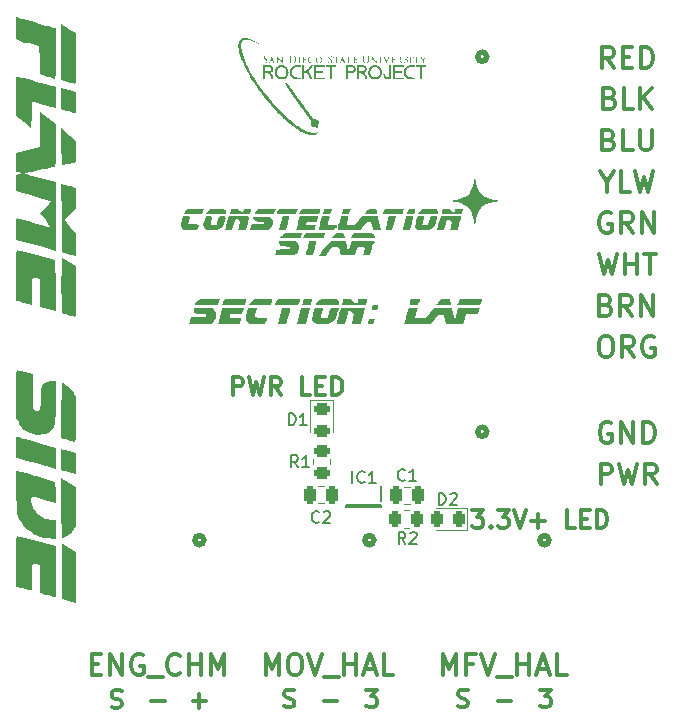
<source format=gto>
G04 #@! TF.GenerationSoftware,KiCad,Pcbnew,8.0.6*
G04 #@! TF.CreationDate,2024-11-26T19:07:21-08:00*
G04 #@! TF.ProjectId,Constellation STAR LAF V1.0,436f6e73-7465-46c6-9c61-74696f6e2053,rev?*
G04 #@! TF.SameCoordinates,Original*
G04 #@! TF.FileFunction,Legend,Top*
G04 #@! TF.FilePolarity,Positive*
%FSLAX46Y46*%
G04 Gerber Fmt 4.6, Leading zero omitted, Abs format (unit mm)*
G04 Created by KiCad (PCBNEW 8.0.6) date 2024-11-26 19:07:21*
%MOMM*%
%LPD*%
G01*
G04 APERTURE LIST*
G04 Aperture macros list*
%AMRoundRect*
0 Rectangle with rounded corners*
0 $1 Rounding radius*
0 $2 $3 $4 $5 $6 $7 $8 $9 X,Y pos of 4 corners*
0 Add a 4 corners polygon primitive as box body*
4,1,4,$2,$3,$4,$5,$6,$7,$8,$9,$2,$3,0*
0 Add four circle primitives for the rounded corners*
1,1,$1+$1,$2,$3*
1,1,$1+$1,$4,$5*
1,1,$1+$1,$6,$7*
1,1,$1+$1,$8,$9*
0 Add four rect primitives between the rounded corners*
20,1,$1+$1,$2,$3,$4,$5,0*
20,1,$1+$1,$4,$5,$6,$7,0*
20,1,$1+$1,$6,$7,$8,$9,0*
20,1,$1+$1,$8,$9,$2,$3,0*%
G04 Aperture macros list end*
%ADD10C,0.350000*%
%ADD11C,0.300000*%
%ADD12C,0.150000*%
%ADD13C,0.000000*%
%ADD14C,0.120000*%
%ADD15C,0.200000*%
%ADD16C,0.508000*%
%ADD17C,3.200000*%
%ADD18RoundRect,0.250000X0.450000X-0.262500X0.450000X0.262500X-0.450000X0.262500X-0.450000X-0.262500X0*%
%ADD19R,0.600000X1.250000*%
%ADD20RoundRect,0.250000X0.250000X0.475000X-0.250000X0.475000X-0.250000X-0.475000X0.250000X-0.475000X0*%
%ADD21RoundRect,0.250000X-0.262500X-0.450000X0.262500X-0.450000X0.262500X0.450000X-0.262500X0.450000X0*%
%ADD22RoundRect,0.243750X-0.456250X0.243750X-0.456250X-0.243750X0.456250X-0.243750X0.456250X0.243750X0*%
%ADD23RoundRect,0.243750X0.243750X0.456250X-0.243750X0.456250X-0.243750X-0.456250X0.243750X-0.456250X0*%
%ADD24RoundRect,0.250000X-0.250000X-0.475000X0.250000X-0.475000X0.250000X0.475000X-0.250000X0.475000X0*%
%ADD25C,1.900000*%
G04 APERTURE END LIST*
D10*
X77813596Y-33949634D02*
X77230263Y-33116301D01*
X76813596Y-33949634D02*
X76813596Y-32199634D01*
X76813596Y-32199634D02*
X77480263Y-32199634D01*
X77480263Y-32199634D02*
X77646930Y-32282967D01*
X77646930Y-32282967D02*
X77730263Y-32366301D01*
X77730263Y-32366301D02*
X77813596Y-32532967D01*
X77813596Y-32532967D02*
X77813596Y-32782967D01*
X77813596Y-32782967D02*
X77730263Y-32949634D01*
X77730263Y-32949634D02*
X77646930Y-33032967D01*
X77646930Y-33032967D02*
X77480263Y-33116301D01*
X77480263Y-33116301D02*
X76813596Y-33116301D01*
X78563596Y-33032967D02*
X79146930Y-33032967D01*
X79396930Y-33949634D02*
X78563596Y-33949634D01*
X78563596Y-33949634D02*
X78563596Y-32199634D01*
X78563596Y-32199634D02*
X79396930Y-32199634D01*
X80146929Y-33949634D02*
X80146929Y-32199634D01*
X80146929Y-32199634D02*
X80563596Y-32199634D01*
X80563596Y-32199634D02*
X80813596Y-32282967D01*
X80813596Y-32282967D02*
X80980263Y-32449634D01*
X80980263Y-32449634D02*
X81063596Y-32616301D01*
X81063596Y-32616301D02*
X81146929Y-32949634D01*
X81146929Y-32949634D02*
X81146929Y-33199634D01*
X81146929Y-33199634D02*
X81063596Y-33532967D01*
X81063596Y-33532967D02*
X80980263Y-33699634D01*
X80980263Y-33699634D02*
X80813596Y-33866301D01*
X80813596Y-33866301D02*
X80563596Y-33949634D01*
X80563596Y-33949634D02*
X80146929Y-33949634D01*
D11*
X56850000Y-86600828D02*
X57778572Y-86600828D01*
X57778572Y-86600828D02*
X57278572Y-87172257D01*
X57278572Y-87172257D02*
X57492857Y-87172257D01*
X57492857Y-87172257D02*
X57635715Y-87243685D01*
X57635715Y-87243685D02*
X57707143Y-87315114D01*
X57707143Y-87315114D02*
X57778572Y-87457971D01*
X57778572Y-87457971D02*
X57778572Y-87815114D01*
X57778572Y-87815114D02*
X57707143Y-87957971D01*
X57707143Y-87957971D02*
X57635715Y-88029400D01*
X57635715Y-88029400D02*
X57492857Y-88100828D01*
X57492857Y-88100828D02*
X57064286Y-88100828D01*
X57064286Y-88100828D02*
X56921429Y-88029400D01*
X56921429Y-88029400D02*
X56850000Y-87957971D01*
D10*
X77188596Y-54032967D02*
X77438596Y-54116301D01*
X77438596Y-54116301D02*
X77521929Y-54199634D01*
X77521929Y-54199634D02*
X77605262Y-54366301D01*
X77605262Y-54366301D02*
X77605262Y-54616301D01*
X77605262Y-54616301D02*
X77521929Y-54782967D01*
X77521929Y-54782967D02*
X77438596Y-54866301D01*
X77438596Y-54866301D02*
X77271929Y-54949634D01*
X77271929Y-54949634D02*
X76605262Y-54949634D01*
X76605262Y-54949634D02*
X76605262Y-53199634D01*
X76605262Y-53199634D02*
X77188596Y-53199634D01*
X77188596Y-53199634D02*
X77355262Y-53282967D01*
X77355262Y-53282967D02*
X77438596Y-53366301D01*
X77438596Y-53366301D02*
X77521929Y-53532967D01*
X77521929Y-53532967D02*
X77521929Y-53699634D01*
X77521929Y-53699634D02*
X77438596Y-53866301D01*
X77438596Y-53866301D02*
X77355262Y-53949634D01*
X77355262Y-53949634D02*
X77188596Y-54032967D01*
X77188596Y-54032967D02*
X76605262Y-54032967D01*
X79355262Y-54949634D02*
X78771929Y-54116301D01*
X78355262Y-54949634D02*
X78355262Y-53199634D01*
X78355262Y-53199634D02*
X79021929Y-53199634D01*
X79021929Y-53199634D02*
X79188596Y-53282967D01*
X79188596Y-53282967D02*
X79271929Y-53366301D01*
X79271929Y-53366301D02*
X79355262Y-53532967D01*
X79355262Y-53532967D02*
X79355262Y-53782967D01*
X79355262Y-53782967D02*
X79271929Y-53949634D01*
X79271929Y-53949634D02*
X79188596Y-54032967D01*
X79188596Y-54032967D02*
X79021929Y-54116301D01*
X79021929Y-54116301D02*
X78355262Y-54116301D01*
X80105262Y-54949634D02*
X80105262Y-53199634D01*
X80105262Y-53199634D02*
X81105262Y-54949634D01*
X81105262Y-54949634D02*
X81105262Y-53199634D01*
X77480263Y-36532967D02*
X77730263Y-36616301D01*
X77730263Y-36616301D02*
X77813596Y-36699634D01*
X77813596Y-36699634D02*
X77896929Y-36866301D01*
X77896929Y-36866301D02*
X77896929Y-37116301D01*
X77896929Y-37116301D02*
X77813596Y-37282967D01*
X77813596Y-37282967D02*
X77730263Y-37366301D01*
X77730263Y-37366301D02*
X77563596Y-37449634D01*
X77563596Y-37449634D02*
X76896929Y-37449634D01*
X76896929Y-37449634D02*
X76896929Y-35699634D01*
X76896929Y-35699634D02*
X77480263Y-35699634D01*
X77480263Y-35699634D02*
X77646929Y-35782967D01*
X77646929Y-35782967D02*
X77730263Y-35866301D01*
X77730263Y-35866301D02*
X77813596Y-36032967D01*
X77813596Y-36032967D02*
X77813596Y-36199634D01*
X77813596Y-36199634D02*
X77730263Y-36366301D01*
X77730263Y-36366301D02*
X77646929Y-36449634D01*
X77646929Y-36449634D02*
X77480263Y-36532967D01*
X77480263Y-36532967D02*
X76896929Y-36532967D01*
X79480263Y-37449634D02*
X78646929Y-37449634D01*
X78646929Y-37449634D02*
X78646929Y-35699634D01*
X80063596Y-37449634D02*
X80063596Y-35699634D01*
X81063596Y-37449634D02*
X80313596Y-36449634D01*
X81063596Y-35699634D02*
X80063596Y-36699634D01*
X63325000Y-85367634D02*
X63325000Y-83617634D01*
X63325000Y-83617634D02*
X63908334Y-84867634D01*
X63908334Y-84867634D02*
X64491667Y-83617634D01*
X64491667Y-83617634D02*
X64491667Y-85367634D01*
X65908334Y-84450967D02*
X65325000Y-84450967D01*
X65325000Y-85367634D02*
X65325000Y-83617634D01*
X65325000Y-83617634D02*
X66158334Y-83617634D01*
X66575000Y-83617634D02*
X67158334Y-85367634D01*
X67158334Y-85367634D02*
X67741667Y-83617634D01*
X67908334Y-85534301D02*
X69241667Y-85534301D01*
X69658333Y-85367634D02*
X69658333Y-83617634D01*
X69658333Y-84450967D02*
X70658333Y-84450967D01*
X70658333Y-85367634D02*
X70658333Y-83617634D01*
X71408333Y-84867634D02*
X72241666Y-84867634D01*
X71241666Y-85367634D02*
X71825000Y-83617634D01*
X71825000Y-83617634D02*
X72408333Y-85367634D01*
X73825000Y-85367634D02*
X72991666Y-85367634D01*
X72991666Y-85367634D02*
X72991666Y-83617634D01*
D11*
X42157780Y-87579400D02*
X43300638Y-87579400D01*
X42729209Y-88150828D02*
X42729209Y-87007971D01*
X45554510Y-61650828D02*
X45554510Y-60150828D01*
X45554510Y-60150828D02*
X46125939Y-60150828D01*
X46125939Y-60150828D02*
X46268796Y-60222257D01*
X46268796Y-60222257D02*
X46340225Y-60293685D01*
X46340225Y-60293685D02*
X46411653Y-60436542D01*
X46411653Y-60436542D02*
X46411653Y-60650828D01*
X46411653Y-60650828D02*
X46340225Y-60793685D01*
X46340225Y-60793685D02*
X46268796Y-60865114D01*
X46268796Y-60865114D02*
X46125939Y-60936542D01*
X46125939Y-60936542D02*
X45554510Y-60936542D01*
X46911653Y-60150828D02*
X47268796Y-61650828D01*
X47268796Y-61650828D02*
X47554510Y-60579400D01*
X47554510Y-60579400D02*
X47840225Y-61650828D01*
X47840225Y-61650828D02*
X48197368Y-60150828D01*
X49625939Y-61650828D02*
X49125939Y-60936542D01*
X48768796Y-61650828D02*
X48768796Y-60150828D01*
X48768796Y-60150828D02*
X49340225Y-60150828D01*
X49340225Y-60150828D02*
X49483082Y-60222257D01*
X49483082Y-60222257D02*
X49554511Y-60293685D01*
X49554511Y-60293685D02*
X49625939Y-60436542D01*
X49625939Y-60436542D02*
X49625939Y-60650828D01*
X49625939Y-60650828D02*
X49554511Y-60793685D01*
X49554511Y-60793685D02*
X49483082Y-60865114D01*
X49483082Y-60865114D02*
X49340225Y-60936542D01*
X49340225Y-60936542D02*
X48768796Y-60936542D01*
X52125939Y-61650828D02*
X51411653Y-61650828D01*
X51411653Y-61650828D02*
X51411653Y-60150828D01*
X52625939Y-60865114D02*
X53125939Y-60865114D01*
X53340225Y-61650828D02*
X52625939Y-61650828D01*
X52625939Y-61650828D02*
X52625939Y-60150828D01*
X52625939Y-60150828D02*
X53340225Y-60150828D01*
X53983082Y-61650828D02*
X53983082Y-60150828D01*
X53983082Y-60150828D02*
X54340225Y-60150828D01*
X54340225Y-60150828D02*
X54554511Y-60222257D01*
X54554511Y-60222257D02*
X54697368Y-60365114D01*
X54697368Y-60365114D02*
X54768797Y-60507971D01*
X54768797Y-60507971D02*
X54840225Y-60793685D01*
X54840225Y-60793685D02*
X54840225Y-61007971D01*
X54840225Y-61007971D02*
X54768797Y-61293685D01*
X54768797Y-61293685D02*
X54697368Y-61436542D01*
X54697368Y-61436542D02*
X54554511Y-61579400D01*
X54554511Y-61579400D02*
X54340225Y-61650828D01*
X54340225Y-61650828D02*
X53983082Y-61650828D01*
X35300637Y-88079400D02*
X35514923Y-88150828D01*
X35514923Y-88150828D02*
X35872065Y-88150828D01*
X35872065Y-88150828D02*
X36014923Y-88079400D01*
X36014923Y-88079400D02*
X36086351Y-88007971D01*
X36086351Y-88007971D02*
X36157780Y-87865114D01*
X36157780Y-87865114D02*
X36157780Y-87722257D01*
X36157780Y-87722257D02*
X36086351Y-87579400D01*
X36086351Y-87579400D02*
X36014923Y-87507971D01*
X36014923Y-87507971D02*
X35872065Y-87436542D01*
X35872065Y-87436542D02*
X35586351Y-87365114D01*
X35586351Y-87365114D02*
X35443494Y-87293685D01*
X35443494Y-87293685D02*
X35372065Y-87222257D01*
X35372065Y-87222257D02*
X35300637Y-87079400D01*
X35300637Y-87079400D02*
X35300637Y-86936542D01*
X35300637Y-86936542D02*
X35372065Y-86793685D01*
X35372065Y-86793685D02*
X35443494Y-86722257D01*
X35443494Y-86722257D02*
X35586351Y-86650828D01*
X35586351Y-86650828D02*
X35943494Y-86650828D01*
X35943494Y-86650828D02*
X36157780Y-86722257D01*
D10*
X33604209Y-84450967D02*
X34187543Y-84450967D01*
X34437543Y-85367634D02*
X33604209Y-85367634D01*
X33604209Y-85367634D02*
X33604209Y-83617634D01*
X33604209Y-83617634D02*
X34437543Y-83617634D01*
X35187542Y-85367634D02*
X35187542Y-83617634D01*
X35187542Y-83617634D02*
X36187542Y-85367634D01*
X36187542Y-85367634D02*
X36187542Y-83617634D01*
X37937542Y-83700967D02*
X37770875Y-83617634D01*
X37770875Y-83617634D02*
X37520875Y-83617634D01*
X37520875Y-83617634D02*
X37270875Y-83700967D01*
X37270875Y-83700967D02*
X37104209Y-83867634D01*
X37104209Y-83867634D02*
X37020875Y-84034301D01*
X37020875Y-84034301D02*
X36937542Y-84367634D01*
X36937542Y-84367634D02*
X36937542Y-84617634D01*
X36937542Y-84617634D02*
X37020875Y-84950967D01*
X37020875Y-84950967D02*
X37104209Y-85117634D01*
X37104209Y-85117634D02*
X37270875Y-85284301D01*
X37270875Y-85284301D02*
X37520875Y-85367634D01*
X37520875Y-85367634D02*
X37687542Y-85367634D01*
X37687542Y-85367634D02*
X37937542Y-85284301D01*
X37937542Y-85284301D02*
X38020875Y-85200967D01*
X38020875Y-85200967D02*
X38020875Y-84617634D01*
X38020875Y-84617634D02*
X37687542Y-84617634D01*
X38354209Y-85534301D02*
X39687542Y-85534301D01*
X41104208Y-85200967D02*
X41020875Y-85284301D01*
X41020875Y-85284301D02*
X40770875Y-85367634D01*
X40770875Y-85367634D02*
X40604208Y-85367634D01*
X40604208Y-85367634D02*
X40354208Y-85284301D01*
X40354208Y-85284301D02*
X40187542Y-85117634D01*
X40187542Y-85117634D02*
X40104208Y-84950967D01*
X40104208Y-84950967D02*
X40020875Y-84617634D01*
X40020875Y-84617634D02*
X40020875Y-84367634D01*
X40020875Y-84367634D02*
X40104208Y-84034301D01*
X40104208Y-84034301D02*
X40187542Y-83867634D01*
X40187542Y-83867634D02*
X40354208Y-83700967D01*
X40354208Y-83700967D02*
X40604208Y-83617634D01*
X40604208Y-83617634D02*
X40770875Y-83617634D01*
X40770875Y-83617634D02*
X41020875Y-83700967D01*
X41020875Y-83700967D02*
X41104208Y-83784301D01*
X41854208Y-85367634D02*
X41854208Y-83617634D01*
X41854208Y-84450967D02*
X42854208Y-84450967D01*
X42854208Y-85367634D02*
X42854208Y-83617634D01*
X43687541Y-85367634D02*
X43687541Y-83617634D01*
X43687541Y-83617634D02*
X44270875Y-84867634D01*
X44270875Y-84867634D02*
X44854208Y-83617634D01*
X44854208Y-83617634D02*
X44854208Y-85367634D01*
D11*
X38657780Y-87579400D02*
X39800638Y-87579400D01*
X64621428Y-88029400D02*
X64835714Y-88100828D01*
X64835714Y-88100828D02*
X65192856Y-88100828D01*
X65192856Y-88100828D02*
X65335714Y-88029400D01*
X65335714Y-88029400D02*
X65407142Y-87957971D01*
X65407142Y-87957971D02*
X65478571Y-87815114D01*
X65478571Y-87815114D02*
X65478571Y-87672257D01*
X65478571Y-87672257D02*
X65407142Y-87529400D01*
X65407142Y-87529400D02*
X65335714Y-87457971D01*
X65335714Y-87457971D02*
X65192856Y-87386542D01*
X65192856Y-87386542D02*
X64907142Y-87315114D01*
X64907142Y-87315114D02*
X64764285Y-87243685D01*
X64764285Y-87243685D02*
X64692856Y-87172257D01*
X64692856Y-87172257D02*
X64621428Y-87029400D01*
X64621428Y-87029400D02*
X64621428Y-86886542D01*
X64621428Y-86886542D02*
X64692856Y-86743685D01*
X64692856Y-86743685D02*
X64764285Y-86672257D01*
X64764285Y-86672257D02*
X64907142Y-86600828D01*
X64907142Y-86600828D02*
X65264285Y-86600828D01*
X65264285Y-86600828D02*
X65478571Y-86672257D01*
D10*
X77438596Y-40032967D02*
X77688596Y-40116301D01*
X77688596Y-40116301D02*
X77771929Y-40199634D01*
X77771929Y-40199634D02*
X77855262Y-40366301D01*
X77855262Y-40366301D02*
X77855262Y-40616301D01*
X77855262Y-40616301D02*
X77771929Y-40782967D01*
X77771929Y-40782967D02*
X77688596Y-40866301D01*
X77688596Y-40866301D02*
X77521929Y-40949634D01*
X77521929Y-40949634D02*
X76855262Y-40949634D01*
X76855262Y-40949634D02*
X76855262Y-39199634D01*
X76855262Y-39199634D02*
X77438596Y-39199634D01*
X77438596Y-39199634D02*
X77605262Y-39282967D01*
X77605262Y-39282967D02*
X77688596Y-39366301D01*
X77688596Y-39366301D02*
X77771929Y-39532967D01*
X77771929Y-39532967D02*
X77771929Y-39699634D01*
X77771929Y-39699634D02*
X77688596Y-39866301D01*
X77688596Y-39866301D02*
X77605262Y-39949634D01*
X77605262Y-39949634D02*
X77438596Y-40032967D01*
X77438596Y-40032967D02*
X76855262Y-40032967D01*
X79438596Y-40949634D02*
X78605262Y-40949634D01*
X78605262Y-40949634D02*
X78605262Y-39199634D01*
X80021929Y-39199634D02*
X80021929Y-40616301D01*
X80021929Y-40616301D02*
X80105263Y-40782967D01*
X80105263Y-40782967D02*
X80188596Y-40866301D01*
X80188596Y-40866301D02*
X80355263Y-40949634D01*
X80355263Y-40949634D02*
X80688596Y-40949634D01*
X80688596Y-40949634D02*
X80855263Y-40866301D01*
X80855263Y-40866301D02*
X80938596Y-40782967D01*
X80938596Y-40782967D02*
X81021929Y-40616301D01*
X81021929Y-40616301D02*
X81021929Y-39199634D01*
X77230263Y-43616301D02*
X77230263Y-44449634D01*
X76646929Y-42699634D02*
X77230263Y-43616301D01*
X77230263Y-43616301D02*
X77813596Y-42699634D01*
X79230263Y-44449634D02*
X78396929Y-44449634D01*
X78396929Y-44449634D02*
X78396929Y-42699634D01*
X79646930Y-42699634D02*
X80063596Y-44449634D01*
X80063596Y-44449634D02*
X80396930Y-43199634D01*
X80396930Y-43199634D02*
X80730263Y-44449634D01*
X80730263Y-44449634D02*
X81146930Y-42699634D01*
X76696929Y-69217634D02*
X76696929Y-67467634D01*
X76696929Y-67467634D02*
X77363596Y-67467634D01*
X77363596Y-67467634D02*
X77530263Y-67550967D01*
X77530263Y-67550967D02*
X77613596Y-67634301D01*
X77613596Y-67634301D02*
X77696929Y-67800967D01*
X77696929Y-67800967D02*
X77696929Y-68050967D01*
X77696929Y-68050967D02*
X77613596Y-68217634D01*
X77613596Y-68217634D02*
X77530263Y-68300967D01*
X77530263Y-68300967D02*
X77363596Y-68384301D01*
X77363596Y-68384301D02*
X76696929Y-68384301D01*
X78280263Y-67467634D02*
X78696929Y-69217634D01*
X78696929Y-69217634D02*
X79030263Y-67967634D01*
X79030263Y-67967634D02*
X79363596Y-69217634D01*
X79363596Y-69217634D02*
X79780263Y-67467634D01*
X81446929Y-69217634D02*
X80863596Y-68384301D01*
X80446929Y-69217634D02*
X80446929Y-67467634D01*
X80446929Y-67467634D02*
X81113596Y-67467634D01*
X81113596Y-67467634D02*
X81280263Y-67550967D01*
X81280263Y-67550967D02*
X81363596Y-67634301D01*
X81363596Y-67634301D02*
X81446929Y-67800967D01*
X81446929Y-67800967D02*
X81446929Y-68050967D01*
X81446929Y-68050967D02*
X81363596Y-68217634D01*
X81363596Y-68217634D02*
X81280263Y-68300967D01*
X81280263Y-68300967D02*
X81113596Y-68384301D01*
X81113596Y-68384301D02*
X80446929Y-68384301D01*
D11*
X49921428Y-88029400D02*
X50135714Y-88100828D01*
X50135714Y-88100828D02*
X50492856Y-88100828D01*
X50492856Y-88100828D02*
X50635714Y-88029400D01*
X50635714Y-88029400D02*
X50707142Y-87957971D01*
X50707142Y-87957971D02*
X50778571Y-87815114D01*
X50778571Y-87815114D02*
X50778571Y-87672257D01*
X50778571Y-87672257D02*
X50707142Y-87529400D01*
X50707142Y-87529400D02*
X50635714Y-87457971D01*
X50635714Y-87457971D02*
X50492856Y-87386542D01*
X50492856Y-87386542D02*
X50207142Y-87315114D01*
X50207142Y-87315114D02*
X50064285Y-87243685D01*
X50064285Y-87243685D02*
X49992856Y-87172257D01*
X49992856Y-87172257D02*
X49921428Y-87029400D01*
X49921428Y-87029400D02*
X49921428Y-86886542D01*
X49921428Y-86886542D02*
X49992856Y-86743685D01*
X49992856Y-86743685D02*
X50064285Y-86672257D01*
X50064285Y-86672257D02*
X50207142Y-86600828D01*
X50207142Y-86600828D02*
X50564285Y-86600828D01*
X50564285Y-86600828D02*
X50778571Y-86672257D01*
D10*
X77021930Y-56699639D02*
X77355263Y-56699639D01*
X77355263Y-56699639D02*
X77521930Y-56782972D01*
X77521930Y-56782972D02*
X77688596Y-56949639D01*
X77688596Y-56949639D02*
X77771930Y-57282972D01*
X77771930Y-57282972D02*
X77771930Y-57866306D01*
X77771930Y-57866306D02*
X77688596Y-58199639D01*
X77688596Y-58199639D02*
X77521930Y-58366306D01*
X77521930Y-58366306D02*
X77355263Y-58449639D01*
X77355263Y-58449639D02*
X77021930Y-58449639D01*
X77021930Y-58449639D02*
X76855263Y-58366306D01*
X76855263Y-58366306D02*
X76688596Y-58199639D01*
X76688596Y-58199639D02*
X76605263Y-57866306D01*
X76605263Y-57866306D02*
X76605263Y-57282972D01*
X76605263Y-57282972D02*
X76688596Y-56949639D01*
X76688596Y-56949639D02*
X76855263Y-56782972D01*
X76855263Y-56782972D02*
X77021930Y-56699639D01*
X79521929Y-58449639D02*
X78938596Y-57616306D01*
X78521929Y-58449639D02*
X78521929Y-56699639D01*
X78521929Y-56699639D02*
X79188596Y-56699639D01*
X79188596Y-56699639D02*
X79355263Y-56782972D01*
X79355263Y-56782972D02*
X79438596Y-56866306D01*
X79438596Y-56866306D02*
X79521929Y-57032972D01*
X79521929Y-57032972D02*
X79521929Y-57282972D01*
X79521929Y-57282972D02*
X79438596Y-57449639D01*
X79438596Y-57449639D02*
X79355263Y-57532972D01*
X79355263Y-57532972D02*
X79188596Y-57616306D01*
X79188596Y-57616306D02*
X78521929Y-57616306D01*
X81188596Y-56782972D02*
X81021929Y-56699639D01*
X81021929Y-56699639D02*
X80771929Y-56699639D01*
X80771929Y-56699639D02*
X80521929Y-56782972D01*
X80521929Y-56782972D02*
X80355263Y-56949639D01*
X80355263Y-56949639D02*
X80271929Y-57116306D01*
X80271929Y-57116306D02*
X80188596Y-57449639D01*
X80188596Y-57449639D02*
X80188596Y-57699639D01*
X80188596Y-57699639D02*
X80271929Y-58032972D01*
X80271929Y-58032972D02*
X80355263Y-58199639D01*
X80355263Y-58199639D02*
X80521929Y-58366306D01*
X80521929Y-58366306D02*
X80771929Y-58449639D01*
X80771929Y-58449639D02*
X80938596Y-58449639D01*
X80938596Y-58449639D02*
X81188596Y-58366306D01*
X81188596Y-58366306D02*
X81271929Y-58282972D01*
X81271929Y-58282972D02*
X81271929Y-57699639D01*
X81271929Y-57699639D02*
X80938596Y-57699639D01*
D11*
X71550000Y-86600828D02*
X72478572Y-86600828D01*
X72478572Y-86600828D02*
X71978572Y-87172257D01*
X71978572Y-87172257D02*
X72192857Y-87172257D01*
X72192857Y-87172257D02*
X72335715Y-87243685D01*
X72335715Y-87243685D02*
X72407143Y-87315114D01*
X72407143Y-87315114D02*
X72478572Y-87457971D01*
X72478572Y-87457971D02*
X72478572Y-87815114D01*
X72478572Y-87815114D02*
X72407143Y-87957971D01*
X72407143Y-87957971D02*
X72335715Y-88029400D01*
X72335715Y-88029400D02*
X72192857Y-88100828D01*
X72192857Y-88100828D02*
X71764286Y-88100828D01*
X71764286Y-88100828D02*
X71621429Y-88029400D01*
X71621429Y-88029400D02*
X71550000Y-87957971D01*
X65846651Y-71410828D02*
X66775223Y-71410828D01*
X66775223Y-71410828D02*
X66275223Y-71982257D01*
X66275223Y-71982257D02*
X66489508Y-71982257D01*
X66489508Y-71982257D02*
X66632366Y-72053685D01*
X66632366Y-72053685D02*
X66703794Y-72125114D01*
X66703794Y-72125114D02*
X66775223Y-72267971D01*
X66775223Y-72267971D02*
X66775223Y-72625114D01*
X66775223Y-72625114D02*
X66703794Y-72767971D01*
X66703794Y-72767971D02*
X66632366Y-72839400D01*
X66632366Y-72839400D02*
X66489508Y-72910828D01*
X66489508Y-72910828D02*
X66060937Y-72910828D01*
X66060937Y-72910828D02*
X65918080Y-72839400D01*
X65918080Y-72839400D02*
X65846651Y-72767971D01*
X67418079Y-72767971D02*
X67489508Y-72839400D01*
X67489508Y-72839400D02*
X67418079Y-72910828D01*
X67418079Y-72910828D02*
X67346651Y-72839400D01*
X67346651Y-72839400D02*
X67418079Y-72767971D01*
X67418079Y-72767971D02*
X67418079Y-72910828D01*
X67989508Y-71410828D02*
X68918080Y-71410828D01*
X68918080Y-71410828D02*
X68418080Y-71982257D01*
X68418080Y-71982257D02*
X68632365Y-71982257D01*
X68632365Y-71982257D02*
X68775223Y-72053685D01*
X68775223Y-72053685D02*
X68846651Y-72125114D01*
X68846651Y-72125114D02*
X68918080Y-72267971D01*
X68918080Y-72267971D02*
X68918080Y-72625114D01*
X68918080Y-72625114D02*
X68846651Y-72767971D01*
X68846651Y-72767971D02*
X68775223Y-72839400D01*
X68775223Y-72839400D02*
X68632365Y-72910828D01*
X68632365Y-72910828D02*
X68203794Y-72910828D01*
X68203794Y-72910828D02*
X68060937Y-72839400D01*
X68060937Y-72839400D02*
X67989508Y-72767971D01*
X69346651Y-71410828D02*
X69846651Y-72910828D01*
X69846651Y-72910828D02*
X70346651Y-71410828D01*
X70846650Y-72339400D02*
X71989508Y-72339400D01*
X71418079Y-72910828D02*
X71418079Y-71767971D01*
X74560936Y-72910828D02*
X73846650Y-72910828D01*
X73846650Y-72910828D02*
X73846650Y-71410828D01*
X75060936Y-72125114D02*
X75560936Y-72125114D01*
X75775222Y-72910828D02*
X75060936Y-72910828D01*
X75060936Y-72910828D02*
X75060936Y-71410828D01*
X75060936Y-71410828D02*
X75775222Y-71410828D01*
X76418079Y-72910828D02*
X76418079Y-71410828D01*
X76418079Y-71410828D02*
X76775222Y-71410828D01*
X76775222Y-71410828D02*
X76989508Y-71482257D01*
X76989508Y-71482257D02*
X77132365Y-71625114D01*
X77132365Y-71625114D02*
X77203794Y-71767971D01*
X77203794Y-71767971D02*
X77275222Y-72053685D01*
X77275222Y-72053685D02*
X77275222Y-72267971D01*
X77275222Y-72267971D02*
X77203794Y-72553685D01*
X77203794Y-72553685D02*
X77132365Y-72696542D01*
X77132365Y-72696542D02*
X76989508Y-72839400D01*
X76989508Y-72839400D02*
X76775222Y-72910828D01*
X76775222Y-72910828D02*
X76418079Y-72910828D01*
X67978571Y-87529400D02*
X69121429Y-87529400D01*
X53278571Y-87529400D02*
X54421429Y-87529400D01*
D10*
X48333333Y-85367634D02*
X48333333Y-83617634D01*
X48333333Y-83617634D02*
X48916667Y-84867634D01*
X48916667Y-84867634D02*
X49500000Y-83617634D01*
X49500000Y-83617634D02*
X49500000Y-85367634D01*
X50666667Y-83617634D02*
X51000000Y-83617634D01*
X51000000Y-83617634D02*
X51166667Y-83700967D01*
X51166667Y-83700967D02*
X51333333Y-83867634D01*
X51333333Y-83867634D02*
X51416667Y-84200967D01*
X51416667Y-84200967D02*
X51416667Y-84784301D01*
X51416667Y-84784301D02*
X51333333Y-85117634D01*
X51333333Y-85117634D02*
X51166667Y-85284301D01*
X51166667Y-85284301D02*
X51000000Y-85367634D01*
X51000000Y-85367634D02*
X50666667Y-85367634D01*
X50666667Y-85367634D02*
X50500000Y-85284301D01*
X50500000Y-85284301D02*
X50333333Y-85117634D01*
X50333333Y-85117634D02*
X50250000Y-84784301D01*
X50250000Y-84784301D02*
X50250000Y-84200967D01*
X50250000Y-84200967D02*
X50333333Y-83867634D01*
X50333333Y-83867634D02*
X50500000Y-83700967D01*
X50500000Y-83700967D02*
X50666667Y-83617634D01*
X51916666Y-83617634D02*
X52500000Y-85367634D01*
X52500000Y-85367634D02*
X53083333Y-83617634D01*
X53250000Y-85534301D02*
X54583333Y-85534301D01*
X54999999Y-85367634D02*
X54999999Y-83617634D01*
X54999999Y-84450967D02*
X55999999Y-84450967D01*
X55999999Y-85367634D02*
X55999999Y-83617634D01*
X56749999Y-84867634D02*
X57583332Y-84867634D01*
X56583332Y-85367634D02*
X57166666Y-83617634D01*
X57166666Y-83617634D02*
X57749999Y-85367634D01*
X59166666Y-85367634D02*
X58333332Y-85367634D01*
X58333332Y-85367634D02*
X58333332Y-83617634D01*
X77613596Y-64050967D02*
X77446929Y-63967634D01*
X77446929Y-63967634D02*
X77196929Y-63967634D01*
X77196929Y-63967634D02*
X76946929Y-64050967D01*
X76946929Y-64050967D02*
X76780263Y-64217634D01*
X76780263Y-64217634D02*
X76696929Y-64384301D01*
X76696929Y-64384301D02*
X76613596Y-64717634D01*
X76613596Y-64717634D02*
X76613596Y-64967634D01*
X76613596Y-64967634D02*
X76696929Y-65300967D01*
X76696929Y-65300967D02*
X76780263Y-65467634D01*
X76780263Y-65467634D02*
X76946929Y-65634301D01*
X76946929Y-65634301D02*
X77196929Y-65717634D01*
X77196929Y-65717634D02*
X77363596Y-65717634D01*
X77363596Y-65717634D02*
X77613596Y-65634301D01*
X77613596Y-65634301D02*
X77696929Y-65550967D01*
X77696929Y-65550967D02*
X77696929Y-64967634D01*
X77696929Y-64967634D02*
X77363596Y-64967634D01*
X78446929Y-65717634D02*
X78446929Y-63967634D01*
X78446929Y-63967634D02*
X79446929Y-65717634D01*
X79446929Y-65717634D02*
X79446929Y-63967634D01*
X80280262Y-65717634D02*
X80280262Y-63967634D01*
X80280262Y-63967634D02*
X80696929Y-63967634D01*
X80696929Y-63967634D02*
X80946929Y-64050967D01*
X80946929Y-64050967D02*
X81113596Y-64217634D01*
X81113596Y-64217634D02*
X81196929Y-64384301D01*
X81196929Y-64384301D02*
X81280262Y-64717634D01*
X81280262Y-64717634D02*
X81280262Y-64967634D01*
X81280262Y-64967634D02*
X81196929Y-65300967D01*
X81196929Y-65300967D02*
X81113596Y-65467634D01*
X81113596Y-65467634D02*
X80946929Y-65634301D01*
X80946929Y-65634301D02*
X80696929Y-65717634D01*
X80696929Y-65717634D02*
X80280262Y-65717634D01*
X77605263Y-46282967D02*
X77438596Y-46199634D01*
X77438596Y-46199634D02*
X77188596Y-46199634D01*
X77188596Y-46199634D02*
X76938596Y-46282967D01*
X76938596Y-46282967D02*
X76771930Y-46449634D01*
X76771930Y-46449634D02*
X76688596Y-46616301D01*
X76688596Y-46616301D02*
X76605263Y-46949634D01*
X76605263Y-46949634D02*
X76605263Y-47199634D01*
X76605263Y-47199634D02*
X76688596Y-47532967D01*
X76688596Y-47532967D02*
X76771930Y-47699634D01*
X76771930Y-47699634D02*
X76938596Y-47866301D01*
X76938596Y-47866301D02*
X77188596Y-47949634D01*
X77188596Y-47949634D02*
X77355263Y-47949634D01*
X77355263Y-47949634D02*
X77605263Y-47866301D01*
X77605263Y-47866301D02*
X77688596Y-47782967D01*
X77688596Y-47782967D02*
X77688596Y-47199634D01*
X77688596Y-47199634D02*
X77355263Y-47199634D01*
X79438596Y-47949634D02*
X78855263Y-47116301D01*
X78438596Y-47949634D02*
X78438596Y-46199634D01*
X78438596Y-46199634D02*
X79105263Y-46199634D01*
X79105263Y-46199634D02*
X79271930Y-46282967D01*
X79271930Y-46282967D02*
X79355263Y-46366301D01*
X79355263Y-46366301D02*
X79438596Y-46532967D01*
X79438596Y-46532967D02*
X79438596Y-46782967D01*
X79438596Y-46782967D02*
X79355263Y-46949634D01*
X79355263Y-46949634D02*
X79271930Y-47032967D01*
X79271930Y-47032967D02*
X79105263Y-47116301D01*
X79105263Y-47116301D02*
X78438596Y-47116301D01*
X80188596Y-47949634D02*
X80188596Y-46199634D01*
X80188596Y-46199634D02*
X81188596Y-47949634D01*
X81188596Y-47949634D02*
X81188596Y-46199634D01*
X76605263Y-49699634D02*
X77021929Y-51449634D01*
X77021929Y-51449634D02*
X77355263Y-50199634D01*
X77355263Y-50199634D02*
X77688596Y-51449634D01*
X77688596Y-51449634D02*
X78105263Y-49699634D01*
X78771929Y-51449634D02*
X78771929Y-49699634D01*
X78771929Y-50532967D02*
X79771929Y-50532967D01*
X79771929Y-51449634D02*
X79771929Y-49699634D01*
X80355262Y-49699634D02*
X81355262Y-49699634D01*
X80855262Y-51449634D02*
X80855262Y-49699634D01*
D12*
X51083333Y-67767319D02*
X50750000Y-67291128D01*
X50511905Y-67767319D02*
X50511905Y-66767319D01*
X50511905Y-66767319D02*
X50892857Y-66767319D01*
X50892857Y-66767319D02*
X50988095Y-66814938D01*
X50988095Y-66814938D02*
X51035714Y-66862557D01*
X51035714Y-66862557D02*
X51083333Y-66957795D01*
X51083333Y-66957795D02*
X51083333Y-67100652D01*
X51083333Y-67100652D02*
X51035714Y-67195890D01*
X51035714Y-67195890D02*
X50988095Y-67243509D01*
X50988095Y-67243509D02*
X50892857Y-67291128D01*
X50892857Y-67291128D02*
X50511905Y-67291128D01*
X52035714Y-67767319D02*
X51464286Y-67767319D01*
X51750000Y-67767319D02*
X51750000Y-66767319D01*
X51750000Y-66767319D02*
X51654762Y-66910176D01*
X51654762Y-66910176D02*
X51559524Y-67005414D01*
X51559524Y-67005414D02*
X51464286Y-67053033D01*
X55673810Y-69104819D02*
X55673810Y-68104819D01*
X56721428Y-69009580D02*
X56673809Y-69057200D01*
X56673809Y-69057200D02*
X56530952Y-69104819D01*
X56530952Y-69104819D02*
X56435714Y-69104819D01*
X56435714Y-69104819D02*
X56292857Y-69057200D01*
X56292857Y-69057200D02*
X56197619Y-68961961D01*
X56197619Y-68961961D02*
X56150000Y-68866723D01*
X56150000Y-68866723D02*
X56102381Y-68676247D01*
X56102381Y-68676247D02*
X56102381Y-68533390D01*
X56102381Y-68533390D02*
X56150000Y-68342914D01*
X56150000Y-68342914D02*
X56197619Y-68247676D01*
X56197619Y-68247676D02*
X56292857Y-68152438D01*
X56292857Y-68152438D02*
X56435714Y-68104819D01*
X56435714Y-68104819D02*
X56530952Y-68104819D01*
X56530952Y-68104819D02*
X56673809Y-68152438D01*
X56673809Y-68152438D02*
X56721428Y-68200057D01*
X57673809Y-69104819D02*
X57102381Y-69104819D01*
X57388095Y-69104819D02*
X57388095Y-68104819D01*
X57388095Y-68104819D02*
X57292857Y-68247676D01*
X57292857Y-68247676D02*
X57197619Y-68342914D01*
X57197619Y-68342914D02*
X57102381Y-68390533D01*
X52883333Y-72384580D02*
X52835714Y-72432200D01*
X52835714Y-72432200D02*
X52692857Y-72479819D01*
X52692857Y-72479819D02*
X52597619Y-72479819D01*
X52597619Y-72479819D02*
X52454762Y-72432200D01*
X52454762Y-72432200D02*
X52359524Y-72336961D01*
X52359524Y-72336961D02*
X52311905Y-72241723D01*
X52311905Y-72241723D02*
X52264286Y-72051247D01*
X52264286Y-72051247D02*
X52264286Y-71908390D01*
X52264286Y-71908390D02*
X52311905Y-71717914D01*
X52311905Y-71717914D02*
X52359524Y-71622676D01*
X52359524Y-71622676D02*
X52454762Y-71527438D01*
X52454762Y-71527438D02*
X52597619Y-71479819D01*
X52597619Y-71479819D02*
X52692857Y-71479819D01*
X52692857Y-71479819D02*
X52835714Y-71527438D01*
X52835714Y-71527438D02*
X52883333Y-71575057D01*
X53264286Y-71575057D02*
X53311905Y-71527438D01*
X53311905Y-71527438D02*
X53407143Y-71479819D01*
X53407143Y-71479819D02*
X53645238Y-71479819D01*
X53645238Y-71479819D02*
X53740476Y-71527438D01*
X53740476Y-71527438D02*
X53788095Y-71575057D01*
X53788095Y-71575057D02*
X53835714Y-71670295D01*
X53835714Y-71670295D02*
X53835714Y-71765533D01*
X53835714Y-71765533D02*
X53788095Y-71908390D01*
X53788095Y-71908390D02*
X53216667Y-72479819D01*
X53216667Y-72479819D02*
X53835714Y-72479819D01*
X60183333Y-74254819D02*
X59850000Y-73778628D01*
X59611905Y-74254819D02*
X59611905Y-73254819D01*
X59611905Y-73254819D02*
X59992857Y-73254819D01*
X59992857Y-73254819D02*
X60088095Y-73302438D01*
X60088095Y-73302438D02*
X60135714Y-73350057D01*
X60135714Y-73350057D02*
X60183333Y-73445295D01*
X60183333Y-73445295D02*
X60183333Y-73588152D01*
X60183333Y-73588152D02*
X60135714Y-73683390D01*
X60135714Y-73683390D02*
X60088095Y-73731009D01*
X60088095Y-73731009D02*
X59992857Y-73778628D01*
X59992857Y-73778628D02*
X59611905Y-73778628D01*
X60564286Y-73350057D02*
X60611905Y-73302438D01*
X60611905Y-73302438D02*
X60707143Y-73254819D01*
X60707143Y-73254819D02*
X60945238Y-73254819D01*
X60945238Y-73254819D02*
X61040476Y-73302438D01*
X61040476Y-73302438D02*
X61088095Y-73350057D01*
X61088095Y-73350057D02*
X61135714Y-73445295D01*
X61135714Y-73445295D02*
X61135714Y-73540533D01*
X61135714Y-73540533D02*
X61088095Y-73683390D01*
X61088095Y-73683390D02*
X60516667Y-74254819D01*
X60516667Y-74254819D02*
X61135714Y-74254819D01*
X50311905Y-64217319D02*
X50311905Y-63217319D01*
X50311905Y-63217319D02*
X50550000Y-63217319D01*
X50550000Y-63217319D02*
X50692857Y-63264938D01*
X50692857Y-63264938D02*
X50788095Y-63360176D01*
X50788095Y-63360176D02*
X50835714Y-63455414D01*
X50835714Y-63455414D02*
X50883333Y-63645890D01*
X50883333Y-63645890D02*
X50883333Y-63788747D01*
X50883333Y-63788747D02*
X50835714Y-63979223D01*
X50835714Y-63979223D02*
X50788095Y-64074461D01*
X50788095Y-64074461D02*
X50692857Y-64169700D01*
X50692857Y-64169700D02*
X50550000Y-64217319D01*
X50550000Y-64217319D02*
X50311905Y-64217319D01*
X51835714Y-64217319D02*
X51264286Y-64217319D01*
X51550000Y-64217319D02*
X51550000Y-63217319D01*
X51550000Y-63217319D02*
X51454762Y-63360176D01*
X51454762Y-63360176D02*
X51359524Y-63455414D01*
X51359524Y-63455414D02*
X51264286Y-63503033D01*
X63011904Y-70954819D02*
X63011904Y-69954819D01*
X63011904Y-69954819D02*
X63249999Y-69954819D01*
X63249999Y-69954819D02*
X63392856Y-70002438D01*
X63392856Y-70002438D02*
X63488094Y-70097676D01*
X63488094Y-70097676D02*
X63535713Y-70192914D01*
X63535713Y-70192914D02*
X63583332Y-70383390D01*
X63583332Y-70383390D02*
X63583332Y-70526247D01*
X63583332Y-70526247D02*
X63535713Y-70716723D01*
X63535713Y-70716723D02*
X63488094Y-70811961D01*
X63488094Y-70811961D02*
X63392856Y-70907200D01*
X63392856Y-70907200D02*
X63249999Y-70954819D01*
X63249999Y-70954819D02*
X63011904Y-70954819D01*
X63964285Y-70050057D02*
X64011904Y-70002438D01*
X64011904Y-70002438D02*
X64107142Y-69954819D01*
X64107142Y-69954819D02*
X64345237Y-69954819D01*
X64345237Y-69954819D02*
X64440475Y-70002438D01*
X64440475Y-70002438D02*
X64488094Y-70050057D01*
X64488094Y-70050057D02*
X64535713Y-70145295D01*
X64535713Y-70145295D02*
X64535713Y-70240533D01*
X64535713Y-70240533D02*
X64488094Y-70383390D01*
X64488094Y-70383390D02*
X63916666Y-70954819D01*
X63916666Y-70954819D02*
X64535713Y-70954819D01*
X60133332Y-68829581D02*
X60085713Y-68877201D01*
X60085713Y-68877201D02*
X59942856Y-68924820D01*
X59942856Y-68924820D02*
X59847618Y-68924820D01*
X59847618Y-68924820D02*
X59704761Y-68877201D01*
X59704761Y-68877201D02*
X59609523Y-68781962D01*
X59609523Y-68781962D02*
X59561904Y-68686724D01*
X59561904Y-68686724D02*
X59514285Y-68496248D01*
X59514285Y-68496248D02*
X59514285Y-68353391D01*
X59514285Y-68353391D02*
X59561904Y-68162915D01*
X59561904Y-68162915D02*
X59609523Y-68067677D01*
X59609523Y-68067677D02*
X59704761Y-67972439D01*
X59704761Y-67972439D02*
X59847618Y-67924820D01*
X59847618Y-67924820D02*
X59942856Y-67924820D01*
X59942856Y-67924820D02*
X60085713Y-67972439D01*
X60085713Y-67972439D02*
X60133332Y-68020058D01*
X61085713Y-68924820D02*
X60514285Y-68924820D01*
X60799999Y-68924820D02*
X60799999Y-67924820D01*
X60799999Y-67924820D02*
X60704761Y-68067677D01*
X60704761Y-68067677D02*
X60609523Y-68162915D01*
X60609523Y-68162915D02*
X60514285Y-68210534D01*
D13*
G36*
X57565163Y-55288712D02*
G01*
X57550227Y-55341618D01*
X57528880Y-55418791D01*
X57505409Y-55504711D01*
X57502359Y-55515957D01*
X57459112Y-55675608D01*
X57222830Y-55675608D01*
X56986548Y-55675608D01*
X56999378Y-55618958D01*
X57010970Y-55572439D01*
X57030125Y-55500216D01*
X57053136Y-55416214D01*
X57058355Y-55397506D01*
X57104502Y-55232705D01*
X57344610Y-55226912D01*
X57584719Y-55221119D01*
X57565163Y-55288712D01*
G37*
G36*
X53873470Y-53533941D02*
G01*
X54041790Y-53536136D01*
X54178297Y-53539695D01*
X54280428Y-53544536D01*
X54345619Y-53550579D01*
X54367110Y-53555164D01*
X54461933Y-53609365D01*
X54530667Y-53691494D01*
X54574821Y-53804019D01*
X54594219Y-53926140D01*
X54606178Y-54068796D01*
X53582094Y-54068796D01*
X52558010Y-54068796D01*
X52572342Y-54022445D01*
X52632433Y-53886861D01*
X52722179Y-53760135D01*
X52832196Y-53653499D01*
X52937345Y-53585682D01*
X53042680Y-53533191D01*
X53675899Y-53533191D01*
X53873470Y-53533941D01*
G37*
G36*
X57777113Y-54050107D02*
G01*
X57853778Y-54055725D01*
X57892032Y-54064878D01*
X57896229Y-54070148D01*
X57891156Y-54098258D01*
X57877473Y-54156583D01*
X57857484Y-54235613D01*
X57841351Y-54296750D01*
X57786474Y-54501399D01*
X57552949Y-54501399D01*
X57460357Y-54500126D01*
X57385066Y-54496669D01*
X57335284Y-54491569D01*
X57319068Y-54485949D01*
X57323946Y-54460780D01*
X57337413Y-54404835D01*
X57357248Y-54327097D01*
X57375112Y-54259347D01*
X57431511Y-54048195D01*
X57663870Y-54048195D01*
X57777113Y-54050107D01*
G37*
G36*
X61408533Y-53536601D02*
G01*
X61406266Y-53558526D01*
X61393716Y-53612155D01*
X61372849Y-53689851D01*
X61345630Y-53783980D01*
X61340226Y-53802017D01*
X61262981Y-54058495D01*
X60887715Y-54064110D01*
X60768575Y-54065066D01*
X60665091Y-54064315D01*
X60583711Y-54062036D01*
X60530881Y-54058406D01*
X60513007Y-54053810D01*
X60518524Y-54028813D01*
X60533128Y-53972570D01*
X60554588Y-53893451D01*
X60580348Y-53800993D01*
X60647132Y-53564092D01*
X61023363Y-53545877D01*
X61143412Y-53540553D01*
X61248607Y-53536817D01*
X61332304Y-53534829D01*
X61387858Y-53534748D01*
X61408533Y-53536601D01*
G37*
G36*
X52063827Y-53533886D02*
G01*
X52165436Y-53536171D01*
X52234390Y-53540345D01*
X52274950Y-53546707D01*
X52291379Y-53555556D01*
X52292236Y-53558942D01*
X52286572Y-53587959D01*
X52271719Y-53647744D01*
X52249953Y-53729492D01*
X52224345Y-53821594D01*
X52157203Y-54058495D01*
X51780652Y-54064116D01*
X51647625Y-54065866D01*
X51550445Y-54066256D01*
X51483769Y-54064834D01*
X51442254Y-54061148D01*
X51420558Y-54054749D01*
X51413338Y-54045183D01*
X51414881Y-54033216D01*
X51424620Y-53999542D01*
X51442915Y-53935711D01*
X51467057Y-53851196D01*
X51491639Y-53764943D01*
X51557617Y-53533191D01*
X51925301Y-53533191D01*
X52063827Y-53533886D01*
G37*
G36*
X52100533Y-54300073D02*
G01*
X52092352Y-54330701D01*
X52074713Y-54396037D01*
X52048986Y-54491034D01*
X52016537Y-54610649D01*
X51978737Y-54749835D01*
X51936952Y-54903547D01*
X51907652Y-55011253D01*
X51726875Y-55675608D01*
X51350725Y-55675608D01*
X51231432Y-55674807D01*
X51127804Y-55672578D01*
X51046279Y-55669189D01*
X50993295Y-55664902D01*
X50975259Y-55660158D01*
X50980765Y-55637364D01*
X50996108Y-55579533D01*
X51020017Y-55491303D01*
X51051225Y-55377313D01*
X51088462Y-55242201D01*
X51130459Y-55090605D01*
X51168297Y-54954603D01*
X51360651Y-54264497D01*
X51736644Y-54258873D01*
X52112636Y-54253248D01*
X52100533Y-54300073D01*
G37*
G36*
X43921176Y-53533042D02*
G01*
X44064465Y-53533851D01*
X44192331Y-53535405D01*
X44299440Y-53537724D01*
X44380457Y-53540833D01*
X44430047Y-53544754D01*
X44443517Y-53548641D01*
X44438060Y-53573398D01*
X44423760Y-53629692D01*
X44402743Y-53709349D01*
X44377136Y-53804195D01*
X44375199Y-53811294D01*
X44307687Y-54058495D01*
X43303346Y-54063842D01*
X42299005Y-54069189D01*
X42312538Y-54022642D01*
X42358201Y-53923251D01*
X42433745Y-53820488D01*
X42529685Y-53723124D01*
X42636533Y-53639928D01*
X42744800Y-53579673D01*
X42817850Y-53555514D01*
X42859864Y-53550643D01*
X42934472Y-53546313D01*
X43036337Y-53542546D01*
X43160124Y-53539365D01*
X43300499Y-53536793D01*
X43452127Y-53534852D01*
X43609673Y-53533565D01*
X43767801Y-53532954D01*
X43921176Y-53533042D01*
G37*
G36*
X46052021Y-53533662D02*
G01*
X46259886Y-53535066D01*
X46429108Y-53537391D01*
X46559149Y-53540624D01*
X46649469Y-53544753D01*
X46699529Y-53549766D01*
X46710341Y-53553950D01*
X46705332Y-53580884D01*
X46691675Y-53639176D01*
X46671421Y-53720399D01*
X46646622Y-53816125D01*
X46645139Y-53821753D01*
X46579936Y-54068796D01*
X45573930Y-54068796D01*
X45374732Y-54068601D01*
X45188636Y-54068042D01*
X45019589Y-54067157D01*
X44871538Y-54065986D01*
X44748428Y-54064566D01*
X44654207Y-54062937D01*
X44592821Y-54061136D01*
X44568217Y-54059202D01*
X44567924Y-54058964D01*
X44578529Y-54039133D01*
X44607737Y-53991079D01*
X44651632Y-53921082D01*
X44706301Y-53835421D01*
X44734845Y-53791162D01*
X44901767Y-53533191D01*
X45806054Y-53533191D01*
X46052021Y-53533662D01*
G37*
G36*
X50982227Y-53536815D02*
G01*
X51073161Y-53538256D01*
X51140345Y-53540621D01*
X51187268Y-53544016D01*
X51217420Y-53548550D01*
X51234292Y-53554331D01*
X51241372Y-53561465D01*
X51242376Y-53566854D01*
X51237114Y-53599440D01*
X51222813Y-53662362D01*
X51201707Y-53746327D01*
X51178007Y-53834867D01*
X51113637Y-54068796D01*
X50086198Y-54068796D01*
X49884869Y-54068496D01*
X49696635Y-54067635D01*
X49525395Y-54066272D01*
X49375050Y-54064466D01*
X49249500Y-54062276D01*
X49152645Y-54059760D01*
X49088384Y-54056976D01*
X49060618Y-54053984D01*
X49059788Y-54053345D01*
X49070775Y-54031370D01*
X49100262Y-53981526D01*
X49144203Y-53910427D01*
X49198553Y-53824688D01*
X49220417Y-53790693D01*
X49380018Y-53543491D01*
X50311197Y-53538131D01*
X50532028Y-53536956D01*
X50715150Y-53536273D01*
X50864053Y-53536190D01*
X50982227Y-53536815D01*
G37*
G36*
X65963911Y-53533273D02*
G01*
X66143170Y-53533614D01*
X66288343Y-53534355D01*
X66402990Y-53535640D01*
X66490667Y-53537609D01*
X66554933Y-53540405D01*
X66599345Y-53544170D01*
X66627461Y-53549046D01*
X66642838Y-53555175D01*
X66649035Y-53562700D01*
X66649803Y-53569242D01*
X66643637Y-53602758D01*
X66628051Y-53666194D01*
X66605499Y-53750017D01*
X66582185Y-53831894D01*
X66516062Y-54058495D01*
X65512471Y-54063841D01*
X65313522Y-54064702D01*
X65127680Y-54065121D01*
X64958895Y-54065116D01*
X64811119Y-54064705D01*
X64688303Y-54063909D01*
X64594399Y-54062744D01*
X64533357Y-54061229D01*
X64509129Y-54059382D01*
X64508881Y-54059160D01*
X64519488Y-54039259D01*
X64548699Y-53991141D01*
X64592598Y-53921094D01*
X64647272Y-53835402D01*
X64675802Y-53791162D01*
X64842724Y-53533191D01*
X65747011Y-53533191D01*
X65963911Y-53533273D01*
G37*
G36*
X50391947Y-54258376D02*
G01*
X50429877Y-54262463D01*
X50448569Y-54269496D01*
X50453510Y-54279966D01*
X50451682Y-54289754D01*
X50442150Y-54323810D01*
X50424197Y-54390096D01*
X50399297Y-54483024D01*
X50368926Y-54597003D01*
X50334559Y-54726445D01*
X50297672Y-54865760D01*
X50259738Y-55009357D01*
X50222234Y-55151647D01*
X50186634Y-55287041D01*
X50154414Y-55409949D01*
X50127049Y-55514782D01*
X50106013Y-55595949D01*
X50092783Y-55647861D01*
X50088767Y-55664927D01*
X50069269Y-55668392D01*
X50015178Y-55671388D01*
X49933102Y-55673718D01*
X49829648Y-55675185D01*
X49729846Y-55675608D01*
X49370925Y-55675608D01*
X49441209Y-55412956D01*
X49468831Y-55310147D01*
X49504316Y-55178692D01*
X49544660Y-55029688D01*
X49586857Y-54874231D01*
X49627904Y-54723415D01*
X49632270Y-54707401D01*
X49753046Y-54264497D01*
X50107853Y-54258854D01*
X50236423Y-54257065D01*
X50329292Y-54256741D01*
X50391947Y-54258376D01*
G37*
G36*
X63699769Y-53533317D02*
G01*
X63799246Y-53534132D01*
X63868798Y-53536294D01*
X63914063Y-53540460D01*
X63940678Y-53547286D01*
X63954282Y-53557430D01*
X63960512Y-53571549D01*
X63962450Y-53579542D01*
X63989127Y-53698946D01*
X64013277Y-53811303D01*
X64033355Y-53909013D01*
X64047812Y-53984475D01*
X64055104Y-54030092D01*
X64055677Y-54037677D01*
X64051430Y-54046370D01*
X64036000Y-54053309D01*
X64005353Y-54058684D01*
X63955456Y-54062684D01*
X63882277Y-54065502D01*
X63781781Y-54067327D01*
X63649935Y-54068349D01*
X63482706Y-54068760D01*
X63396472Y-54068796D01*
X63236376Y-54068423D01*
X63090312Y-54067368D01*
X62963154Y-54065721D01*
X62859777Y-54063575D01*
X62785058Y-54061020D01*
X62743871Y-54058149D01*
X62737267Y-54056398D01*
X62750051Y-54037413D01*
X62785410Y-53992830D01*
X62838851Y-53928113D01*
X62905882Y-53848729D01*
X62957417Y-53788596D01*
X63177566Y-53533191D01*
X63564729Y-53533191D01*
X63699769Y-53533317D01*
G37*
G36*
X48611194Y-53535685D02*
G01*
X48730160Y-53536269D01*
X48822065Y-53537385D01*
X48882094Y-53539011D01*
X48905127Y-53540975D01*
X48912843Y-53557250D01*
X48909083Y-53598736D01*
X48893053Y-53669605D01*
X48863958Y-53774030D01*
X48854925Y-53804610D01*
X48779314Y-54058495D01*
X47858128Y-54063858D01*
X47639091Y-54065056D01*
X47457718Y-54065790D01*
X47310477Y-54065940D01*
X47193831Y-54065388D01*
X47104249Y-54064016D01*
X47038195Y-54061705D01*
X46992135Y-54058336D01*
X46962535Y-54053790D01*
X46945862Y-54047950D01*
X46938580Y-54040697D01*
X46937136Y-54032957D01*
X46950802Y-53981150D01*
X46986720Y-53911048D01*
X47037890Y-53833373D01*
X47097316Y-53758848D01*
X47152578Y-53702882D01*
X47198040Y-53662950D01*
X47237886Y-53630315D01*
X47276721Y-53604206D01*
X47319150Y-53583852D01*
X47369778Y-53568480D01*
X47433209Y-53557318D01*
X47514047Y-53549596D01*
X47616897Y-53544540D01*
X47746363Y-53541380D01*
X47907051Y-53539344D01*
X48103564Y-53537659D01*
X48140083Y-53537358D01*
X48311340Y-53536207D01*
X48469982Y-53535657D01*
X48611194Y-53535685D01*
G37*
G36*
X55842232Y-53748797D02*
G01*
X55933114Y-53835062D01*
X55998078Y-53894169D01*
X56042910Y-53925280D01*
X56073391Y-53927554D01*
X56095307Y-53900151D01*
X56114440Y-53842230D01*
X56136575Y-53752950D01*
X56148561Y-53704289D01*
X56191474Y-53533191D01*
X56570048Y-53533191D01*
X56717123Y-53534087D01*
X56825758Y-53536888D01*
X56898674Y-53541761D01*
X56938595Y-53548876D01*
X56948621Y-53556658D01*
X56942928Y-53585142D01*
X56927547Y-53643612D01*
X56905028Y-53722716D01*
X56885458Y-53788410D01*
X56858190Y-53878510D01*
X56834690Y-53956497D01*
X56817996Y-54012270D01*
X56811969Y-54032745D01*
X56807504Y-54040980D01*
X56796960Y-54047860D01*
X56776928Y-54053507D01*
X56743994Y-54058043D01*
X56694748Y-54061586D01*
X56625777Y-54064259D01*
X56533670Y-54066182D01*
X56415016Y-54067476D01*
X56266402Y-54068261D01*
X56084417Y-54068659D01*
X55865650Y-54068790D01*
X55793624Y-54068796D01*
X55563555Y-54068724D01*
X55371313Y-54068430D01*
X55213525Y-54067793D01*
X55086819Y-54066691D01*
X54987821Y-54065004D01*
X54913158Y-54062612D01*
X54859457Y-54059392D01*
X54823346Y-54055226D01*
X54801452Y-54049991D01*
X54790401Y-54043567D01*
X54786820Y-54035834D01*
X54786709Y-54032745D01*
X54792697Y-53999223D01*
X54808096Y-53935775D01*
X54830477Y-53851937D01*
X54853660Y-53770093D01*
X54919505Y-53543491D01*
X55265811Y-53537838D01*
X55612118Y-53532184D01*
X55842232Y-53748797D01*
G37*
G36*
X47561238Y-54256951D02*
G01*
X47616595Y-54257861D01*
X47637327Y-54259530D01*
X47637348Y-54259594D01*
X47631138Y-54280206D01*
X47613920Y-54333423D01*
X47587813Y-54412796D01*
X47554937Y-54511879D01*
X47524461Y-54603164D01*
X47478178Y-54741888D01*
X47444641Y-54851985D01*
X47427038Y-54936760D01*
X47428554Y-54999519D01*
X47452379Y-55043565D01*
X47501698Y-55072206D01*
X47579700Y-55088745D01*
X47689572Y-55096488D01*
X47834500Y-55098740D01*
X48002434Y-55098804D01*
X48161922Y-55099644D01*
X48292532Y-55102082D01*
X48391300Y-55105995D01*
X48455266Y-55111258D01*
X48481465Y-55117747D01*
X48481955Y-55118852D01*
X48476664Y-55145143D01*
X48462171Y-55203120D01*
X48440543Y-55284838D01*
X48413847Y-55382353D01*
X48406907Y-55407254D01*
X48331860Y-55675608D01*
X47752852Y-55674252D01*
X47564173Y-55673246D01*
X47412027Y-55671059D01*
X47291757Y-55667480D01*
X47198709Y-55662295D01*
X47128225Y-55655291D01*
X47075649Y-55646254D01*
X47060543Y-55642552D01*
X46915724Y-55586482D01*
X46801746Y-55503754D01*
X46736267Y-55424510D01*
X46710160Y-55382030D01*
X46693669Y-55342837D01*
X46684726Y-55295897D01*
X46681260Y-55230180D01*
X46681202Y-55134653D01*
X46681232Y-55131134D01*
X46683433Y-55044194D01*
X46689598Y-54966300D01*
X46701525Y-54887020D01*
X46721017Y-54795921D01*
X46749874Y-54682573D01*
X46773933Y-54594100D01*
X46864842Y-54264497D01*
X47251095Y-54258892D01*
X47372120Y-54257455D01*
X47477624Y-54256812D01*
X47561238Y-54256951D01*
G37*
G36*
X52976833Y-54255034D02*
G01*
X53077614Y-54257358D01*
X53156032Y-54260884D01*
X53205489Y-54265329D01*
X53219832Y-54269647D01*
X53214403Y-54293322D01*
X53199348Y-54350404D01*
X53176363Y-54434683D01*
X53147146Y-54539953D01*
X53113392Y-54660006D01*
X53106264Y-54685182D01*
X53072230Y-54809072D01*
X53043481Y-54921160D01*
X53021555Y-55014808D01*
X53007989Y-55083383D01*
X53004323Y-55120247D01*
X53004811Y-55122935D01*
X53013665Y-55138860D01*
X53032939Y-55149558D01*
X53069670Y-55156027D01*
X53130894Y-55159268D01*
X53223648Y-55160279D01*
X53267730Y-55160289D01*
X53366647Y-55158981D01*
X53451162Y-55155650D01*
X53512387Y-55150798D01*
X53541431Y-55144927D01*
X53541570Y-55144839D01*
X53561690Y-55124917D01*
X53583254Y-55088622D01*
X53607911Y-55031566D01*
X53637311Y-54949362D01*
X53673103Y-54837622D01*
X53716937Y-54691960D01*
X53735068Y-54630150D01*
X53844794Y-54254197D01*
X54200788Y-54254197D01*
X54556782Y-54254197D01*
X54525743Y-54362348D01*
X54464953Y-54571793D01*
X54412511Y-54745920D01*
X54366462Y-54889303D01*
X54324849Y-55006515D01*
X54285719Y-55102132D01*
X54247115Y-55180725D01*
X54207083Y-55246869D01*
X54163667Y-55305137D01*
X54114912Y-55360104D01*
X54086964Y-55388736D01*
X53939191Y-55511793D01*
X53774626Y-55599807D01*
X53638313Y-55644880D01*
X53567784Y-55656881D01*
X53466451Y-55665798D01*
X53343771Y-55671619D01*
X53209199Y-55674327D01*
X53072192Y-55673910D01*
X52942204Y-55670353D01*
X52828693Y-55663641D01*
X52741114Y-55653761D01*
X52704871Y-55646284D01*
X52556647Y-55588085D01*
X52440809Y-55505137D01*
X52358414Y-55398950D01*
X52310517Y-55271034D01*
X52298174Y-55122901D01*
X52302056Y-55070084D01*
X52313045Y-55000024D01*
X52332688Y-54903379D01*
X52358161Y-54793132D01*
X52385412Y-54686800D01*
X52414102Y-54580446D01*
X52441023Y-54480176D01*
X52463190Y-54397140D01*
X52477617Y-54342490D01*
X52477810Y-54341748D01*
X52500574Y-54254197D01*
X52860283Y-54254197D01*
X52976833Y-54255034D01*
G37*
G36*
X43191894Y-54264653D02*
G01*
X43365312Y-54265582D01*
X43506401Y-54267976D01*
X43619596Y-54272526D01*
X43709333Y-54279922D01*
X43780047Y-54290857D01*
X43836173Y-54306021D01*
X43882148Y-54326107D01*
X43922406Y-54351805D01*
X43961383Y-54383806D01*
X44003515Y-54422803D01*
X44004721Y-54423943D01*
X44084410Y-54512556D01*
X44137215Y-54606506D01*
X44166296Y-54715189D01*
X44174816Y-54847999D01*
X44172546Y-54922755D01*
X44144505Y-55098796D01*
X44081830Y-55261496D01*
X43988223Y-55405132D01*
X43867387Y-55523980D01*
X43727856Y-55610077D01*
X43610016Y-55665308D01*
X42727768Y-55671097D01*
X42514026Y-55672427D01*
X42337912Y-55673264D01*
X42195855Y-55673483D01*
X42084286Y-55672955D01*
X41999633Y-55671556D01*
X41938325Y-55669157D01*
X41896793Y-55665633D01*
X41871465Y-55660857D01*
X41858771Y-55654703D01*
X41855141Y-55647043D01*
X41856229Y-55640197D01*
X41865960Y-55606285D01*
X41884164Y-55542364D01*
X41908101Y-55458068D01*
X41931103Y-55376906D01*
X41957747Y-55282899D01*
X41980981Y-55201090D01*
X41998074Y-55141080D01*
X42005774Y-55114254D01*
X42011353Y-55103957D01*
X42024329Y-55095821D01*
X42049085Y-55089594D01*
X42090000Y-55085023D01*
X42151455Y-55081858D01*
X42237832Y-55079846D01*
X42353512Y-55078736D01*
X42502874Y-55078275D01*
X42632897Y-55078203D01*
X42808813Y-55078087D01*
X42948175Y-55077545D01*
X43055626Y-55076287D01*
X43135812Y-55074020D01*
X43193377Y-55070454D01*
X43232966Y-55065299D01*
X43259225Y-55058264D01*
X43276797Y-55049057D01*
X43290329Y-55037387D01*
X43290714Y-55037003D01*
X43324580Y-54976793D01*
X43328654Y-54904826D01*
X43302727Y-54840089D01*
X43289770Y-54826339D01*
X43269894Y-54815863D01*
X43237429Y-54808014D01*
X43186701Y-54802147D01*
X43112040Y-54797616D01*
X43007774Y-54793774D01*
X42868231Y-54789976D01*
X42861257Y-54789801D01*
X42719148Y-54785930D01*
X42612132Y-54781940D01*
X42534106Y-54777144D01*
X42478967Y-54770857D01*
X42440612Y-54762395D01*
X42412937Y-54751070D01*
X42390890Y-54736971D01*
X42317787Y-54658372D01*
X42272122Y-54549541D01*
X42253736Y-54410090D01*
X42253542Y-54402886D01*
X42250405Y-54264497D01*
X42981711Y-54264497D01*
X43191894Y-54264653D01*
G37*
G36*
X45825206Y-54254433D02*
G01*
X46012852Y-54255198D01*
X46165217Y-54256575D01*
X46285258Y-54258648D01*
X46375935Y-54261503D01*
X46440205Y-54265222D01*
X46481027Y-54269890D01*
X46501359Y-54275591D01*
X46504990Y-54279947D01*
X46500325Y-54308667D01*
X46487105Y-54368887D01*
X46467263Y-54452263D01*
X46442731Y-54550452D01*
X46438238Y-54568000D01*
X46370836Y-54830303D01*
X45867149Y-54835803D01*
X45363462Y-54841302D01*
X45326475Y-54964903D01*
X45307066Y-55031929D01*
X45293568Y-55082668D01*
X45289209Y-55103954D01*
X45308792Y-55108254D01*
X45363956Y-55112094D01*
X45449085Y-55115298D01*
X45558561Y-55117691D01*
X45686768Y-55119099D01*
X45784721Y-55119404D01*
X45940264Y-55119578D01*
X46059303Y-55120335D01*
X46146533Y-55122022D01*
X46206651Y-55124988D01*
X46244351Y-55129581D01*
X46264330Y-55136151D01*
X46271283Y-55145046D01*
X46270249Y-55155454D01*
X46260868Y-55189901D01*
X46243811Y-55253858D01*
X46221827Y-55336975D01*
X46205902Y-55397506D01*
X46182145Y-55487619D01*
X46161450Y-55565423D01*
X46146580Y-55620568D01*
X46141290Y-55639558D01*
X46136567Y-55648210D01*
X46125518Y-55655361D01*
X46104537Y-55661153D01*
X46070021Y-55665728D01*
X46018365Y-55669228D01*
X45945966Y-55671795D01*
X45849219Y-55673571D01*
X45724521Y-55674698D01*
X45568266Y-55675318D01*
X45376851Y-55675572D01*
X45225741Y-55675608D01*
X45002402Y-55675170D01*
X44806721Y-55673887D01*
X44640919Y-55671807D01*
X44507216Y-55668979D01*
X44407834Y-55665451D01*
X44344992Y-55661270D01*
X44320913Y-55656486D01*
X44320722Y-55655995D01*
X44325824Y-55633373D01*
X44340133Y-55576602D01*
X44362152Y-55491322D01*
X44390385Y-55383170D01*
X44423336Y-55257783D01*
X44459507Y-55120800D01*
X44497404Y-54977859D01*
X44535528Y-54834597D01*
X44572385Y-54696652D01*
X44606477Y-54569663D01*
X44636308Y-54459266D01*
X44660381Y-54371101D01*
X44677201Y-54310805D01*
X44683219Y-54290247D01*
X44688081Y-54281595D01*
X44699259Y-54274444D01*
X44720361Y-54268652D01*
X44754993Y-54264076D01*
X44806761Y-54260576D01*
X44879271Y-54258009D01*
X44976130Y-54256233D01*
X45100944Y-54255106D01*
X45257319Y-54254487D01*
X45448862Y-54254233D01*
X45599320Y-54254197D01*
X45825206Y-54254433D01*
G37*
G36*
X55977505Y-54254264D02*
G01*
X56171017Y-54254543D01*
X56329974Y-54255154D01*
X56457699Y-54256215D01*
X56557514Y-54257844D01*
X56632742Y-54260160D01*
X56686707Y-54263283D01*
X56722729Y-54267330D01*
X56744133Y-54272421D01*
X56754241Y-54278673D01*
X56756375Y-54286206D01*
X56755562Y-54290247D01*
X56744634Y-54329664D01*
X56725502Y-54400434D01*
X56699640Y-54496976D01*
X56668522Y-54613710D01*
X56633624Y-54745054D01*
X56596419Y-54885428D01*
X56558384Y-55029250D01*
X56520992Y-55170940D01*
X56485719Y-55304916D01*
X56454039Y-55425597D01*
X56427427Y-55527403D01*
X56407358Y-55604752D01*
X56395307Y-55652064D01*
X56392417Y-55664481D01*
X56372872Y-55667946D01*
X56318454Y-55670971D01*
X56235491Y-55673376D01*
X56130309Y-55674981D01*
X56009236Y-55675606D01*
X56001014Y-55675608D01*
X55879131Y-55675087D01*
X55772731Y-55673635D01*
X55688141Y-55671421D01*
X55631687Y-55668614D01*
X55609696Y-55665384D01*
X55609611Y-55665164D01*
X55614880Y-55643076D01*
X55629606Y-55587297D01*
X55652165Y-55503821D01*
X55680934Y-55398640D01*
X55714291Y-55277746D01*
X55725281Y-55238119D01*
X55840950Y-54821517D01*
X55627430Y-54621007D01*
X55550340Y-54549209D01*
X55484148Y-54488683D01*
X55434494Y-54444501D01*
X55407017Y-54421735D01*
X55403609Y-54419754D01*
X55395723Y-54438627D01*
X55378227Y-54492462D01*
X55352533Y-54576525D01*
X55320055Y-54686081D01*
X55282203Y-54816394D01*
X55240392Y-54962728D01*
X55217954Y-55042161D01*
X55042599Y-55665308D01*
X54687500Y-55670945D01*
X54571742Y-55672058D01*
X54471778Y-55671638D01*
X54394246Y-55669825D01*
X54345786Y-55666760D01*
X54332401Y-55663391D01*
X54337691Y-55639603D01*
X54352536Y-55581782D01*
X54375392Y-55495534D01*
X54404718Y-55386462D01*
X54438973Y-55260170D01*
X54476614Y-55122261D01*
X54516099Y-54978341D01*
X54555887Y-54834012D01*
X54594437Y-54694880D01*
X54630205Y-54566547D01*
X54661650Y-54454617D01*
X54687232Y-54364696D01*
X54705406Y-54302385D01*
X54714633Y-54273291D01*
X54715201Y-54272051D01*
X54737368Y-54268535D01*
X54796759Y-54265249D01*
X54889396Y-54262261D01*
X55011305Y-54259640D01*
X55158508Y-54257455D01*
X55327030Y-54255776D01*
X55512893Y-54254670D01*
X55712122Y-54254207D01*
X55746116Y-54254197D01*
X55977505Y-54254264D01*
G37*
G36*
X65749132Y-54254582D02*
G01*
X65924491Y-54255685D01*
X66082374Y-54257423D01*
X66218622Y-54259718D01*
X66329075Y-54262488D01*
X66409573Y-54265653D01*
X66455955Y-54269132D01*
X66465896Y-54271723D01*
X66460010Y-54302322D01*
X66446439Y-54348974D01*
X66432360Y-54393600D01*
X66409933Y-54466251D01*
X66382671Y-54555492D01*
X66363266Y-54619485D01*
X66299551Y-54830273D01*
X65802858Y-54835787D01*
X65306165Y-54841302D01*
X65192818Y-55258455D01*
X65079471Y-55675608D01*
X64353739Y-55675608D01*
X63628008Y-55675608D01*
X63526546Y-55268755D01*
X63425085Y-54861902D01*
X63199627Y-54856993D01*
X62974169Y-54852085D01*
X62670858Y-55263846D01*
X62367548Y-55675608D01*
X61212008Y-55675608D01*
X60964471Y-55675551D01*
X60755009Y-55675316D01*
X60580499Y-55674802D01*
X60437816Y-55673913D01*
X60323836Y-55672549D01*
X60235436Y-55670613D01*
X60169490Y-55668005D01*
X60122874Y-55664628D01*
X60092464Y-55660382D01*
X60075137Y-55655170D01*
X60067766Y-55648893D01*
X60067230Y-55641453D01*
X60067747Y-55639558D01*
X60075918Y-55611410D01*
X60093747Y-55548672D01*
X60119801Y-55456429D01*
X60152646Y-55339770D01*
X60190850Y-55203783D01*
X60232977Y-55053555D01*
X60254922Y-54975203D01*
X60298817Y-54819157D01*
X60339964Y-54674302D01*
X60376854Y-54545837D01*
X60407979Y-54438963D01*
X60431832Y-54358878D01*
X60446904Y-54310781D01*
X60450592Y-54300547D01*
X60458886Y-54284083D01*
X60471560Y-54272067D01*
X60494522Y-54263799D01*
X60533680Y-54258578D01*
X60594939Y-54255705D01*
X60684208Y-54254479D01*
X60807393Y-54254201D01*
X60841610Y-54254197D01*
X60960138Y-54254538D01*
X61063014Y-54255487D01*
X61143740Y-54256928D01*
X61195821Y-54258750D01*
X61212855Y-54260690D01*
X61207620Y-54281796D01*
X61193226Y-54335478D01*
X61171642Y-54414642D01*
X61144835Y-54512193D01*
X61114771Y-54621038D01*
X61083420Y-54734083D01*
X61052747Y-54844234D01*
X61024722Y-54944397D01*
X61001310Y-55027477D01*
X60984481Y-55086382D01*
X60976201Y-55114016D01*
X60976117Y-55114254D01*
X60981609Y-55122928D01*
X61007733Y-55129468D01*
X61058479Y-55134087D01*
X61137834Y-55137003D01*
X61249787Y-55138431D01*
X61398327Y-55138586D01*
X61424653Y-55138510D01*
X61882360Y-55137017D01*
X62222453Y-54700757D01*
X62562545Y-54264497D01*
X63323273Y-54259089D01*
X63496472Y-54258272D01*
X63656638Y-54258313D01*
X63799113Y-54259151D01*
X63919238Y-54260722D01*
X64012353Y-54262966D01*
X64073801Y-54265820D01*
X64098921Y-54269223D01*
X64099123Y-54269389D01*
X64107385Y-54293100D01*
X64122675Y-54351530D01*
X64143670Y-54439054D01*
X64169051Y-54550047D01*
X64197496Y-54678883D01*
X64221314Y-54789801D01*
X64251224Y-54928780D01*
X64279070Y-55054382D01*
X64303538Y-55160979D01*
X64323314Y-55242943D01*
X64337084Y-55294647D01*
X64342858Y-55310403D01*
X64352173Y-55296071D01*
X64370458Y-55247236D01*
X64396022Y-55169194D01*
X64427172Y-55067239D01*
X64462216Y-54946664D01*
X64484431Y-54867499D01*
X64522090Y-54731607D01*
X64557266Y-54604777D01*
X64588059Y-54493849D01*
X64612570Y-54405663D01*
X64628899Y-54347061D01*
X64633273Y-54331448D01*
X64655018Y-54254197D01*
X65560457Y-54254197D01*
X65749132Y-54254582D01*
G37*
D14*
X52365000Y-67539564D02*
X52365000Y-67085436D01*
X53835000Y-67539564D02*
X53835000Y-67085436D01*
D13*
G36*
X54299720Y-33797400D02*
G01*
X54299720Y-33878680D01*
X54127000Y-33878680D01*
X53954280Y-33878680D01*
X53954280Y-34407000D01*
X53954280Y-34935320D01*
X53875563Y-34935320D01*
X53796847Y-34935320D01*
X53795553Y-34408270D01*
X53794260Y-33881220D01*
X53607570Y-33879887D01*
X53420880Y-33878554D01*
X53420880Y-33797337D01*
X53420880Y-33716120D01*
X53860300Y-33716120D01*
X54299720Y-33716120D01*
X54299720Y-33797400D01*
G37*
G36*
X61519670Y-33717361D02*
G01*
X61957820Y-33718660D01*
X61959218Y-33798670D01*
X61960617Y-33878680D01*
X61787792Y-33878680D01*
X61614967Y-33878680D01*
X61613673Y-34405730D01*
X61612380Y-34932780D01*
X61532370Y-34934178D01*
X61452360Y-34935577D01*
X61452360Y-34407128D01*
X61452360Y-33878680D01*
X61266940Y-33878680D01*
X61081520Y-33878680D01*
X61081520Y-33797371D01*
X61081520Y-33716063D01*
X61519670Y-33717361D01*
G37*
G36*
X52886210Y-33717362D02*
G01*
X53331980Y-33718660D01*
X53333378Y-33798670D01*
X53334777Y-33878680D01*
X52966348Y-33878680D01*
X52597920Y-33878680D01*
X52597920Y-34064100D01*
X52597920Y-34249520D01*
X52887480Y-34249520D01*
X53177040Y-34249520D01*
X53177040Y-34330800D01*
X53177040Y-34412080D01*
X52887480Y-34412080D01*
X52597920Y-34412080D01*
X52597920Y-34594960D01*
X52597920Y-34777840D01*
X52966352Y-34777840D01*
X53334784Y-34777840D01*
X53333382Y-34855310D01*
X53331980Y-34932780D01*
X52886210Y-34934077D01*
X52440440Y-34935375D01*
X52440440Y-34325720D01*
X52440440Y-33716064D01*
X52886210Y-33717362D01*
G37*
G36*
X60045200Y-33797400D02*
G01*
X60045200Y-33878680D01*
X59679440Y-33878680D01*
X59313680Y-33878680D01*
X59313680Y-34064100D01*
X59313680Y-34249520D01*
X59600700Y-34249520D01*
X59887720Y-34249520D01*
X59887720Y-34330800D01*
X59887720Y-34412080D01*
X59600700Y-34412080D01*
X59313680Y-34412080D01*
X59313680Y-34594960D01*
X59313680Y-34777840D01*
X59679440Y-34777840D01*
X60045200Y-34777840D01*
X60045200Y-34856580D01*
X60045200Y-34935320D01*
X59598160Y-34935320D01*
X59151120Y-34935320D01*
X59151120Y-34325720D01*
X59151120Y-33716120D01*
X59598160Y-33716120D01*
X60045200Y-33716120D01*
X60045200Y-33797400D01*
G37*
G36*
X58958080Y-34323180D02*
G01*
X58958080Y-34930240D01*
X58824730Y-34929747D01*
X58774810Y-34929247D01*
X58730665Y-34928163D01*
X58693453Y-34926545D01*
X58664329Y-34924438D01*
X58647903Y-34922477D01*
X58607133Y-34914294D01*
X58570897Y-34902543D01*
X58534387Y-34885543D01*
X58520213Y-34877793D01*
X58472635Y-34845237D01*
X58430256Y-34804700D01*
X58393720Y-34757278D01*
X58363671Y-34704071D01*
X58340751Y-34646177D01*
X58325604Y-34584695D01*
X58319620Y-34535270D01*
X58316467Y-34488280D01*
X58393433Y-34488280D01*
X58470400Y-34488280D01*
X58470400Y-34500328D01*
X58472109Y-34515484D01*
X58476681Y-34537200D01*
X58483284Y-34562571D01*
X58491085Y-34588695D01*
X58499252Y-34612667D01*
X58506951Y-34631582D01*
X58509498Y-34636689D01*
X58527113Y-34663607D01*
X58550508Y-34691563D01*
X58576498Y-34717115D01*
X58601896Y-34736822D01*
X58602629Y-34737296D01*
X58633005Y-34753779D01*
X58665224Y-34764761D01*
X58701845Y-34770875D01*
X58745172Y-34772760D01*
X58800600Y-34772760D01*
X58800600Y-34244440D01*
X58800600Y-33716120D01*
X58879340Y-33716120D01*
X58958080Y-33716120D01*
X58958080Y-34323180D01*
G37*
G36*
X51219656Y-33016653D02*
G01*
X51243796Y-33017480D01*
X51258818Y-33018901D01*
X51265238Y-33020953D01*
X51265515Y-33021952D01*
X51259729Y-33026668D01*
X51248128Y-33030681D01*
X51246873Y-33030952D01*
X51234036Y-33035237D01*
X51225873Y-33040928D01*
X51225656Y-33041242D01*
X51224769Y-33047600D01*
X51223998Y-33063065D01*
X51223355Y-33086585D01*
X51222856Y-33117109D01*
X51222513Y-33153584D01*
X51222340Y-33194959D01*
X51222353Y-33240181D01*
X51222502Y-33277792D01*
X51222797Y-33333870D01*
X51223092Y-33380649D01*
X51223520Y-33418987D01*
X51224217Y-33449744D01*
X51225315Y-33473779D01*
X51226950Y-33491951D01*
X51229254Y-33505119D01*
X51232362Y-33514144D01*
X51236408Y-33519883D01*
X51241525Y-33523198D01*
X51247848Y-33524945D01*
X51255510Y-33525986D01*
X51261304Y-33526695D01*
X51278004Y-33529497D01*
X51284934Y-33532032D01*
X51282481Y-33534233D01*
X51271035Y-33536028D01*
X51250981Y-33537351D01*
X51222709Y-33538131D01*
X51195840Y-33538320D01*
X51166522Y-33538089D01*
X51141436Y-33537449D01*
X51122085Y-33536473D01*
X51109973Y-33535235D01*
X51106534Y-33533896D01*
X51113040Y-33529824D01*
X51124338Y-33526458D01*
X51130936Y-33524939D01*
X51136418Y-33522666D01*
X51140896Y-33518750D01*
X51144482Y-33512301D01*
X51147289Y-33502430D01*
X51149429Y-33488246D01*
X51151015Y-33468860D01*
X51152159Y-33443382D01*
X51152973Y-33410923D01*
X51153571Y-33370593D01*
X51154064Y-33321502D01*
X51154343Y-33289120D01*
X51154768Y-33231969D01*
X51154944Y-33184130D01*
X51154793Y-33144756D01*
X51154238Y-33113000D01*
X51153201Y-33088015D01*
X51151606Y-33068955D01*
X51149374Y-33054972D01*
X51146429Y-33045220D01*
X51142692Y-33038851D01*
X51138087Y-33035020D01*
X51132536Y-33032879D01*
X51130887Y-33032486D01*
X51115212Y-33028731D01*
X51107204Y-33025660D01*
X51104519Y-33022253D01*
X51104400Y-33020972D01*
X51109201Y-33019414D01*
X51122494Y-33018086D01*
X51142610Y-33017083D01*
X51167882Y-33016498D01*
X51185885Y-33016386D01*
X51219656Y-33016653D01*
G37*
G36*
X58107896Y-33017939D02*
G01*
X58132252Y-33018855D01*
X58148740Y-33020302D01*
X58156332Y-33022214D01*
X58156710Y-33022700D01*
X58153205Y-33026592D01*
X58142968Y-33029222D01*
X58141848Y-33029343D01*
X58134883Y-33030056D01*
X58129107Y-33031308D01*
X58124408Y-33033979D01*
X58120675Y-33038947D01*
X58117797Y-33047091D01*
X58115663Y-33059292D01*
X58114161Y-33076428D01*
X58113182Y-33099377D01*
X58112613Y-33129020D01*
X58112344Y-33166236D01*
X58112263Y-33211903D01*
X58112260Y-33263514D01*
X58112349Y-33310137D01*
X58112606Y-33354172D01*
X58113011Y-33394455D01*
X58113544Y-33429823D01*
X58114187Y-33459114D01*
X58114919Y-33481166D01*
X58115722Y-33494815D01*
X58116154Y-33498173D01*
X58124163Y-33515156D01*
X58139492Y-33525134D01*
X58160459Y-33528160D01*
X58172101Y-33529750D01*
X58178300Y-33533240D01*
X58174664Y-33535255D01*
X58161143Y-33536776D01*
X58137999Y-33537787D01*
X58105495Y-33538275D01*
X58089699Y-33538320D01*
X58054686Y-33538045D01*
X58027467Y-33537245D01*
X58008718Y-33535959D01*
X57999119Y-33534222D01*
X57997960Y-33533240D01*
X58002267Y-33529244D01*
X58009390Y-33528082D01*
X58017065Y-33527756D01*
X58023501Y-33526342D01*
X58028807Y-33523019D01*
X58033091Y-33516963D01*
X58036462Y-33507353D01*
X58039031Y-33493366D01*
X58040905Y-33474179D01*
X58042193Y-33448969D01*
X58043006Y-33416915D01*
X58043452Y-33377194D01*
X58043640Y-33328983D01*
X58043679Y-33271460D01*
X58043680Y-33269536D01*
X58043687Y-33214419D01*
X58043631Y-33168591D01*
X58043390Y-33131182D01*
X58042845Y-33101321D01*
X58041877Y-33078139D01*
X58040366Y-33060765D01*
X58038191Y-33048328D01*
X58035234Y-33039958D01*
X58031374Y-33034785D01*
X58026493Y-33031938D01*
X58020469Y-33030546D01*
X58013184Y-33029741D01*
X58010660Y-33029475D01*
X58000389Y-33026842D01*
X57996662Y-33022830D01*
X57996690Y-33022700D01*
X58002147Y-33020692D01*
X58016731Y-33019135D01*
X58039412Y-33018095D01*
X58069165Y-33017636D01*
X58076700Y-33017620D01*
X58107896Y-33017939D01*
G37*
G36*
X60696900Y-33017418D02*
G01*
X60711927Y-33018623D01*
X60718838Y-33020516D01*
X60719427Y-33021856D01*
X60713607Y-33026676D01*
X60702048Y-33030679D01*
X60701152Y-33030870D01*
X60689088Y-33033840D01*
X60682050Y-33038293D01*
X60678096Y-33046883D01*
X60675285Y-33062268D01*
X60674570Y-33067223D01*
X60673533Y-33079946D01*
X60672674Y-33101297D01*
X60671992Y-33129746D01*
X60671489Y-33163763D01*
X60671165Y-33201818D01*
X60671023Y-33242381D01*
X60671061Y-33283921D01*
X60671282Y-33324909D01*
X60671685Y-33363814D01*
X60672272Y-33399107D01*
X60673044Y-33429256D01*
X60674001Y-33452733D01*
X60674359Y-33458762D01*
X60676160Y-33482295D01*
X60678222Y-33497935D01*
X60681124Y-33507942D01*
X60685445Y-33514578D01*
X60689652Y-33518452D01*
X60703436Y-33525422D01*
X60718562Y-33528160D01*
X60731016Y-33529549D01*
X60738393Y-33532925D01*
X60738620Y-33533240D01*
X60734984Y-33535255D01*
X60721463Y-33536776D01*
X60698319Y-33537787D01*
X60665815Y-33538275D01*
X60650019Y-33538320D01*
X60615006Y-33538045D01*
X60587787Y-33537245D01*
X60569038Y-33535959D01*
X60559439Y-33534222D01*
X60558280Y-33533240D01*
X60562595Y-33529310D01*
X60570009Y-33528160D01*
X60582033Y-33526974D01*
X60590660Y-33522423D01*
X60596608Y-33513019D01*
X60600595Y-33497272D01*
X60603339Y-33473694D01*
X60604608Y-33456404D01*
X60605723Y-33433729D01*
X60606635Y-33404126D01*
X60607343Y-33369143D01*
X60607848Y-33330326D01*
X60608149Y-33289224D01*
X60608248Y-33247386D01*
X60608144Y-33206358D01*
X60607838Y-33167689D01*
X60607330Y-33132927D01*
X60606620Y-33103619D01*
X60605709Y-33081315D01*
X60604596Y-33067560D01*
X60604549Y-33067223D01*
X60601655Y-33049637D01*
X60597914Y-33039547D01*
X60591253Y-33034366D01*
X60579599Y-33031502D01*
X60575376Y-33030799D01*
X60563545Y-33027636D01*
X60557682Y-33023614D01*
X60557534Y-33022700D01*
X60562757Y-33020685D01*
X60577133Y-33019022D01*
X60599655Y-33017779D01*
X60629321Y-33017028D01*
X60639791Y-33016906D01*
X60673080Y-33016860D01*
X60696900Y-33017418D01*
G37*
G36*
X52926783Y-33012425D02*
G01*
X52978238Y-33024872D01*
X53024452Y-33045793D01*
X53065815Y-33075330D01*
X53075802Y-33084419D01*
X53107011Y-33120954D01*
X53129992Y-33162504D01*
X53144585Y-33207907D01*
X53150630Y-33256004D01*
X53147969Y-33305634D01*
X53136441Y-33355637D01*
X53119022Y-33398648D01*
X53092357Y-33441628D01*
X53057866Y-33478171D01*
X53015667Y-33508176D01*
X52965879Y-33531542D01*
X52964287Y-33532133D01*
X52938721Y-33539018D01*
X52906611Y-33543950D01*
X52871427Y-33546709D01*
X52836634Y-33547076D01*
X52805701Y-33544832D01*
X52793847Y-33542889D01*
X52749596Y-33529154D01*
X52707647Y-33507187D01*
X52669875Y-33478423D01*
X52638153Y-33444299D01*
X52614357Y-33406250D01*
X52613716Y-33404918D01*
X52594552Y-33353919D01*
X52585165Y-33302685D01*
X52585402Y-33252114D01*
X52587515Y-33241448D01*
X52659493Y-33241448D01*
X52659549Y-33277484D01*
X52662068Y-33311994D01*
X52666702Y-33339727D01*
X52681564Y-33383990D01*
X52703769Y-33424104D01*
X52732146Y-33458535D01*
X52765527Y-33485752D01*
X52787428Y-33497961D01*
X52831753Y-33513832D01*
X52876117Y-33519704D01*
X52921559Y-33515653D01*
X52945900Y-33509669D01*
X52980324Y-33494373D01*
X53011139Y-33470678D01*
X53037036Y-33440080D01*
X53056706Y-33404074D01*
X53067468Y-33370704D01*
X53072089Y-33341914D01*
X53074664Y-33307618D01*
X53075135Y-33271727D01*
X53073443Y-33238150D01*
X53069826Y-33212180D01*
X53055899Y-33167161D01*
X53034445Y-33127131D01*
X53006429Y-33093053D01*
X52972818Y-33065894D01*
X52934579Y-33046617D01*
X52893761Y-33036334D01*
X52846134Y-33034220D01*
X52802129Y-33040992D01*
X52762541Y-33056146D01*
X52728167Y-33079178D01*
X52699800Y-33109586D01*
X52678239Y-33146864D01*
X52666764Y-33179977D01*
X52661898Y-33207681D01*
X52659493Y-33241448D01*
X52587515Y-33241448D01*
X52595110Y-33203103D01*
X52614134Y-33156548D01*
X52642322Y-33113347D01*
X52668559Y-33084480D01*
X52704864Y-33054085D01*
X52742958Y-33031960D01*
X52784606Y-33017439D01*
X52831571Y-33009852D01*
X52869700Y-33008308D01*
X52926783Y-33012425D01*
G37*
G36*
X54139865Y-33015080D02*
G01*
X54155136Y-33015790D01*
X54178440Y-33016382D01*
X54208221Y-33016853D01*
X54242921Y-33017205D01*
X54280986Y-33017436D01*
X54320858Y-33017546D01*
X54360982Y-33017536D01*
X54399802Y-33017404D01*
X54435761Y-33017150D01*
X54467303Y-33016774D01*
X54492873Y-33016276D01*
X54510913Y-33015656D01*
X54518160Y-33015156D01*
X54541020Y-33012692D01*
X54542647Y-33038016D01*
X54543012Y-33058455D01*
X54541758Y-33077981D01*
X54539237Y-33094086D01*
X54535798Y-33104264D01*
X54533088Y-33106520D01*
X54529381Y-33102207D01*
X54528320Y-33094950D01*
X54523590Y-33077437D01*
X54510497Y-33063549D01*
X54493880Y-33055945D01*
X54481354Y-33053877D01*
X54461468Y-33052187D01*
X54437017Y-33051058D01*
X54412337Y-33050668D01*
X54349695Y-33050640D01*
X54351616Y-33275430D01*
X54352101Y-33322483D01*
X54352716Y-33366562D01*
X54353434Y-33406593D01*
X54354227Y-33441503D01*
X54355071Y-33470220D01*
X54355938Y-33491671D01*
X54356801Y-33504783D01*
X54357387Y-33508421D01*
X54366792Y-33518228D01*
X54382589Y-33525365D01*
X54401059Y-33528159D01*
X54401259Y-33528160D01*
X54412901Y-33529750D01*
X54419100Y-33533240D01*
X54415443Y-33535231D01*
X54401890Y-33536741D01*
X54378692Y-33537756D01*
X54346101Y-33538262D01*
X54327660Y-33538320D01*
X54290752Y-33538057D01*
X54263119Y-33537279D01*
X54245013Y-33535999D01*
X54236685Y-33534232D01*
X54236220Y-33533240D01*
X54243304Y-33529115D01*
X54250489Y-33528082D01*
X54258122Y-33527741D01*
X54264518Y-33526284D01*
X54269787Y-33522886D01*
X54274037Y-33516723D01*
X54277378Y-33506967D01*
X54279918Y-33492796D01*
X54281768Y-33473382D01*
X54283037Y-33447902D01*
X54283833Y-33415530D01*
X54284266Y-33375441D01*
X54284445Y-33326810D01*
X54284480Y-33271289D01*
X54284480Y-33050640D01*
X54215736Y-33050640D01*
X54181127Y-33051103D01*
X54155097Y-33052801D01*
X54136093Y-33056193D01*
X54122564Y-33061737D01*
X54112958Y-33069894D01*
X54105723Y-33081123D01*
X54104526Y-33083562D01*
X54097280Y-33096193D01*
X54092287Y-33099611D01*
X54089773Y-33094562D01*
X54089963Y-33081788D01*
X54093084Y-33062034D01*
X54095134Y-33052644D01*
X54104470Y-33012540D01*
X54139865Y-33015080D01*
G37*
G36*
X60318250Y-33010238D02*
G01*
X60375400Y-33016728D01*
X60375322Y-33057814D01*
X60374511Y-33082814D01*
X60372384Y-33100056D01*
X60369235Y-33109029D01*
X60365356Y-33109221D01*
X60361041Y-33100119D01*
X60357953Y-33088107D01*
X60348657Y-33067897D01*
X60330944Y-33052118D01*
X60305771Y-33041285D01*
X60274094Y-33035908D01*
X60259522Y-33035400D01*
X60226639Y-33038918D01*
X60199518Y-33048996D01*
X60179091Y-33064916D01*
X60166290Y-33085960D01*
X60162040Y-33110413D01*
X60163942Y-33128120D01*
X60170219Y-33145161D01*
X60181729Y-33162529D01*
X60199328Y-33181219D01*
X60223874Y-33202222D01*
X60256224Y-33226534D01*
X60271676Y-33237502D01*
X60310906Y-33266846D01*
X60341308Y-33294076D01*
X60363679Y-33320338D01*
X60378814Y-33346774D01*
X60387511Y-33374529D01*
X60390564Y-33404748D01*
X60390590Y-33408414D01*
X60385755Y-33444937D01*
X60371839Y-33477659D01*
X60349537Y-33505537D01*
X60319547Y-33527527D01*
X60306820Y-33533883D01*
X60292239Y-33539415D01*
X60276307Y-33543067D01*
X60256196Y-33545279D01*
X60229078Y-33546494D01*
X60225540Y-33546586D01*
X60200153Y-33546741D01*
X60176185Y-33546062D01*
X60156887Y-33544683D01*
X60148030Y-33543400D01*
X60122224Y-33536122D01*
X60104978Y-33527146D01*
X60097040Y-33516875D01*
X60096800Y-33515863D01*
X60096129Y-33505365D01*
X60096588Y-33489412D01*
X60097911Y-33470685D01*
X60099832Y-33451864D01*
X60102084Y-33435630D01*
X60104402Y-33424662D01*
X60106169Y-33421480D01*
X60109542Y-33425959D01*
X60112888Y-33437151D01*
X60113760Y-33441681D01*
X60123160Y-33469995D01*
X60140502Y-33492284D01*
X60165323Y-33508228D01*
X60197156Y-33517508D01*
X60227569Y-33519921D01*
X60263355Y-33516529D01*
X60292327Y-33506331D01*
X60314053Y-33489636D01*
X60328101Y-33466754D01*
X60333521Y-33444193D01*
X60334633Y-33423753D01*
X60332447Y-33405602D01*
X60326113Y-33388517D01*
X60314781Y-33371273D01*
X60297601Y-33352647D01*
X60273723Y-33331417D01*
X60242298Y-33306360D01*
X60232613Y-33298935D01*
X60208915Y-33280273D01*
X60186096Y-33261235D01*
X60166398Y-33243762D01*
X60152065Y-33229799D01*
X60149398Y-33226874D01*
X60127601Y-33195594D01*
X60114846Y-33162719D01*
X60111204Y-33129515D01*
X60116744Y-33097250D01*
X60131535Y-33067192D01*
X60140009Y-33056128D01*
X60164462Y-33033973D01*
X60194478Y-33018554D01*
X60230721Y-33009697D01*
X60273858Y-33007233D01*
X60318250Y-33010238D01*
G37*
G36*
X60899712Y-33011465D02*
G01*
X60908295Y-33012789D01*
X60925610Y-33013996D01*
X60950231Y-33015073D01*
X60980728Y-33016006D01*
X61015676Y-33016781D01*
X61053646Y-33017385D01*
X61093211Y-33017803D01*
X61132944Y-33018024D01*
X61171418Y-33018032D01*
X61207205Y-33017814D01*
X61238877Y-33017358D01*
X61265008Y-33016648D01*
X61284170Y-33015672D01*
X61289800Y-33015179D01*
X61312660Y-33012739D01*
X61312660Y-33057089D01*
X61311951Y-33078593D01*
X61310073Y-33094046D01*
X61307394Y-33102509D01*
X61304283Y-33103043D01*
X61301110Y-33094707D01*
X61300009Y-33089276D01*
X61294138Y-33076002D01*
X61283519Y-33064204D01*
X61283087Y-33063876D01*
X61276198Y-33059512D01*
X61267894Y-33056413D01*
X61256256Y-33054298D01*
X61239368Y-33052886D01*
X61215310Y-33051896D01*
X61197997Y-33051422D01*
X61127240Y-33049665D01*
X61127240Y-33275650D01*
X61127230Y-33331925D01*
X61127293Y-33378899D01*
X61127563Y-33417430D01*
X61128176Y-33448378D01*
X61129266Y-33472600D01*
X61130970Y-33490956D01*
X61133422Y-33504303D01*
X61136758Y-33513501D01*
X61141112Y-33519409D01*
X61146621Y-33522883D01*
X61153420Y-33524785D01*
X61161643Y-33525971D01*
X61166785Y-33526625D01*
X61183683Y-33529451D01*
X61190800Y-33532004D01*
X61188512Y-33534217D01*
X61177197Y-33536021D01*
X61157231Y-33537349D01*
X61128991Y-33538131D01*
X61102139Y-33538320D01*
X61067126Y-33538045D01*
X61039907Y-33537245D01*
X61021158Y-33535959D01*
X61011559Y-33534222D01*
X61010400Y-33533240D01*
X61014715Y-33529310D01*
X61022129Y-33528160D01*
X61030423Y-33527566D01*
X61037444Y-33525267D01*
X61043296Y-33520488D01*
X61048088Y-33512451D01*
X61051924Y-33500380D01*
X61054912Y-33483500D01*
X61057158Y-33461033D01*
X61058768Y-33432204D01*
X61059849Y-33396237D01*
X61060508Y-33352355D01*
X61060851Y-33299781D01*
X61060976Y-33244950D01*
X61061200Y-33050640D01*
X60988810Y-33050714D01*
X60956011Y-33051036D01*
X60931612Y-33052260D01*
X60913861Y-33054889D01*
X60901005Y-33059429D01*
X60891293Y-33066383D01*
X60882973Y-33076256D01*
X60878843Y-33082357D01*
X60870754Y-33093186D01*
X60864505Y-33098689D01*
X60862938Y-33098812D01*
X60862101Y-33093114D01*
X60863307Y-33080427D01*
X60866032Y-33063593D01*
X60869752Y-33045453D01*
X60873942Y-33028850D01*
X60878079Y-33016623D01*
X60878113Y-33016545D01*
X60882353Y-33009336D01*
X60888486Y-33008006D01*
X60899712Y-33011465D01*
G37*
G36*
X55419373Y-33717441D02*
G01*
X55480957Y-33717889D01*
X55533338Y-33718333D01*
X55577470Y-33718872D01*
X55614310Y-33719603D01*
X55644814Y-33720626D01*
X55669936Y-33722038D01*
X55690633Y-33723938D01*
X55707860Y-33726424D01*
X55722573Y-33729595D01*
X55735727Y-33733549D01*
X55748279Y-33738384D01*
X55761184Y-33744199D01*
X55775397Y-33751091D01*
X55783080Y-33754867D01*
X55812169Y-33772459D01*
X55843111Y-33796793D01*
X55873394Y-33825437D01*
X55900507Y-33855957D01*
X55921938Y-33885921D01*
X55926600Y-33893920D01*
X55950468Y-33947331D01*
X55965002Y-34002758D01*
X55970334Y-34059041D01*
X55966592Y-34115018D01*
X55953906Y-34169527D01*
X55932406Y-34221408D01*
X55902220Y-34269498D01*
X55881987Y-34293885D01*
X55837477Y-34335868D01*
X55789176Y-34368427D01*
X55737069Y-34391570D01*
X55681139Y-34405307D01*
X55670640Y-34406784D01*
X55654875Y-34408112D01*
X55630615Y-34409318D01*
X55599526Y-34410359D01*
X55563273Y-34411191D01*
X55523521Y-34411772D01*
X55481935Y-34412057D01*
X55466983Y-34412080D01*
X55305560Y-34412080D01*
X55305560Y-34673700D01*
X55305560Y-34935320D01*
X55224280Y-34935320D01*
X55143000Y-34935320D01*
X55143000Y-34372220D01*
X55143029Y-34296396D01*
X55143116Y-34222731D01*
X55143257Y-34151944D01*
X55143446Y-34084756D01*
X55143522Y-34064393D01*
X55305560Y-34064393D01*
X55305560Y-34250106D01*
X55487293Y-34248543D01*
X55669027Y-34246980D01*
X55702862Y-34230314D01*
X55738218Y-34207602D01*
X55768886Y-34177440D01*
X55792406Y-34142287D01*
X55794104Y-34138931D01*
X55799823Y-34125721D01*
X55803373Y-34112353D01*
X55805228Y-34095818D01*
X55805862Y-34073106D01*
X55805885Y-34064100D01*
X55805580Y-34039733D01*
X55804346Y-34022425D01*
X55801612Y-34009082D01*
X55796805Y-33996610D01*
X55791416Y-33985814D01*
X55773721Y-33958843D01*
X55750489Y-33932992D01*
X55724794Y-33911334D01*
X55704788Y-33899216D01*
X55692405Y-33893902D01*
X55678621Y-33889570D01*
X55662308Y-33886125D01*
X55642339Y-33883472D01*
X55617588Y-33881517D01*
X55586929Y-33880165D01*
X55549234Y-33879321D01*
X55503377Y-33878891D01*
X55461770Y-33878782D01*
X55305560Y-33878680D01*
X55305560Y-34064393D01*
X55143522Y-34064393D01*
X55143681Y-34021886D01*
X55143958Y-33964053D01*
X55144272Y-33911977D01*
X55144526Y-33878680D01*
X55144620Y-33866378D01*
X55144997Y-33827974D01*
X55145401Y-33797486D01*
X55145826Y-33775633D01*
X55146269Y-33763135D01*
X55146323Y-33762302D01*
X55149646Y-33715484D01*
X55419373Y-33717441D01*
G37*
G36*
X55193017Y-33011155D02*
G01*
X55201781Y-33012736D01*
X55219252Y-33014199D01*
X55243979Y-33015522D01*
X55274509Y-33016687D01*
X55309390Y-33017672D01*
X55347170Y-33018458D01*
X55386397Y-33019024D01*
X55425619Y-33019351D01*
X55463383Y-33019419D01*
X55498238Y-33019207D01*
X55528732Y-33018695D01*
X55553412Y-33017863D01*
X55570826Y-33016692D01*
X55573347Y-33016411D01*
X55595174Y-33014381D01*
X55607807Y-33014890D01*
X55611788Y-33017290D01*
X55612680Y-33025595D01*
X55612624Y-33040013D01*
X55611819Y-33057760D01*
X55610466Y-33076056D01*
X55608763Y-33092116D01*
X55606912Y-33103158D01*
X55605377Y-33106520D01*
X55601723Y-33102147D01*
X55598544Y-33091892D01*
X55593616Y-33077621D01*
X55584516Y-33066862D01*
X55570073Y-33059200D01*
X55549116Y-33054224D01*
X55520474Y-33051518D01*
X55482976Y-33050669D01*
X55481846Y-33050668D01*
X55421913Y-33050640D01*
X55423426Y-33279063D01*
X55423777Y-33335077D01*
X55424116Y-33381790D01*
X55424588Y-33420060D01*
X55425338Y-33450747D01*
X55426510Y-33474707D01*
X55428247Y-33492800D01*
X55430695Y-33505884D01*
X55433996Y-33514816D01*
X55438296Y-33520456D01*
X55443739Y-33523661D01*
X55450468Y-33525289D01*
X55458629Y-33526200D01*
X55465056Y-33526845D01*
X55478862Y-33529260D01*
X55487257Y-33532383D01*
X55488440Y-33533900D01*
X55483627Y-33535310D01*
X55470254Y-33536533D01*
X55449923Y-33537494D01*
X55424234Y-33538115D01*
X55396700Y-33538320D01*
X55360474Y-33538049D01*
X55333501Y-33537248D01*
X55316044Y-33535932D01*
X55308366Y-33534116D01*
X55308100Y-33533240D01*
X55315149Y-33529211D01*
X55322852Y-33528160D01*
X55334856Y-33524522D01*
X55344142Y-33517472D01*
X55346444Y-33514485D01*
X55348361Y-33510455D01*
X55349935Y-33504468D01*
X55351210Y-33495606D01*
X55352227Y-33482955D01*
X55353032Y-33465600D01*
X55353665Y-33442623D01*
X55354171Y-33413111D01*
X55354591Y-33376147D01*
X55354970Y-33330815D01*
X55355333Y-33278712D01*
X55356846Y-33050640D01*
X55286753Y-33051146D01*
X55260006Y-33051582D01*
X55236001Y-33052421D01*
X55217035Y-33053550D01*
X55205405Y-33054859D01*
X55204017Y-33055171D01*
X55193026Y-33061883D01*
X55180937Y-33074474D01*
X55170731Y-33089516D01*
X55166897Y-33097873D01*
X55162613Y-33101288D01*
X55160784Y-33100325D01*
X55159691Y-33093754D01*
X55160692Y-33080254D01*
X55163308Y-33062727D01*
X55167059Y-33044072D01*
X55171466Y-33027189D01*
X55174192Y-33019201D01*
X55179044Y-33009866D01*
X55185562Y-33008509D01*
X55193017Y-33011155D01*
G37*
G36*
X51333000Y-33796270D02*
G01*
X51333000Y-33877432D01*
X51131070Y-33879982D01*
X51079708Y-33880665D01*
X51037371Y-33881334D01*
X51002922Y-33882052D01*
X50975224Y-33882883D01*
X50953143Y-33883887D01*
X50935543Y-33885130D01*
X50921286Y-33886672D01*
X50909239Y-33888578D01*
X50898264Y-33890909D01*
X50888500Y-33893387D01*
X50823449Y-33915852D01*
X50763536Y-33946920D01*
X50709350Y-33986122D01*
X50661482Y-34032990D01*
X50620521Y-34087054D01*
X50599221Y-34123288D01*
X50580918Y-34161408D01*
X50567791Y-34198114D01*
X50559035Y-34236573D01*
X50553843Y-34279954D01*
X50552168Y-34308128D01*
X50553220Y-34376415D01*
X50562697Y-34439381D01*
X50580904Y-34497809D01*
X50608141Y-34552481D01*
X50644711Y-34604177D01*
X50682748Y-34645760D01*
X50734518Y-34690274D01*
X50790457Y-34725862D01*
X50849978Y-34752225D01*
X50912491Y-34769067D01*
X50933317Y-34772435D01*
X50947869Y-34773716D01*
X50971075Y-34774888D01*
X51001434Y-34775915D01*
X51037439Y-34776759D01*
X51077587Y-34777384D01*
X51120374Y-34777753D01*
X51153027Y-34777840D01*
X51333000Y-34777840D01*
X51333000Y-34856580D01*
X51333000Y-34935320D01*
X51143770Y-34934644D01*
X51098962Y-34934373D01*
X51055715Y-34933903D01*
X51015482Y-34933266D01*
X50979714Y-34932492D01*
X50949863Y-34931612D01*
X50927382Y-34930658D01*
X50914432Y-34929739D01*
X50846590Y-34918238D01*
X50779264Y-34898555D01*
X50715412Y-34871686D01*
X50673427Y-34848557D01*
X50646467Y-34829858D01*
X50615794Y-34805143D01*
X50583733Y-34776566D01*
X50552608Y-34746284D01*
X50524745Y-34716452D01*
X50504489Y-34691915D01*
X50483613Y-34660956D01*
X50462375Y-34623331D01*
X50442369Y-34582341D01*
X50425191Y-34541290D01*
X50412436Y-34503481D01*
X50411042Y-34498440D01*
X50395978Y-34424199D01*
X50389725Y-34348493D01*
X50392075Y-34272664D01*
X50402822Y-34198053D01*
X50421759Y-34126001D01*
X50448680Y-34057850D01*
X50483379Y-33994942D01*
X50490124Y-33984737D01*
X50507655Y-33961492D01*
X50530939Y-33934303D01*
X50557732Y-33905496D01*
X50585791Y-33877396D01*
X50612875Y-33852328D01*
X50636739Y-33832620D01*
X50637040Y-33832393D01*
X50673995Y-33807532D01*
X50716865Y-33783536D01*
X50761486Y-33762577D01*
X50796821Y-33749058D01*
X50817245Y-33742341D01*
X50835725Y-33736745D01*
X50853452Y-33732153D01*
X50871616Y-33728450D01*
X50891409Y-33725521D01*
X50914021Y-33723251D01*
X50940644Y-33721523D01*
X50972468Y-33720222D01*
X51010684Y-33719232D01*
X51056483Y-33718438D01*
X51111056Y-33717725D01*
X51120910Y-33717608D01*
X51333000Y-33715107D01*
X51333000Y-33796270D01*
G37*
G36*
X58814908Y-33016755D02*
G01*
X58837215Y-33017755D01*
X58850414Y-33019392D01*
X58855021Y-33021709D01*
X58854983Y-33022186D01*
X58849078Y-33027038D01*
X58840842Y-33029261D01*
X58819604Y-33035516D01*
X58803561Y-33049402D01*
X58796591Y-33060041D01*
X58792310Y-33068753D01*
X58784537Y-33085678D01*
X58773772Y-33109685D01*
X58760514Y-33139644D01*
X58745264Y-33174426D01*
X58728520Y-33212899D01*
X58710781Y-33253934D01*
X58706545Y-33263775D01*
X58680643Y-33323879D01*
X58658387Y-33375248D01*
X58639484Y-33418512D01*
X58623639Y-33454302D01*
X58610560Y-33483247D01*
X58599953Y-33505978D01*
X58591523Y-33523124D01*
X58584978Y-33535317D01*
X58580025Y-33543185D01*
X58576369Y-33547360D01*
X58573912Y-33548480D01*
X58567606Y-33544316D01*
X58560019Y-33533896D01*
X58557595Y-33529430D01*
X58553754Y-33520947D01*
X58546470Y-33504087D01*
X58536172Y-33479865D01*
X58523287Y-33449300D01*
X58508242Y-33413407D01*
X58491465Y-33373203D01*
X58473383Y-33329705D01*
X58455428Y-33286361D01*
X58436512Y-33240880D01*
X58418436Y-33197924D01*
X58401631Y-33158479D01*
X58386528Y-33123534D01*
X58373557Y-33094077D01*
X58363149Y-33071098D01*
X58355735Y-33055584D01*
X58351825Y-33048619D01*
X58339554Y-33038092D01*
X58321843Y-33032225D01*
X58316535Y-33031338D01*
X58302474Y-33028329D01*
X58293789Y-33024633D01*
X58292410Y-33022700D01*
X58297449Y-33020744D01*
X58311907Y-33019226D01*
X58335048Y-33018188D01*
X58366141Y-33017671D01*
X58381510Y-33017620D01*
X58415309Y-33017904D01*
X58441974Y-33018725D01*
X58460631Y-33020032D01*
X58470405Y-33021777D01*
X58471674Y-33022700D01*
X58468138Y-33026535D01*
X58457816Y-33029206D01*
X58456138Y-33029393D01*
X58443808Y-33032556D01*
X58436662Y-33038046D01*
X58436470Y-33038477D01*
X58437644Y-33044668D01*
X58442176Y-33059292D01*
X58449698Y-33081329D01*
X58459845Y-33109761D01*
X58472248Y-33143566D01*
X58486541Y-33181726D01*
X58502357Y-33223221D01*
X58511425Y-33246718D01*
X58589247Y-33447488D01*
X58598416Y-33429614D01*
X58606679Y-33412290D01*
X58617270Y-33388209D01*
X58629689Y-33358676D01*
X58643436Y-33324995D01*
X58658012Y-33288470D01*
X58672916Y-33250406D01*
X58687648Y-33212107D01*
X58701709Y-33174876D01*
X58714598Y-33140019D01*
X58725815Y-33108840D01*
X58734861Y-33082642D01*
X58741235Y-33062730D01*
X58744438Y-33050409D01*
X58744720Y-33047965D01*
X58743931Y-33039693D01*
X58739918Y-33034637D01*
X58730212Y-33030968D01*
X58717842Y-33028055D01*
X58706683Y-33024700D01*
X58705179Y-33021788D01*
X58712834Y-33019408D01*
X58729147Y-33017651D01*
X58753622Y-33016605D01*
X58782974Y-33016349D01*
X58814908Y-33016755D01*
G37*
G36*
X60994018Y-33798670D02*
G01*
X60995417Y-33878680D01*
X60833998Y-33878723D01*
X60769464Y-33878967D01*
X60713986Y-33879760D01*
X60666471Y-33881249D01*
X60625824Y-33883580D01*
X60590949Y-33886901D01*
X60560753Y-33891358D01*
X60534141Y-33897099D01*
X60510018Y-33904269D01*
X60487288Y-33913017D01*
X60464858Y-33923488D01*
X60452494Y-33929906D01*
X60394841Y-33966071D01*
X60343638Y-34009178D01*
X60299562Y-34058357D01*
X60263291Y-34112740D01*
X60235500Y-34171458D01*
X60217287Y-34231740D01*
X60213210Y-34258931D01*
X60211032Y-34292949D01*
X60210684Y-34330657D01*
X60212094Y-34368913D01*
X60215192Y-34404580D01*
X60219907Y-34434517D01*
X60222061Y-34443568D01*
X60243937Y-34505602D01*
X60274548Y-34563412D01*
X60313057Y-34616171D01*
X60358624Y-34663054D01*
X60410410Y-34703234D01*
X60467578Y-34735885D01*
X60529287Y-34760181D01*
X60549360Y-34765927D01*
X60559226Y-34768097D01*
X60571444Y-34769918D01*
X60587034Y-34771436D01*
X60607013Y-34772695D01*
X60632399Y-34773740D01*
X60664211Y-34774618D01*
X60703466Y-34775371D01*
X60751183Y-34776045D01*
X60788279Y-34776475D01*
X60995419Y-34778719D01*
X60994019Y-34855749D01*
X60992620Y-34932780D01*
X60802120Y-34933415D01*
X60757241Y-34933441D01*
X60713989Y-34933232D01*
X60673797Y-34932812D01*
X60638099Y-34932206D01*
X60608328Y-34931438D01*
X60585917Y-34930532D01*
X60572733Y-34929563D01*
X60504403Y-34917413D01*
X60436723Y-34897250D01*
X60372335Y-34870037D01*
X60313879Y-34836737D01*
X60308633Y-34833226D01*
X60278311Y-34810206D01*
X60245399Y-34781093D01*
X60212569Y-34748489D01*
X60182490Y-34714993D01*
X60165831Y-34694175D01*
X60140347Y-34656272D01*
X60115608Y-34611807D01*
X60093337Y-34564328D01*
X60075255Y-34517387D01*
X60066941Y-34490251D01*
X60062447Y-34473076D01*
X60059068Y-34458030D01*
X60056645Y-34443228D01*
X60055021Y-34426786D01*
X60054037Y-34406819D01*
X60053534Y-34381442D01*
X60053355Y-34348770D01*
X60053337Y-34328260D01*
X60053395Y-34291173D01*
X60053687Y-34262364D01*
X60054375Y-34239953D01*
X60055621Y-34222059D01*
X60057585Y-34206799D01*
X60060429Y-34192292D01*
X60064314Y-34176659D01*
X60067282Y-34165700D01*
X60091925Y-34094243D01*
X60125179Y-34026527D01*
X60166245Y-33963414D01*
X60214325Y-33905767D01*
X60268622Y-33854448D01*
X60328337Y-33810321D01*
X60392673Y-33774249D01*
X60451600Y-33750151D01*
X60473738Y-33742819D01*
X60494180Y-33736724D01*
X60514140Y-33731753D01*
X60534834Y-33727791D01*
X60557477Y-33724724D01*
X60583284Y-33722441D01*
X60613469Y-33720825D01*
X60649247Y-33719765D01*
X60691835Y-33719145D01*
X60742445Y-33718853D01*
X60786880Y-33718781D01*
X60992620Y-33718660D01*
X60994018Y-33798670D01*
G37*
G36*
X48415304Y-32915939D02*
G01*
X48440297Y-32918826D01*
X48461429Y-32922884D01*
X48476834Y-32927805D01*
X48484645Y-32933282D01*
X48485236Y-32935415D01*
X48484955Y-32944147D01*
X48484567Y-32960172D01*
X48484139Y-32980621D01*
X48483966Y-32989680D01*
X48483123Y-33009815D01*
X48481574Y-33025426D01*
X48479588Y-33034244D01*
X48478546Y-33035400D01*
X48474887Y-33030909D01*
X48470468Y-33019401D01*
X48467843Y-33009847D01*
X48457823Y-32983986D01*
X48441440Y-32964864D01*
X48418080Y-32952106D01*
X48387130Y-32945336D01*
X48360139Y-32943960D01*
X48326111Y-32947828D01*
X48298631Y-32959102D01*
X48278194Y-32977287D01*
X48265296Y-33001886D01*
X48260433Y-33032404D01*
X48260661Y-33043444D01*
X48263355Y-33062819D01*
X48269633Y-33080869D01*
X48280466Y-33098892D01*
X48296828Y-33118180D01*
X48319689Y-33140030D01*
X48350023Y-33165737D01*
X48356265Y-33170804D01*
X48396081Y-33203983D01*
X48427960Y-33233102D01*
X48452709Y-33259274D01*
X48471133Y-33283615D01*
X48484039Y-33307238D01*
X48492233Y-33331259D01*
X48496523Y-33356791D01*
X48497210Y-33365600D01*
X48497384Y-33398475D01*
X48492853Y-33426026D01*
X48482631Y-33452385D01*
X48471830Y-33471894D01*
X48449016Y-33500386D01*
X48419155Y-33523513D01*
X48384748Y-33539383D01*
X48381217Y-33540479D01*
X48361100Y-33545049D01*
X48336474Y-33548655D01*
X48311084Y-33550945D01*
X48288676Y-33551564D01*
X48274840Y-33550524D01*
X48253467Y-33546160D01*
X48231972Y-33540618D01*
X48212999Y-33534706D01*
X48199192Y-33529236D01*
X48193586Y-33525652D01*
X48191125Y-33517714D01*
X48189653Y-33502725D01*
X48189096Y-33483144D01*
X48189378Y-33461429D01*
X48190423Y-33440040D01*
X48192156Y-33421435D01*
X48194502Y-33408074D01*
X48197370Y-33402420D01*
X48201766Y-33404772D01*
X48203622Y-33416116D01*
X48203720Y-33421259D01*
X48208541Y-33449217D01*
X48221975Y-33474974D01*
X48242475Y-33496482D01*
X48268494Y-33511694D01*
X48273440Y-33513536D01*
X48295340Y-33518193D01*
X48322018Y-33519865D01*
X48348738Y-33518538D01*
X48370766Y-33514197D01*
X48371782Y-33513859D01*
X48392015Y-33502987D01*
X48412016Y-33485649D01*
X48428302Y-33465005D01*
X48431282Y-33459888D01*
X48437093Y-33441987D01*
X48439719Y-33418415D01*
X48439194Y-33393137D01*
X48435552Y-33370120D01*
X48430372Y-33355911D01*
X48415596Y-33334302D01*
X48392014Y-33308127D01*
X48359566Y-33277323D01*
X48321997Y-33244979D01*
X48284028Y-33211541D01*
X48254597Y-33180997D01*
X48232949Y-33152138D01*
X48218330Y-33123753D01*
X48209983Y-33094630D01*
X48207155Y-33063560D01*
X48207145Y-33060800D01*
X48209067Y-33029670D01*
X48215540Y-33004673D01*
X48227880Y-32982308D01*
X48244089Y-32962622D01*
X48268931Y-32941036D01*
X48298085Y-32926270D01*
X48333255Y-32917631D01*
X48361200Y-32914916D01*
X48388316Y-32914533D01*
X48415304Y-32915939D01*
G37*
G36*
X52225270Y-33007016D02*
G01*
X52248094Y-33008443D01*
X52275387Y-33011210D01*
X52308998Y-33015432D01*
X52350775Y-33021226D01*
X52350891Y-33021242D01*
X52395963Y-33027660D01*
X52392837Y-33060740D01*
X52391118Y-33082851D01*
X52389967Y-33105122D01*
X52389676Y-33117950D01*
X52388460Y-33133806D01*
X52385438Y-33141116D01*
X52381456Y-33139381D01*
X52377362Y-33128097D01*
X52376795Y-33125570D01*
X52365936Y-33097462D01*
X52346414Y-33074514D01*
X52318354Y-33056789D01*
X52281882Y-33044349D01*
X52237123Y-33037256D01*
X52195782Y-33035475D01*
X52144013Y-33039276D01*
X52098889Y-33050735D01*
X52060580Y-33069680D01*
X52029256Y-33095940D01*
X52005086Y-33129342D01*
X51988239Y-33169716D01*
X51978887Y-33216891D01*
X51976892Y-33256698D01*
X51981751Y-33308004D01*
X51995423Y-33356040D01*
X52017274Y-33399743D01*
X52046671Y-33438046D01*
X52082981Y-33469888D01*
X52115376Y-33489395D01*
X52145081Y-33501659D01*
X52176972Y-33510378D01*
X52209447Y-33515587D01*
X52240907Y-33517319D01*
X52269751Y-33515607D01*
X52294380Y-33510487D01*
X52313192Y-33501992D01*
X52324588Y-33490156D01*
X52326609Y-33484916D01*
X52327700Y-33474828D01*
X52328217Y-33457190D01*
X52328227Y-33434217D01*
X52327796Y-33408124D01*
X52326990Y-33381126D01*
X52325875Y-33355438D01*
X52324517Y-33333275D01*
X52322982Y-33316853D01*
X52321345Y-33308406D01*
X52313594Y-33300431D01*
X52305259Y-33296976D01*
X52290073Y-33293842D01*
X52280420Y-33291843D01*
X52270886Y-33288261D01*
X52267720Y-33284509D01*
X52272562Y-33282888D01*
X52286140Y-33281549D01*
X52307035Y-33280567D01*
X52333824Y-33280016D01*
X52354080Y-33279926D01*
X52382419Y-33280213D01*
X52406852Y-33280936D01*
X52425729Y-33282009D01*
X52437399Y-33283342D01*
X52440440Y-33284524D01*
X52436031Y-33288524D01*
X52425025Y-33293047D01*
X52420642Y-33294339D01*
X52407049Y-33299821D01*
X52398034Y-33306770D01*
X52396969Y-33308505D01*
X52395617Y-33316165D01*
X52394151Y-33332255D01*
X52392683Y-33355046D01*
X52391321Y-33382809D01*
X52390175Y-33413816D01*
X52390097Y-33416373D01*
X52387100Y-33515406D01*
X52368978Y-33523925D01*
X52343589Y-33532890D01*
X52310844Y-33540033D01*
X52273427Y-33545087D01*
X52234023Y-33547786D01*
X52195314Y-33547863D01*
X52159986Y-33545051D01*
X52158500Y-33544850D01*
X52109597Y-33534255D01*
X52062688Y-33516807D01*
X52020374Y-33493668D01*
X51988304Y-33468873D01*
X51957266Y-33433533D01*
X51933836Y-33392906D01*
X51918044Y-33348472D01*
X51909918Y-33301711D01*
X51909490Y-33254104D01*
X51916788Y-33207132D01*
X51931842Y-33162275D01*
X51954683Y-33121014D01*
X51980675Y-33089432D01*
X52012883Y-33061345D01*
X52048418Y-33039817D01*
X52088987Y-33024110D01*
X52136294Y-33013488D01*
X52165130Y-33009617D01*
X52185636Y-33007719D01*
X52205066Y-33006813D01*
X52225270Y-33007016D01*
G37*
G36*
X53888046Y-32917719D02*
G01*
X53906020Y-32920514D01*
X53924525Y-32924001D01*
X53935137Y-32927154D01*
X53940005Y-32931185D01*
X53941275Y-32937310D01*
X53941262Y-32940432D01*
X53940991Y-32952053D01*
X53940567Y-32970220D01*
X53940073Y-32991322D01*
X53939992Y-32994760D01*
X53938769Y-33016543D01*
X53936506Y-33030084D01*
X53933501Y-33034904D01*
X53930052Y-33030522D01*
X53926469Y-33016525D01*
X53917789Y-32988713D01*
X53903105Y-32968245D01*
X53881611Y-32954476D01*
X53852498Y-32946758D01*
X53837409Y-32945136D01*
X53806708Y-32944243D01*
X53783207Y-32946970D01*
X53764415Y-32953891D01*
X53747840Y-32965575D01*
X53747674Y-32965721D01*
X53727806Y-32988901D01*
X53717386Y-33015541D01*
X53715520Y-33034906D01*
X53717194Y-33055262D01*
X53722808Y-33074332D01*
X53733251Y-33093346D01*
X53749408Y-33113537D01*
X53772168Y-33136137D01*
X53802417Y-33162378D01*
X53814430Y-33172238D01*
X53853084Y-33204495D01*
X53883985Y-33232517D01*
X53907973Y-33257491D01*
X53925887Y-33280606D01*
X53938565Y-33303052D01*
X53946846Y-33326015D01*
X53951569Y-33350686D01*
X53953163Y-33368815D01*
X53951245Y-33412176D01*
X53940612Y-33450578D01*
X53921666Y-33483543D01*
X53894811Y-33510592D01*
X53860450Y-33531248D01*
X53818986Y-33545031D01*
X53801880Y-33548301D01*
X53782095Y-33551205D01*
X53767126Y-33552525D01*
X53752974Y-33552246D01*
X53735639Y-33550356D01*
X53719156Y-33548021D01*
X53697870Y-33543652D01*
X53676475Y-33537327D01*
X53667086Y-33533686D01*
X53644400Y-33523651D01*
X53644400Y-33470441D01*
X53644683Y-33447490D01*
X53645447Y-33427834D01*
X53646564Y-33414018D01*
X53647483Y-33409195D01*
X53652355Y-33401644D01*
X53656680Y-33403258D01*
X53659365Y-33413057D01*
X53659751Y-33420210D01*
X53664609Y-33448912D01*
X53677894Y-33474109D01*
X53698203Y-33494858D01*
X53724131Y-33510219D01*
X53754276Y-33519252D01*
X53787232Y-33521014D01*
X53806350Y-33518483D01*
X53837664Y-33508819D01*
X53861637Y-33493267D01*
X53879969Y-33470569D01*
X53885888Y-33459650D01*
X53893995Y-33441118D01*
X53897568Y-33425804D01*
X53897635Y-33408424D01*
X53897111Y-33401873D01*
X53893687Y-33381323D01*
X53887895Y-33361376D01*
X53884111Y-33352532D01*
X53875129Y-33339295D01*
X53860188Y-33321617D01*
X53841206Y-33301478D01*
X53820097Y-33280859D01*
X53798778Y-33261740D01*
X53786640Y-33251778D01*
X53764480Y-33232961D01*
X53741323Y-33210927D01*
X53719190Y-33187829D01*
X53700104Y-33165820D01*
X53686088Y-33147054D01*
X53682137Y-33140541D01*
X53674348Y-33124320D01*
X53669541Y-33108271D01*
X53666812Y-33088567D01*
X53665662Y-33070694D01*
X53665016Y-33047087D01*
X53666107Y-33029844D01*
X53669429Y-33015246D01*
X53675014Y-33000653D01*
X53693480Y-32969957D01*
X53719392Y-32945792D01*
X53752276Y-32928322D01*
X53791662Y-32917711D01*
X53837076Y-32914122D01*
X53888046Y-32917719D01*
G37*
G36*
X56325370Y-33716297D02*
G01*
X56388512Y-33716399D01*
X56442446Y-33716655D01*
X56488124Y-33717131D01*
X56526498Y-33717895D01*
X56558518Y-33719013D01*
X56585137Y-33720553D01*
X56607306Y-33722580D01*
X56625977Y-33725163D01*
X56642102Y-33728368D01*
X56656632Y-33732262D01*
X56670519Y-33736912D01*
X56682240Y-33741394D01*
X56734347Y-33767282D01*
X56780313Y-33800771D01*
X56819363Y-33841157D01*
X56850726Y-33887738D01*
X56857684Y-33901097D01*
X56875449Y-33940738D01*
X56887313Y-33976561D01*
X56894164Y-34012304D01*
X56896892Y-34051708D01*
X56897038Y-34066640D01*
X56892977Y-34127372D01*
X56880947Y-34182026D01*
X56860792Y-34231009D01*
X56832362Y-34274731D01*
X56810104Y-34299789D01*
X56792423Y-34316272D01*
X56771486Y-34333775D01*
X56749619Y-34350560D01*
X56729142Y-34364888D01*
X56712379Y-34375020D01*
X56705186Y-34378320D01*
X56706757Y-34382371D01*
X56714428Y-34392366D01*
X56727133Y-34407052D01*
X56743801Y-34425175D01*
X56756095Y-34438039D01*
X56797621Y-34483400D01*
X56831224Y-34526107D01*
X56858049Y-34568086D01*
X56879243Y-34611260D01*
X56895952Y-34657555D01*
X56903976Y-34686341D01*
X56911838Y-34724224D01*
X56918279Y-34769090D01*
X56922968Y-34817817D01*
X56925575Y-34867288D01*
X56925999Y-34893410D01*
X56926080Y-34935320D01*
X56844800Y-34935320D01*
X56763520Y-34935320D01*
X56763520Y-34895918D01*
X56762722Y-34870150D01*
X56760538Y-34839332D01*
X56757282Y-34806110D01*
X56753268Y-34773125D01*
X56748809Y-34743021D01*
X56744219Y-34718442D01*
X56740877Y-34705213D01*
X56726350Y-34669277D01*
X56704588Y-34630462D01*
X56677163Y-34590953D01*
X56645645Y-34552937D01*
X56611607Y-34518600D01*
X56598420Y-34507039D01*
X56563036Y-34481380D01*
X56521685Y-34457919D01*
X56478254Y-34438596D01*
X56436628Y-34425353D01*
X56433320Y-34424574D01*
X56410708Y-34420662D01*
X56380549Y-34417282D01*
X56345450Y-34414680D01*
X56315210Y-34413316D01*
X56235200Y-34410740D01*
X56235200Y-34673030D01*
X56235200Y-34935320D01*
X56153920Y-34935320D01*
X56072640Y-34935320D01*
X56072640Y-34325720D01*
X56072640Y-34064444D01*
X56235200Y-34064444D01*
X56235200Y-34250209D01*
X56416810Y-34248594D01*
X56598420Y-34246980D01*
X56627557Y-34233324D01*
X56659935Y-34213271D01*
X56689454Y-34185759D01*
X56713413Y-34153486D01*
X56720646Y-34140235D01*
X56728100Y-34123805D01*
X56732585Y-34109447D01*
X56734826Y-34093461D01*
X56735550Y-34072148D01*
X56735580Y-34064100D01*
X56735172Y-34040449D01*
X56733465Y-34023240D01*
X56729733Y-34008769D01*
X56723248Y-33993335D01*
X56720626Y-33987900D01*
X56697283Y-33951173D01*
X56667159Y-33921295D01*
X56631450Y-33899149D01*
X56591353Y-33885619D01*
X56579287Y-33883464D01*
X56566172Y-33882302D01*
X56544478Y-33881241D01*
X56515785Y-33880321D01*
X56481674Y-33879582D01*
X56443726Y-33879063D01*
X56403522Y-33878803D01*
X56391410Y-33878782D01*
X56235200Y-33878680D01*
X56235200Y-34064444D01*
X56072640Y-34064444D01*
X56072640Y-33878680D01*
X56072640Y-33716120D01*
X56325370Y-33716297D01*
G37*
G36*
X57646037Y-33719288D02*
G01*
X57704799Y-33726169D01*
X57766443Y-33739317D01*
X57833666Y-33761405D01*
X57897727Y-33792594D01*
X57957819Y-33832102D01*
X58013135Y-33879145D01*
X58062867Y-33932942D01*
X58106208Y-33992711D01*
X58142351Y-34057668D01*
X58170489Y-34127032D01*
X58172391Y-34132813D01*
X58189448Y-34200227D01*
X58198967Y-34272069D01*
X58200945Y-34345955D01*
X58195383Y-34419500D01*
X58182277Y-34490318D01*
X58172659Y-34524711D01*
X58145102Y-34595665D01*
X58108519Y-34662250D01*
X58062735Y-34724750D01*
X58023360Y-34768001D01*
X57971859Y-34815212D01*
X57919553Y-34853198D01*
X57864747Y-34882854D01*
X57805748Y-34905077D01*
X57740860Y-34920762D01*
X57731260Y-34922478D01*
X57703506Y-34926438D01*
X57671889Y-34929659D01*
X57639272Y-34931975D01*
X57608520Y-34933219D01*
X57582496Y-34933222D01*
X57566160Y-34932116D01*
X57532169Y-34927136D01*
X57496609Y-34920822D01*
X57462134Y-34913736D01*
X57431399Y-34906436D01*
X57407059Y-34899486D01*
X57399794Y-34896962D01*
X57339222Y-34868972D01*
X57281622Y-34832055D01*
X57227864Y-34787223D01*
X57178819Y-34735487D01*
X57135357Y-34677861D01*
X57098349Y-34615357D01*
X57068665Y-34548987D01*
X57049707Y-34489773D01*
X57042349Y-34453550D01*
X57037018Y-34410422D01*
X57033827Y-34363462D01*
X57033086Y-34325696D01*
X57208194Y-34325696D01*
X57208917Y-34366726D01*
X57211982Y-34404105D01*
X57217161Y-34433605D01*
X57238772Y-34501640D01*
X57268566Y-34563742D01*
X57306735Y-34620255D01*
X57347858Y-34666080D01*
X57393041Y-34705190D01*
X57440130Y-34735002D01*
X57490746Y-34756373D01*
X57543903Y-34769697D01*
X57585510Y-34775576D01*
X57623309Y-34776895D01*
X57662381Y-34773664D01*
X57685769Y-34770037D01*
X57745420Y-34754642D01*
X57800824Y-34730053D01*
X57851836Y-34696371D01*
X57898306Y-34653700D01*
X57940086Y-34602141D01*
X57950723Y-34586435D01*
X57980185Y-34535569D01*
X58001622Y-34484816D01*
X58015695Y-34431867D01*
X58023064Y-34374411D01*
X58024591Y-34328260D01*
X58021686Y-34265948D01*
X58012538Y-34209829D01*
X57996490Y-34157612D01*
X57972889Y-34107005D01*
X57950899Y-34070354D01*
X57910751Y-34017022D01*
X57865437Y-33972088D01*
X57815324Y-33935821D01*
X57760776Y-33908487D01*
X57705642Y-33891145D01*
X57671088Y-33885692D01*
X57630778Y-33883386D01*
X57588597Y-33884173D01*
X57548432Y-33887997D01*
X57517900Y-33893815D01*
X57460919Y-33913422D01*
X57407813Y-33941916D01*
X57359303Y-33978530D01*
X57316108Y-34022492D01*
X57278949Y-34073033D01*
X57248546Y-34129383D01*
X57225620Y-34190773D01*
X57219713Y-34212429D01*
X57213629Y-34245374D01*
X57209777Y-34284188D01*
X57208194Y-34325696D01*
X57033086Y-34325696D01*
X57032891Y-34315743D01*
X57034324Y-34270339D01*
X57038240Y-34230323D01*
X57039729Y-34220890D01*
X57057395Y-34146348D01*
X57083486Y-34075518D01*
X57117362Y-34009118D01*
X57158387Y-33947867D01*
X57205922Y-33892486D01*
X57259329Y-33843693D01*
X57317970Y-33802206D01*
X57381208Y-33768746D01*
X57448403Y-33744031D01*
X57467326Y-33738905D01*
X57530340Y-33725660D01*
X57588897Y-33719119D01*
X57646037Y-33719288D01*
G37*
G36*
X51598886Y-33831119D02*
G01*
X51599825Y-33869287D01*
X51600664Y-33914588D01*
X51601361Y-33963995D01*
X51601880Y-34014481D01*
X51602180Y-34063019D01*
X51602240Y-34092537D01*
X51602240Y-34238712D01*
X51639070Y-34228651D01*
X51699133Y-34207468D01*
X51759982Y-34176780D01*
X51821003Y-34137143D01*
X51881582Y-34089116D01*
X51941106Y-34033256D01*
X51998960Y-33970120D01*
X52054530Y-33900267D01*
X52107203Y-33824253D01*
X52136652Y-33776774D01*
X52172730Y-33716120D01*
X52261288Y-33716120D01*
X52289858Y-33716359D01*
X52314400Y-33717022D01*
X52333325Y-33718029D01*
X52345046Y-33719299D01*
X52348153Y-33720542D01*
X52342698Y-33732110D01*
X52332761Y-33750624D01*
X52319303Y-33774452D01*
X52303290Y-33801961D01*
X52285685Y-33831522D01*
X52267451Y-33861502D01*
X52249552Y-33890270D01*
X52232952Y-33916194D01*
X52229257Y-33921829D01*
X52188999Y-33981211D01*
X52151136Y-34033333D01*
X52114025Y-34080257D01*
X52076019Y-34124045D01*
X52035475Y-34166759D01*
X52027737Y-34174536D01*
X52007002Y-34195384D01*
X51989013Y-34213747D01*
X51974912Y-34228438D01*
X51965841Y-34238268D01*
X51962920Y-34241999D01*
X51965978Y-34246883D01*
X51974109Y-34257449D01*
X51985748Y-34271685D01*
X51989666Y-34276342D01*
X52042044Y-34344190D01*
X52090414Y-34419393D01*
X52135127Y-34502592D01*
X52176532Y-34594429D01*
X52208121Y-34676240D01*
X52218341Y-34705536D01*
X52229186Y-34738291D01*
X52240184Y-34772901D01*
X52250861Y-34807759D01*
X52260747Y-34841260D01*
X52269367Y-34871798D01*
X52276252Y-34897769D01*
X52280927Y-34917566D01*
X52282921Y-34929584D01*
X52282960Y-34930650D01*
X52278127Y-34932250D01*
X52264613Y-34933595D01*
X52243898Y-34934603D01*
X52217458Y-34935196D01*
X52196907Y-34935320D01*
X52110854Y-34935320D01*
X52097395Y-34890870D01*
X52074292Y-34817026D01*
X52052192Y-34751809D01*
X52030479Y-34693815D01*
X52008539Y-34641641D01*
X51985757Y-34593883D01*
X51961520Y-34549138D01*
X51935211Y-34506001D01*
X51916681Y-34478120D01*
X51900800Y-34455918D01*
X51882924Y-34432533D01*
X51864273Y-34409382D01*
X51846066Y-34387881D01*
X51829521Y-34369447D01*
X51815858Y-34355497D01*
X51806295Y-34347448D01*
X51803040Y-34346040D01*
X51795224Y-34347840D01*
X51780852Y-34352607D01*
X51762741Y-34359391D01*
X51758786Y-34360960D01*
X51739101Y-34368465D01*
X51718099Y-34375607D01*
X51693657Y-34383027D01*
X51663654Y-34391369D01*
X51625967Y-34401274D01*
X51623875Y-34401814D01*
X51602331Y-34407367D01*
X51601015Y-34670073D01*
X51599700Y-34932780D01*
X51517039Y-34934176D01*
X51484427Y-34934534D01*
X51460790Y-34934295D01*
X51444954Y-34933389D01*
X51435748Y-34931746D01*
X51431998Y-34929296D01*
X51431911Y-34929096D01*
X51431605Y-34923276D01*
X51431331Y-34907929D01*
X51431091Y-34883690D01*
X51430887Y-34851193D01*
X51430718Y-34811070D01*
X51430587Y-34763957D01*
X51430494Y-34710486D01*
X51430442Y-34651291D01*
X51430430Y-34587007D01*
X51430461Y-34518267D01*
X51430535Y-34445704D01*
X51430653Y-34369953D01*
X51430752Y-34320640D01*
X51432060Y-33718660D01*
X51513796Y-33717268D01*
X51595532Y-33715876D01*
X51598886Y-33831119D01*
G37*
G36*
X59289300Y-33016645D02*
G01*
X59289263Y-33023778D01*
X59287870Y-33034793D01*
X59285865Y-33051753D01*
X59284183Y-33066544D01*
X59281250Y-33083302D01*
X59277252Y-33095285D01*
X59273104Y-33101305D01*
X59269721Y-33100176D01*
X59268018Y-33090709D01*
X59267960Y-33087594D01*
X59265804Y-33073676D01*
X59261610Y-33064332D01*
X59251301Y-33057453D01*
X59232651Y-33051994D01*
X59207411Y-33048240D01*
X59177338Y-33046475D01*
X59152689Y-33046627D01*
X59107940Y-33048100D01*
X59107940Y-33147160D01*
X59107940Y-33246220D01*
X59179299Y-33246220D01*
X59208964Y-33246024D01*
X59230322Y-33245307D01*
X59245218Y-33243873D01*
X59255501Y-33241529D01*
X59263016Y-33238078D01*
X59264340Y-33237245D01*
X59278021Y-33228270D01*
X59274879Y-33275345D01*
X59272488Y-33301247D01*
X59269468Y-33319104D01*
X59266085Y-33328486D01*
X59262603Y-33328962D01*
X59259290Y-33320100D01*
X59256779Y-33304687D01*
X59253757Y-33295591D01*
X59246334Y-33288865D01*
X59233221Y-33284125D01*
X59213128Y-33280987D01*
X59184767Y-33279067D01*
X59168900Y-33278496D01*
X59107940Y-33276700D01*
X59106413Y-33363060D01*
X59105768Y-33405542D01*
X59105954Y-33438955D01*
X59107645Y-33464387D01*
X59111515Y-33482928D01*
X59118238Y-33495666D01*
X59128486Y-33503690D01*
X59142933Y-33508090D01*
X59162253Y-33509955D01*
X59187119Y-33510373D01*
X59197514Y-33510380D01*
X59228725Y-33509721D01*
X59251617Y-33507208D01*
X59267976Y-33502033D01*
X59279590Y-33493387D01*
X59288243Y-33480463D01*
X59294170Y-33466676D01*
X59300088Y-33453921D01*
X59304359Y-33450466D01*
X59306752Y-33455550D01*
X59307037Y-33468415D01*
X59304984Y-33488299D01*
X59303533Y-33497600D01*
X59298819Y-33519721D01*
X59293430Y-33533054D01*
X59288142Y-33538393D01*
X59278985Y-33540539D01*
X59262650Y-33541935D01*
X59242104Y-33542371D01*
X59234003Y-33542246D01*
X59214073Y-33541788D01*
X59186638Y-33541237D01*
X59154352Y-33540641D01*
X59119871Y-33540049D01*
X59091430Y-33539596D01*
X59056987Y-33538819D01*
X59029043Y-33537675D01*
X59008569Y-33536227D01*
X58996538Y-33534541D01*
X58993640Y-33533130D01*
X58997948Y-33529220D01*
X59005070Y-33528082D01*
X59019593Y-33525380D01*
X59028955Y-33516192D01*
X59034372Y-33502436D01*
X59035534Y-33493277D01*
X59036579Y-33474889D01*
X59037487Y-33448201D01*
X59038238Y-33414143D01*
X59038812Y-33373644D01*
X59039191Y-33327634D01*
X59039354Y-33277043D01*
X59039360Y-33266090D01*
X59039370Y-33211360D01*
X59039317Y-33165914D01*
X59039068Y-33128879D01*
X59038495Y-33099379D01*
X59037467Y-33076539D01*
X59035854Y-33059485D01*
X59033527Y-33047341D01*
X59030354Y-33039234D01*
X59026207Y-33034287D01*
X59020955Y-33031627D01*
X59014468Y-33030378D01*
X59006616Y-33029666D01*
X59004191Y-33029447D01*
X58991978Y-33026812D01*
X58985175Y-33022582D01*
X58984917Y-33022027D01*
X58987384Y-33020187D01*
X58996585Y-33018777D01*
X59013190Y-33017771D01*
X59037869Y-33017144D01*
X59071294Y-33016870D01*
X59114134Y-33016924D01*
X59119145Y-33016947D01*
X59156303Y-33017034D01*
X59190950Y-33016933D01*
X59221533Y-33016663D01*
X59246500Y-33016243D01*
X59264298Y-33015691D01*
X59273040Y-33015080D01*
X59284802Y-33014070D01*
X59289300Y-33016645D01*
G37*
G36*
X61521411Y-33016558D02*
G01*
X61543453Y-33017132D01*
X61559671Y-33017994D01*
X61568280Y-33019066D01*
X61569200Y-33019573D01*
X61565401Y-33024407D01*
X61558540Y-33029453D01*
X61550506Y-33038835D01*
X61550531Y-33046247D01*
X61554087Y-33054340D01*
X61561909Y-33068964D01*
X61573163Y-33088760D01*
X61587014Y-33112370D01*
X61602626Y-33138435D01*
X61619164Y-33165596D01*
X61635793Y-33192496D01*
X61651678Y-33217776D01*
X61665984Y-33240076D01*
X61677876Y-33258040D01*
X61686519Y-33270307D01*
X61691077Y-33275520D01*
X61691490Y-33275552D01*
X61694998Y-33270229D01*
X61702875Y-33257398D01*
X61714364Y-33238320D01*
X61728707Y-33214261D01*
X61745147Y-33186481D01*
X61756637Y-33166963D01*
X61778081Y-33130060D01*
X61794451Y-33100758D01*
X61806116Y-33078076D01*
X61813442Y-33061035D01*
X61816799Y-33048656D01*
X61816554Y-33039959D01*
X61813075Y-33033964D01*
X61807960Y-33030320D01*
X61799937Y-33024379D01*
X61797800Y-33020642D01*
X61802488Y-33018851D01*
X61815024Y-33017657D01*
X61833117Y-33017025D01*
X61854475Y-33016920D01*
X61876806Y-33017306D01*
X61897817Y-33018146D01*
X61915218Y-33019406D01*
X61926716Y-33021050D01*
X61930136Y-33022700D01*
X61925958Y-33027246D01*
X61916161Y-33030707D01*
X61904205Y-33034058D01*
X61892869Y-33039552D01*
X61881386Y-33048089D01*
X61868985Y-33060568D01*
X61854897Y-33077888D01*
X61838353Y-33100949D01*
X61818583Y-33130650D01*
X61794817Y-33167891D01*
X61783920Y-33185260D01*
X61762548Y-33219311D01*
X61745780Y-33246296D01*
X61733075Y-33267905D01*
X61723891Y-33285833D01*
X61717688Y-33301772D01*
X61713925Y-33317416D01*
X61712059Y-33334458D01*
X61711551Y-33354591D01*
X61711859Y-33379507D01*
X61712411Y-33408992D01*
X61713088Y-33445702D01*
X61714101Y-33473545D01*
X61715905Y-33493810D01*
X61718958Y-33507792D01*
X61723717Y-33516780D01*
X61730638Y-33522066D01*
X61740179Y-33524941D01*
X61752795Y-33526698D01*
X61754096Y-33526845D01*
X61767902Y-33529260D01*
X61776297Y-33532383D01*
X61777480Y-33533900D01*
X61772666Y-33535306D01*
X61759288Y-33536527D01*
X61738942Y-33537487D01*
X61713223Y-33538110D01*
X61685193Y-33538320D01*
X61656148Y-33538132D01*
X61631251Y-33537609D01*
X61612015Y-33536814D01*
X61599951Y-33535809D01*
X61596539Y-33534687D01*
X61603536Y-33530715D01*
X61615538Y-33526049D01*
X61616303Y-33525797D01*
X61629637Y-33518306D01*
X61638842Y-33507840D01*
X61641423Y-33497365D01*
X61643349Y-33478932D01*
X61644621Y-33454722D01*
X61645243Y-33426914D01*
X61645219Y-33397689D01*
X61644552Y-33369227D01*
X61643245Y-33343709D01*
X61641301Y-33323316D01*
X61638723Y-33310226D01*
X61638548Y-33309720D01*
X61633080Y-33298134D01*
X61622844Y-33279707D01*
X61608822Y-33255972D01*
X61591996Y-33228464D01*
X61573347Y-33198717D01*
X61553856Y-33168266D01*
X61534507Y-33138644D01*
X61516279Y-33111388D01*
X61500156Y-33088030D01*
X61487118Y-33070106D01*
X61478460Y-33059483D01*
X61464162Y-33046047D01*
X61449865Y-33035690D01*
X61440537Y-33031310D01*
X61429174Y-33026915D01*
X61423307Y-33021898D01*
X61423283Y-33021831D01*
X61426770Y-33019423D01*
X61439316Y-33017725D01*
X61461272Y-33016710D01*
X61492994Y-33016351D01*
X61495328Y-33016350D01*
X61521411Y-33016558D01*
G37*
G36*
X49765303Y-33722965D02*
G01*
X49828432Y-33734967D01*
X49890500Y-33753369D01*
X49949139Y-33777583D01*
X50001980Y-33807020D01*
X50007082Y-33810380D01*
X50068681Y-33857540D01*
X50122953Y-33911196D01*
X50169648Y-33970557D01*
X50208518Y-34034833D01*
X50239315Y-34103231D01*
X50261790Y-34174962D01*
X50275694Y-34249233D01*
X50280780Y-34325253D01*
X50276798Y-34402233D01*
X50263500Y-34479379D01*
X50240972Y-34554984D01*
X50213625Y-34617274D01*
X50178381Y-34676696D01*
X50136357Y-34732142D01*
X50088667Y-34782504D01*
X50036430Y-34826675D01*
X49980760Y-34863549D01*
X49922774Y-34892017D01*
X49889056Y-34904077D01*
X49841764Y-34916216D01*
X49789854Y-34925332D01*
X49736564Y-34931101D01*
X49685132Y-34933199D01*
X49638793Y-34931304D01*
X49628162Y-34930140D01*
X49581946Y-34922849D01*
X49536273Y-34912980D01*
X49494426Y-34901333D01*
X49461884Y-34889632D01*
X49411284Y-34864248D01*
X49360286Y-34830573D01*
X49310861Y-34790194D01*
X49264981Y-34744699D01*
X49229889Y-34702728D01*
X49208726Y-34671454D01*
X49187102Y-34633509D01*
X49166594Y-34592162D01*
X49148777Y-34550684D01*
X49135226Y-34512344D01*
X49131143Y-34497794D01*
X49115743Y-34417988D01*
X49109800Y-34338662D01*
X49110135Y-34330800D01*
X49288768Y-34330800D01*
X49289023Y-34363205D01*
X49289701Y-34387841D01*
X49291063Y-34407097D01*
X49293367Y-34423361D01*
X49296871Y-34439023D01*
X49301835Y-34456471D01*
X49302696Y-34459306D01*
X49326880Y-34523718D01*
X49357877Y-34581857D01*
X49395058Y-34633282D01*
X49437792Y-34677553D01*
X49485450Y-34714229D01*
X49537402Y-34742870D01*
X49593018Y-34763036D01*
X49651669Y-34774284D01*
X49712724Y-34776177D01*
X49750580Y-34772591D01*
X49810362Y-34759521D01*
X49865093Y-34737805D01*
X49915642Y-34707026D01*
X49954475Y-34674833D01*
X50002501Y-34623545D01*
X50041437Y-34567905D01*
X50071588Y-34507432D01*
X50086583Y-34465420D01*
X50091661Y-34448218D01*
X50095342Y-34433313D01*
X50097850Y-34418527D01*
X50099407Y-34401679D01*
X50100236Y-34380590D01*
X50100559Y-34353081D01*
X50100604Y-34328260D01*
X50100503Y-34294781D01*
X50100054Y-34269295D01*
X50099037Y-34249634D01*
X50097233Y-34233631D01*
X50094423Y-34219120D01*
X50090387Y-34203932D01*
X50086820Y-34192078D01*
X50063176Y-34130284D01*
X50032236Y-34073562D01*
X49994771Y-34022699D01*
X49951551Y-33978483D01*
X49903348Y-33941701D01*
X49850933Y-33913141D01*
X49795076Y-33893590D01*
X49794542Y-33893453D01*
X49765493Y-33888070D01*
X49730223Y-33884643D01*
X49692506Y-33883282D01*
X49656110Y-33884097D01*
X49624809Y-33887200D01*
X49618500Y-33888292D01*
X49560715Y-33904462D01*
X49506472Y-33929708D01*
X49456430Y-33963365D01*
X49411251Y-34004765D01*
X49371593Y-34053242D01*
X49338118Y-34108130D01*
X49311486Y-34168763D01*
X49297912Y-34211849D01*
X49294044Y-34228662D01*
X49291365Y-34246923D01*
X49289706Y-34268828D01*
X49288898Y-34296571D01*
X49288768Y-34330800D01*
X49110135Y-34330800D01*
X49113127Y-34260599D01*
X49125536Y-34184582D01*
X49146839Y-34111394D01*
X49176848Y-34041818D01*
X49215377Y-33976637D01*
X49262237Y-33916634D01*
X49273303Y-33904569D01*
X49328636Y-33851991D01*
X49387096Y-33808581D01*
X49449555Y-33773907D01*
X49516886Y-33747539D01*
X49589960Y-33729046D01*
X49645341Y-33720513D01*
X49703483Y-33717951D01*
X49765303Y-33722965D01*
G37*
G36*
X51747096Y-33039811D02*
G01*
X51743993Y-33066836D01*
X51741271Y-33085097D01*
X51738640Y-33095971D01*
X51735809Y-33100831D01*
X51734089Y-33101440D01*
X51730467Y-33097084D01*
X51729240Y-33088509D01*
X51725720Y-33075858D01*
X51717256Y-33063595D01*
X51717251Y-33063589D01*
X51702143Y-33054715D01*
X51677921Y-33048842D01*
X51645203Y-33046066D01*
X51604780Y-33046472D01*
X51569220Y-33048100D01*
X51567841Y-33148908D01*
X51566462Y-33249717D01*
X51638961Y-33247957D01*
X51668688Y-33247053D01*
X51690133Y-33245849D01*
X51705175Y-33244091D01*
X51715690Y-33241528D01*
X51723558Y-33237906D01*
X51726199Y-33236230D01*
X51740939Y-33226263D01*
X51737906Y-33243861D01*
X51735790Y-33258342D01*
X51733350Y-33278211D01*
X51731472Y-33295688D01*
X51728775Y-33315342D01*
X51725637Y-33325300D01*
X51722194Y-33325422D01*
X51718584Y-33315570D01*
X51717369Y-33310056D01*
X51713634Y-33298781D01*
X51706640Y-33290604D01*
X51694903Y-33284987D01*
X51676940Y-33281394D01*
X51651265Y-33279285D01*
X51630180Y-33278469D01*
X51569220Y-33276700D01*
X51567846Y-33379165D01*
X51567409Y-33413858D01*
X51567253Y-33439881D01*
X51567517Y-33458725D01*
X51568341Y-33471881D01*
X51569867Y-33480837D01*
X51572234Y-33487085D01*
X51575582Y-33492114D01*
X51578842Y-33496005D01*
X51584278Y-33501985D01*
X51589737Y-33506022D01*
X51597214Y-33508499D01*
X51608707Y-33509797D01*
X51626212Y-33510297D01*
X51651725Y-33510379D01*
X51654104Y-33510380D01*
X51685481Y-33510030D01*
X51708475Y-33508343D01*
X51724859Y-33504357D01*
X51736404Y-33497114D01*
X51744880Y-33485654D01*
X51752058Y-33469018D01*
X51756977Y-33454642D01*
X51760626Y-33447432D01*
X51763468Y-33448776D01*
X51765183Y-33457080D01*
X51765452Y-33470751D01*
X51763955Y-33488195D01*
X51763853Y-33488961D01*
X51760541Y-33511341D01*
X51757426Y-33525663D01*
X51753677Y-33533976D01*
X51748462Y-33538330D01*
X51743041Y-33540242D01*
X51739313Y-33541087D01*
X51734506Y-33541722D01*
X51727583Y-33542138D01*
X51717507Y-33542324D01*
X51703241Y-33542272D01*
X51683747Y-33541972D01*
X51657988Y-33541416D01*
X51624926Y-33540594D01*
X51583523Y-33539496D01*
X51546360Y-33538486D01*
X51513101Y-33537365D01*
X51486792Y-33536038D01*
X51468250Y-33534568D01*
X51458289Y-33533019D01*
X51457460Y-33531556D01*
X51470812Y-33526093D01*
X51478909Y-33522839D01*
X51488591Y-33514824D01*
X51494149Y-33504202D01*
X51494981Y-33496249D01*
X51495752Y-33479253D01*
X51496446Y-33454334D01*
X51497042Y-33422609D01*
X51497524Y-33385196D01*
X51497870Y-33343213D01*
X51498064Y-33297778D01*
X51498100Y-33268065D01*
X51498030Y-33211362D01*
X51497808Y-33164120D01*
X51497416Y-33125643D01*
X51496834Y-33095232D01*
X51496042Y-33072190D01*
X51495022Y-33055820D01*
X51493755Y-33045423D01*
X51492221Y-33040303D01*
X51491850Y-33039820D01*
X51483041Y-33035143D01*
X51468967Y-33031328D01*
X51464991Y-33030674D01*
X51452567Y-33027792D01*
X51446112Y-33024033D01*
X51445840Y-33022700D01*
X51451397Y-33021028D01*
X51466714Y-33019832D01*
X51491401Y-33019121D01*
X51525067Y-33018905D01*
X51567325Y-33019196D01*
X51574300Y-33019283D01*
X51610714Y-33019553D01*
X51645080Y-33019422D01*
X51675667Y-33018926D01*
X51700743Y-33018102D01*
X51718578Y-33016987D01*
X51725720Y-33016075D01*
X51750140Y-33011203D01*
X51747096Y-33039811D01*
G37*
G36*
X48423430Y-33717451D02*
G01*
X48485608Y-33717908D01*
X48538581Y-33718368D01*
X48583301Y-33718935D01*
X48620723Y-33719715D01*
X48651800Y-33720812D01*
X48677486Y-33722328D01*
X48698735Y-33724370D01*
X48716500Y-33727042D01*
X48731734Y-33730447D01*
X48745393Y-33734689D01*
X48758428Y-33739874D01*
X48771795Y-33746106D01*
X48786446Y-33753488D01*
X48795540Y-33758150D01*
X48821869Y-33773322D01*
X48846190Y-33791414D01*
X48871929Y-33815028D01*
X48876841Y-33819929D01*
X48911922Y-33859637D01*
X48938365Y-33900108D01*
X48957002Y-33943297D01*
X48968665Y-33991159D01*
X48974188Y-34045649D01*
X48974330Y-34048860D01*
X48974580Y-34095889D01*
X48970681Y-34136522D01*
X48962032Y-34173881D01*
X48948033Y-34211091D01*
X48939704Y-34228870D01*
X48913499Y-34271384D01*
X48879107Y-34310454D01*
X48838391Y-34344124D01*
X48816549Y-34358145D01*
X48800556Y-34367821D01*
X48788669Y-34375627D01*
X48783030Y-34380142D01*
X48782840Y-34380538D01*
X48786186Y-34384950D01*
X48795376Y-34395230D01*
X48809134Y-34409997D01*
X48826187Y-34427867D01*
X48832580Y-34434478D01*
X48876445Y-34482639D01*
X48912395Y-34529205D01*
X48941181Y-34575931D01*
X48963555Y-34624571D01*
X48980269Y-34676880D01*
X48992074Y-34734613D01*
X48999722Y-34799525D01*
X49001900Y-34829759D01*
X49003522Y-34859435D01*
X49004626Y-34885889D01*
X49005164Y-34907331D01*
X49005090Y-34921971D01*
X49004497Y-34927765D01*
X49001750Y-34930725D01*
X48995192Y-34932824D01*
X48983395Y-34934196D01*
X48964931Y-34934974D01*
X48938371Y-34935291D01*
X48923659Y-34935320D01*
X48845720Y-34935320D01*
X48839575Y-34850771D01*
X48835323Y-34800785D01*
X48830209Y-34759209D01*
X48823751Y-34724300D01*
X48815465Y-34694313D01*
X48804871Y-34667505D01*
X48791486Y-34642134D01*
X48774828Y-34616455D01*
X48774753Y-34616346D01*
X48732125Y-34561314D01*
X48687638Y-34515804D01*
X48640591Y-34479244D01*
X48590283Y-34451062D01*
X48554354Y-34436566D01*
X48521864Y-34427612D01*
X48482077Y-34420362D01*
X48437767Y-34415185D01*
X48391708Y-34412448D01*
X48370090Y-34412109D01*
X48310400Y-34412080D01*
X48310400Y-34673700D01*
X48310400Y-34935320D01*
X48231660Y-34935320D01*
X48152920Y-34935320D01*
X48152920Y-34325399D01*
X48152920Y-34139258D01*
X48311264Y-34139258D01*
X48311314Y-34173516D01*
X48311501Y-34202250D01*
X48311816Y-34224255D01*
X48312253Y-34238326D01*
X48312713Y-34243141D01*
X48318416Y-34245198D01*
X48332877Y-34246895D01*
X48354698Y-34248236D01*
X48382482Y-34249227D01*
X48414835Y-34249873D01*
X48450358Y-34250179D01*
X48487655Y-34250151D01*
X48525330Y-34249795D01*
X48561987Y-34249114D01*
X48596228Y-34248116D01*
X48626658Y-34246805D01*
X48651880Y-34245187D01*
X48670497Y-34243266D01*
X48678902Y-34241732D01*
X48708233Y-34230866D01*
X48737286Y-34214357D01*
X48762377Y-34194547D01*
X48775258Y-34180437D01*
X48798036Y-34143891D01*
X48811306Y-34105769D01*
X48815716Y-34064209D01*
X48815716Y-34063993D01*
X48815256Y-34041399D01*
X48813027Y-34024459D01*
X48808041Y-34008694D01*
X48799310Y-33989629D01*
X48799302Y-33989613D01*
X48776397Y-33952484D01*
X48747488Y-33922971D01*
X48711092Y-33899591D01*
X48707479Y-33897777D01*
X48673858Y-33881220D01*
X48493399Y-33881220D01*
X48312940Y-33881220D01*
X48311602Y-34058991D01*
X48311358Y-34100681D01*
X48311264Y-34139258D01*
X48152920Y-34139258D01*
X48152920Y-33715478D01*
X48423430Y-33717451D01*
G37*
G36*
X49330807Y-33007176D02*
G01*
X49336568Y-33011341D01*
X49345011Y-33018623D01*
X49356647Y-33029527D01*
X49371985Y-33044554D01*
X49391535Y-33064207D01*
X49415806Y-33088990D01*
X49445309Y-33119406D01*
X49480552Y-33155956D01*
X49522045Y-33199145D01*
X49543206Y-33221207D01*
X49750580Y-33437494D01*
X49751969Y-33402817D01*
X49752190Y-33388963D01*
X49752142Y-33366552D01*
X49751847Y-33337186D01*
X49751326Y-33302462D01*
X49750601Y-33263982D01*
X49749694Y-33223345D01*
X49749361Y-33209847D01*
X49748144Y-33162737D01*
X49746959Y-33124777D01*
X49745565Y-33094958D01*
X49743719Y-33072274D01*
X49741179Y-33055717D01*
X49737704Y-33044280D01*
X49733051Y-33036955D01*
X49726978Y-33032736D01*
X49719244Y-33030616D01*
X49709605Y-33029586D01*
X49705977Y-33029315D01*
X49692584Y-33027043D01*
X49684334Y-33023245D01*
X49683404Y-33021918D01*
X49685750Y-33019535D01*
X49695158Y-33017847D01*
X49712475Y-33016793D01*
X49738544Y-33016310D01*
X49760667Y-33016274D01*
X49794179Y-33016655D01*
X49817958Y-33017607D01*
X49832419Y-33019161D01*
X49837975Y-33021348D01*
X49838018Y-33022005D01*
X49832245Y-33026684D01*
X49820652Y-33030680D01*
X49819393Y-33030952D01*
X49806852Y-33034927D01*
X49799212Y-33039914D01*
X49798985Y-33040244D01*
X49797595Y-33047367D01*
X49796203Y-33063531D01*
X49794840Y-33087617D01*
X49793536Y-33118506D01*
X49792324Y-33155079D01*
X49791233Y-33196217D01*
X49790297Y-33240800D01*
X49789545Y-33287710D01*
X49789010Y-33335827D01*
X49788721Y-33384034D01*
X49788680Y-33409600D01*
X49788630Y-33450115D01*
X49788436Y-33481590D01*
X49788026Y-33505148D01*
X49787329Y-33521908D01*
X49786277Y-33532993D01*
X49784797Y-33539522D01*
X49782820Y-33542618D01*
X49780279Y-33543400D01*
X49774682Y-33539938D01*
X49762894Y-33530143D01*
X49745873Y-33514896D01*
X49724579Y-33495083D01*
X49699971Y-33471585D01*
X49673008Y-33445287D01*
X49663056Y-33435450D01*
X49628859Y-33401270D01*
X49590929Y-33362926D01*
X49551613Y-33322816D01*
X49513256Y-33283342D01*
X49478204Y-33246903D01*
X49457134Y-33224746D01*
X49431869Y-33198114D01*
X49408948Y-33174151D01*
X49389270Y-33153782D01*
X49373733Y-33137929D01*
X49363236Y-33127517D01*
X49358678Y-33123468D01*
X49358568Y-33123457D01*
X49357977Y-33129133D01*
X49357833Y-33143578D01*
X49358085Y-33165414D01*
X49358680Y-33193261D01*
X49359568Y-33225741D01*
X49360697Y-33261476D01*
X49362015Y-33299086D01*
X49363470Y-33337194D01*
X49365012Y-33374419D01*
X49366587Y-33409385D01*
X49368146Y-33440711D01*
X49369636Y-33467020D01*
X49371006Y-33486932D01*
X49372203Y-33499070D01*
X49372726Y-33501805D01*
X49382162Y-33517284D01*
X49398520Y-33525924D01*
X49418170Y-33528160D01*
X49428727Y-33529661D01*
X49433080Y-33533240D01*
X49428131Y-33535239D01*
X49413792Y-33536779D01*
X49390824Y-33537811D01*
X49359990Y-33538290D01*
X49348960Y-33538320D01*
X49314616Y-33538026D01*
X49289464Y-33537157D01*
X49273798Y-33535732D01*
X49267915Y-33533769D01*
X49267980Y-33533240D01*
X49275015Y-33529239D01*
X49282957Y-33528160D01*
X49295571Y-33525004D01*
X49306787Y-33518453D01*
X49318780Y-33508746D01*
X49321484Y-33258103D01*
X49322039Y-33208669D01*
X49322600Y-33162419D01*
X49323152Y-33120327D01*
X49323679Y-33083368D01*
X49324169Y-33052516D01*
X49324605Y-33028747D01*
X49324973Y-33013035D01*
X49325258Y-33006354D01*
X49325294Y-33006190D01*
X49327219Y-33005627D01*
X49330807Y-33007176D01*
G37*
G36*
X50501101Y-32925682D02*
G01*
X50506392Y-32925731D01*
X50553973Y-32926227D01*
X50592672Y-32926771D01*
X50623770Y-32927438D01*
X50648544Y-32928301D01*
X50668273Y-32929436D01*
X50684237Y-32930916D01*
X50697714Y-32932815D01*
X50709983Y-32935208D01*
X50722323Y-32938169D01*
X50722828Y-32938298D01*
X50777260Y-32956873D01*
X50824799Y-32982676D01*
X50865077Y-33015241D01*
X50897727Y-33054101D01*
X50922382Y-33098788D01*
X50938675Y-33148835D01*
X50946238Y-33203774D01*
X50946756Y-33223360D01*
X50942222Y-33282585D01*
X50928824Y-33337802D01*
X50906811Y-33388367D01*
X50876434Y-33433635D01*
X50856701Y-33455590D01*
X50820864Y-33486983D01*
X50782296Y-33511080D01*
X50739543Y-33528438D01*
X50691151Y-33539615D01*
X50635666Y-33545168D01*
X50621800Y-33545707D01*
X50591302Y-33546103D01*
X50558698Y-33545731D01*
X50528447Y-33544679D01*
X50510040Y-33543501D01*
X50483690Y-33541720D01*
X50452011Y-33540213D01*
X50419830Y-33539188D01*
X50402090Y-33538888D01*
X50376054Y-33538226D01*
X50356621Y-33536874D01*
X50345087Y-33534953D01*
X50342400Y-33533240D01*
X50346729Y-33529358D01*
X50354537Y-33528160D01*
X50372002Y-33523645D01*
X50384753Y-33510299D01*
X50392540Y-33488417D01*
X50393633Y-33481995D01*
X50394744Y-33469012D01*
X50395689Y-33447714D01*
X50396468Y-33419330D01*
X50397086Y-33385091D01*
X50397544Y-33346225D01*
X50397845Y-33303962D01*
X50397990Y-33259532D01*
X50397983Y-33214165D01*
X50397824Y-33169089D01*
X50397602Y-33137470D01*
X50467228Y-33137470D01*
X50467275Y-33191814D01*
X50467301Y-33206670D01*
X50467464Y-33256056D01*
X50467760Y-33302868D01*
X50468171Y-33346015D01*
X50468682Y-33384409D01*
X50469275Y-33416960D01*
X50469933Y-33442577D01*
X50470639Y-33460171D01*
X50471348Y-33468508D01*
X50477323Y-33484565D01*
X50489339Y-33496696D01*
X50508983Y-33506169D01*
X50524511Y-33510949D01*
X50545765Y-33514691D01*
X50573812Y-33516889D01*
X50605403Y-33517557D01*
X50637292Y-33516709D01*
X50666231Y-33514360D01*
X50688972Y-33510524D01*
X50690168Y-33510221D01*
X50738502Y-33493078D01*
X50779699Y-33468715D01*
X50813696Y-33437194D01*
X50840432Y-33398576D01*
X50859844Y-33352921D01*
X50863604Y-33340200D01*
X50870017Y-33306454D01*
X50872964Y-33267684D01*
X50872480Y-33227599D01*
X50868601Y-33189906D01*
X50861857Y-33159860D01*
X50841089Y-33109759D01*
X50812331Y-33065337D01*
X50776422Y-33027361D01*
X50734199Y-32996595D01*
X50686504Y-32973804D01*
X50644660Y-32961762D01*
X50626241Y-32958917D01*
X50602571Y-32956726D01*
X50575863Y-32955224D01*
X50548331Y-32954445D01*
X50522188Y-32954425D01*
X50499650Y-32955198D01*
X50482930Y-32956798D01*
X50474480Y-32959098D01*
X50472702Y-32961279D01*
X50471223Y-32965929D01*
X50470020Y-32973880D01*
X50469068Y-32985962D01*
X50468342Y-33003008D01*
X50467820Y-33025850D01*
X50467476Y-33055320D01*
X50467287Y-33092250D01*
X50467228Y-33137470D01*
X50397602Y-33137470D01*
X50397518Y-33125535D01*
X50397066Y-33084733D01*
X50396470Y-33047910D01*
X50395732Y-33016299D01*
X50394856Y-32991127D01*
X50393843Y-32973624D01*
X50392695Y-32965020D01*
X50392665Y-32964930D01*
X50386618Y-32952392D01*
X50377417Y-32944366D01*
X50362398Y-32939128D01*
X50348728Y-32936479D01*
X50333678Y-32933445D01*
X50328210Y-32930903D01*
X50332403Y-32928848D01*
X50346339Y-32927274D01*
X50370096Y-32926176D01*
X50403755Y-32925548D01*
X50447397Y-32925385D01*
X50501101Y-32925682D01*
G37*
G36*
X56064486Y-33014482D02*
G01*
X56064647Y-33020647D01*
X56063503Y-33034243D01*
X56061288Y-33052656D01*
X56060517Y-33058260D01*
X56056610Y-33080095D01*
X56052467Y-33093172D01*
X56048388Y-33097131D01*
X56044673Y-33091616D01*
X56042160Y-33080104D01*
X56038785Y-33068668D01*
X56031771Y-33060275D01*
X56019788Y-33054488D01*
X56001508Y-33050872D01*
X55975600Y-33048988D01*
X55945640Y-33048420D01*
X55882140Y-33048100D01*
X55882140Y-33147160D01*
X55882140Y-33246220D01*
X55956540Y-33246220D01*
X55986354Y-33246064D01*
X56007719Y-33245479D01*
X56022345Y-33244283D01*
X56031942Y-33242294D01*
X56038218Y-33239334D01*
X56040773Y-33237318D01*
X56049380Y-33231238D01*
X56053574Y-33233180D01*
X56053711Y-33243722D01*
X56051833Y-33255249D01*
X56049112Y-33274657D01*
X56047569Y-33295887D01*
X56047461Y-33300530D01*
X56046150Y-33316917D01*
X56043154Y-33325825D01*
X56039321Y-33326479D01*
X56035501Y-33318103D01*
X56034265Y-33312582D01*
X56029965Y-33298792D01*
X56023978Y-33289104D01*
X56023440Y-33288620D01*
X56015084Y-33285546D01*
X55999266Y-33282734D01*
X55978464Y-33280337D01*
X55955156Y-33278507D01*
X55931820Y-33277398D01*
X55910933Y-33277163D01*
X55894974Y-33277956D01*
X55886422Y-33279929D01*
X55886146Y-33280130D01*
X55883737Y-33287106D01*
X55881880Y-33302273D01*
X55880574Y-33323675D01*
X55879820Y-33349358D01*
X55879616Y-33377368D01*
X55879961Y-33405750D01*
X55880855Y-33432549D01*
X55882296Y-33455810D01*
X55884283Y-33473580D01*
X55886236Y-33482440D01*
X55893120Y-33495040D01*
X55904720Y-33503824D01*
X55922488Y-33509325D01*
X55947873Y-33512074D01*
X55968533Y-33512633D01*
X56005015Y-33510971D01*
X56032800Y-33505170D01*
X56052623Y-33494878D01*
X56065214Y-33479743D01*
X56070658Y-33463468D01*
X56073947Y-33452232D01*
X56078048Y-33450493D01*
X56079274Y-33451482D01*
X56081795Y-33459820D01*
X56081636Y-33474654D01*
X56079345Y-33492847D01*
X56075470Y-33511261D01*
X56070558Y-33526759D01*
X56065159Y-33536204D01*
X56064354Y-33536894D01*
X56053374Y-33540578D01*
X56033020Y-33542287D01*
X56009439Y-33542246D01*
X55989067Y-33541788D01*
X55961227Y-33541235D01*
X55928608Y-33540638D01*
X55893900Y-33540046D01*
X55865630Y-33539596D01*
X55831187Y-33538819D01*
X55803243Y-33537675D01*
X55782769Y-33536227D01*
X55770738Y-33534541D01*
X55767840Y-33533130D01*
X55772156Y-33529285D01*
X55779569Y-33528160D01*
X55793154Y-33525286D01*
X55800353Y-33521538D01*
X55805361Y-33513202D01*
X55809531Y-33496010D01*
X55812872Y-33469772D01*
X55815397Y-33434298D01*
X55817116Y-33389395D01*
X55818040Y-33334875D01*
X55818180Y-33270546D01*
X55817823Y-33220083D01*
X55817317Y-33174010D01*
X55816796Y-33137018D01*
X55816193Y-33108029D01*
X55815442Y-33085965D01*
X55814474Y-33069747D01*
X55813223Y-33058297D01*
X55811621Y-33050537D01*
X55809602Y-33045387D01*
X55807097Y-33041769D01*
X55806671Y-33041287D01*
X55794639Y-33033381D01*
X55779123Y-33029324D01*
X55766607Y-33026768D01*
X55759410Y-33022497D01*
X55759017Y-33021724D01*
X55760763Y-33019809D01*
X55768030Y-33018458D01*
X55781692Y-33017647D01*
X55802622Y-33017356D01*
X55831694Y-33017560D01*
X55869781Y-33018239D01*
X55883084Y-33018531D01*
X55924444Y-33019227D01*
X55961583Y-33019376D01*
X55993096Y-33018998D01*
X56017582Y-33018113D01*
X56033635Y-33016740D01*
X56035925Y-33016369D01*
X56051118Y-33014109D01*
X56061618Y-33013655D01*
X56064486Y-33014482D01*
G37*
G36*
X54856441Y-33006998D02*
G01*
X54859327Y-33010146D01*
X54863062Y-33016144D01*
X54867986Y-33025740D01*
X54874436Y-33039684D01*
X54882749Y-33058726D01*
X54893264Y-33083614D01*
X54906318Y-33115098D01*
X54922248Y-33153928D01*
X54941393Y-33200853D01*
X54958435Y-33242720D01*
X54976446Y-33286861D01*
X54993672Y-33328827D01*
X55009654Y-33367521D01*
X55023935Y-33401845D01*
X55036056Y-33430701D01*
X55045561Y-33452994D01*
X55051992Y-33467625D01*
X55054190Y-33472280D01*
X55072233Y-33500038D01*
X55093093Y-33518197D01*
X55116634Y-33526640D01*
X55117157Y-33526712D01*
X55133679Y-33529529D01*
X55140509Y-33532133D01*
X55138111Y-33534415D01*
X55126951Y-33536269D01*
X55107495Y-33537585D01*
X55080210Y-33538256D01*
X55067099Y-33538320D01*
X55040526Y-33538065D01*
X55017963Y-33537364D01*
X55001163Y-33536310D01*
X54991877Y-33534995D01*
X54990600Y-33534255D01*
X54993763Y-33527399D01*
X54996022Y-33524769D01*
X54996767Y-33519167D01*
X54993982Y-33506803D01*
X54987458Y-33487022D01*
X54976984Y-33459171D01*
X54966812Y-33433583D01*
X54932180Y-33347820D01*
X54847811Y-33346430D01*
X54814616Y-33346077D01*
X54790315Y-33346320D01*
X54773652Y-33347233D01*
X54763374Y-33348892D01*
X54758227Y-33351369D01*
X54757873Y-33351750D01*
X54753888Y-33359218D01*
X54747505Y-33374084D01*
X54739556Y-33394112D01*
X54730871Y-33417065D01*
X54722281Y-33440709D01*
X54714619Y-33462807D01*
X54708714Y-33481124D01*
X54705647Y-33492268D01*
X54704358Y-33511056D01*
X54710386Y-33523085D01*
X54723547Y-33528042D01*
X54726618Y-33528160D01*
X54737241Y-33529647D01*
X54741679Y-33533225D01*
X54741680Y-33533240D01*
X54736736Y-33535261D01*
X54722435Y-33536811D01*
X54699569Y-33537841D01*
X54668932Y-33538300D01*
X54660100Y-33538320D01*
X54632856Y-33538063D01*
X54609812Y-33537354D01*
X54592590Y-33536282D01*
X54582812Y-33534938D01*
X54581236Y-33533925D01*
X54587556Y-33530572D01*
X54600101Y-33527479D01*
X54605191Y-33526682D01*
X54613846Y-33525323D01*
X54621544Y-33523238D01*
X54628677Y-33519689D01*
X54635635Y-33513937D01*
X54642810Y-33505244D01*
X54650591Y-33492869D01*
X54659372Y-33476075D01*
X54669541Y-33454122D01*
X54681491Y-33426273D01*
X54695612Y-33391787D01*
X54712295Y-33349927D01*
X54726798Y-33313017D01*
X54772160Y-33313017D01*
X54774188Y-33315845D01*
X54781156Y-33317817D01*
X54794385Y-33319061D01*
X54815197Y-33319706D01*
X54842980Y-33319880D01*
X54868730Y-33319621D01*
X54890643Y-33318910D01*
X54906815Y-33317848D01*
X54915344Y-33316531D01*
X54916151Y-33316070D01*
X54915053Y-33310628D01*
X54910963Y-33297452D01*
X54904519Y-33278295D01*
X54896357Y-33254911D01*
X54887114Y-33229056D01*
X54877426Y-33202485D01*
X54867930Y-33176951D01*
X54859264Y-33154209D01*
X54852063Y-33136015D01*
X54846966Y-33124123D01*
X54845374Y-33121039D01*
X54840878Y-33118958D01*
X54837600Y-33123012D01*
X54834165Y-33130953D01*
X54828327Y-33146319D01*
X54820728Y-33167245D01*
X54812010Y-33191865D01*
X54802815Y-33218315D01*
X54793786Y-33244730D01*
X54785566Y-33269243D01*
X54778796Y-33289991D01*
X54774120Y-33305107D01*
X54772178Y-33312727D01*
X54772160Y-33313017D01*
X54726798Y-33313017D01*
X54731931Y-33299953D01*
X54750995Y-33251160D01*
X54769467Y-33204094D01*
X54786983Y-33159956D01*
X54803173Y-33119644D01*
X54817668Y-33084053D01*
X54830100Y-33054079D01*
X54840100Y-33030620D01*
X54847297Y-33014569D01*
X54851324Y-33006825D01*
X54851871Y-33006250D01*
X54854069Y-33005949D01*
X54856441Y-33006998D01*
G37*
G36*
X57328280Y-33009227D02*
G01*
X57339058Y-33017283D01*
X57353309Y-33030007D01*
X57364696Y-33041220D01*
X57378669Y-33055591D01*
X57398598Y-33076216D01*
X57423429Y-33101994D01*
X57452109Y-33131825D01*
X57483582Y-33164610D01*
X57516795Y-33199248D01*
X57550693Y-33234640D01*
X57584222Y-33269685D01*
X57616328Y-33303283D01*
X57645957Y-33334334D01*
X57672054Y-33361738D01*
X57692094Y-33382843D01*
X57710444Y-33401923D01*
X57726274Y-33417848D01*
X57738326Y-33429391D01*
X57745339Y-33435327D01*
X57746558Y-33435815D01*
X57747331Y-33429969D01*
X57747682Y-33415336D01*
X57747656Y-33393281D01*
X57747295Y-33365166D01*
X57746645Y-33332354D01*
X57745747Y-33296208D01*
X57744647Y-33258091D01*
X57743389Y-33219367D01*
X57742015Y-33181399D01*
X57740569Y-33145549D01*
X57739096Y-33113181D01*
X57737640Y-33085659D01*
X57736243Y-33064344D01*
X57734951Y-33050601D01*
X57734035Y-33045999D01*
X57727404Y-33038142D01*
X57716134Y-33033073D01*
X57697781Y-33029822D01*
X57691732Y-33029172D01*
X57681568Y-33026587D01*
X57677759Y-33022700D01*
X57682747Y-33020643D01*
X57696947Y-33018967D01*
X57719413Y-33017740D01*
X57749203Y-33017030D01*
X57756881Y-33016948D01*
X57789308Y-33016914D01*
X57812357Y-33017483D01*
X57826796Y-33018704D01*
X57833393Y-33020629D01*
X57833950Y-33022028D01*
X57828111Y-33026585D01*
X57816376Y-33030067D01*
X57814810Y-33030320D01*
X57808176Y-33031399D01*
X57802598Y-33033070D01*
X57797984Y-33036154D01*
X57794242Y-33041475D01*
X57791280Y-33049859D01*
X57789007Y-33062127D01*
X57787330Y-33079105D01*
X57786159Y-33101616D01*
X57785401Y-33130484D01*
X57784964Y-33166532D01*
X57784757Y-33210585D01*
X57784688Y-33263466D01*
X57784674Y-33300830D01*
X57784626Y-33357313D01*
X57784502Y-33404454D01*
X57784276Y-33443069D01*
X57783922Y-33473975D01*
X57783415Y-33497990D01*
X57782727Y-33515929D01*
X57781834Y-33528610D01*
X57780710Y-33536851D01*
X57779328Y-33541468D01*
X57777663Y-33543278D01*
X57776971Y-33543400D01*
X57770452Y-33540146D01*
X57758233Y-33531274D01*
X57742026Y-33518113D01*
X57723541Y-33501995D01*
X57722361Y-33500931D01*
X57702874Y-33482659D01*
X57676585Y-33456932D01*
X57643542Y-33423796D01*
X57603792Y-33383301D01*
X57557384Y-33335495D01*
X57504363Y-33280427D01*
X57444778Y-33218145D01*
X57401897Y-33173129D01*
X57351934Y-33120599D01*
X57355339Y-33285009D01*
X57356624Y-33340452D01*
X57358025Y-33386571D01*
X57359611Y-33424201D01*
X57361452Y-33454177D01*
X57363620Y-33477336D01*
X57366185Y-33494513D01*
X57369216Y-33506544D01*
X57372784Y-33514263D01*
X57374833Y-33516810D01*
X57384167Y-33521942D01*
X57398666Y-33525987D01*
X57403024Y-33526695D01*
X57419664Y-33529506D01*
X57426572Y-33532074D01*
X57424176Y-33534314D01*
X57412902Y-33536138D01*
X57393178Y-33537461D01*
X57365432Y-33538196D01*
X57345479Y-33538320D01*
X57312362Y-33538021D01*
X57286876Y-33537155D01*
X57269782Y-33535768D01*
X57261843Y-33533906D01*
X57261360Y-33533240D01*
X57265750Y-33529582D01*
X57275629Y-33528160D01*
X57292404Y-33525233D01*
X57303680Y-33515613D01*
X57310588Y-33498041D01*
X57312604Y-33486991D01*
X57313433Y-33476174D01*
X57314218Y-33456393D01*
X57314939Y-33428844D01*
X57315577Y-33394725D01*
X57316111Y-33355232D01*
X57316521Y-33311560D01*
X57316786Y-33264907D01*
X57316869Y-33235089D01*
X57317076Y-33173930D01*
X57317483Y-33122694D01*
X57318096Y-33081150D01*
X57318921Y-33049063D01*
X57319963Y-33026200D01*
X57321229Y-33012327D01*
X57322691Y-33007230D01*
X57328280Y-33009227D01*
G37*
G36*
X57079318Y-32925026D02*
G01*
X57104213Y-32925697D01*
X57123599Y-32926645D01*
X57135850Y-32927792D01*
X57139440Y-32928882D01*
X57135026Y-32933932D01*
X57124439Y-32937762D01*
X57114411Y-32938880D01*
X57104539Y-32942432D01*
X57095777Y-32949564D01*
X57093289Y-32952846D01*
X57091236Y-32957339D01*
X57089556Y-32964043D01*
X57088186Y-32973959D01*
X57087065Y-32988085D01*
X57086130Y-33007423D01*
X57085318Y-33032972D01*
X57084569Y-33065732D01*
X57083818Y-33106704D01*
X57083050Y-33154034D01*
X57082155Y-33207318D01*
X57081213Y-33251617D01*
X57080090Y-33288107D01*
X57078653Y-33317963D01*
X57076766Y-33342360D01*
X57074297Y-33362472D01*
X57071113Y-33379476D01*
X57067078Y-33394547D01*
X57062059Y-33408858D01*
X57055923Y-33423587D01*
X57051157Y-33434191D01*
X57031652Y-33465500D01*
X57004000Y-33493686D01*
X56970040Y-33517502D01*
X56931610Y-33535703D01*
X56890550Y-33547041D01*
X56882900Y-33548274D01*
X56859142Y-33551344D01*
X56840773Y-33552547D01*
X56823191Y-33551878D01*
X56801795Y-33549331D01*
X56793683Y-33548162D01*
X56746743Y-33536781D01*
X56705651Y-33517503D01*
X56670934Y-33490681D01*
X56643122Y-33456671D01*
X56633782Y-33440627D01*
X56626933Y-33426920D01*
X56621234Y-33413599D01*
X56616560Y-33399564D01*
X56612787Y-33383713D01*
X56609790Y-33364947D01*
X56607445Y-33342164D01*
X56605627Y-33314264D01*
X56604212Y-33280145D01*
X56603075Y-33238708D01*
X56602092Y-33188850D01*
X56601542Y-33155593D01*
X56600741Y-33105664D01*
X56600027Y-33064908D01*
X56599332Y-33032342D01*
X56598588Y-33006979D01*
X56597725Y-32987836D01*
X56596676Y-32973927D01*
X56595372Y-32964268D01*
X56593744Y-32957872D01*
X56591723Y-32953757D01*
X56589241Y-32950936D01*
X56587173Y-32949187D01*
X56575126Y-32942771D01*
X56558543Y-32937690D01*
X56552785Y-32936618D01*
X56537086Y-32933663D01*
X56531188Y-32931046D01*
X56534734Y-32928821D01*
X56547367Y-32927040D01*
X56568734Y-32925757D01*
X56598476Y-32925024D01*
X56631611Y-32924878D01*
X56669121Y-32925291D01*
X56698181Y-32926260D01*
X56718491Y-32927742D01*
X56729753Y-32929692D01*
X56731667Y-32932065D01*
X56723933Y-32934817D01*
X56712614Y-32936946D01*
X56703352Y-32938511D01*
X56695733Y-32940585D01*
X56689595Y-32944096D01*
X56684779Y-32949972D01*
X56681125Y-32959142D01*
X56678472Y-32972534D01*
X56676661Y-32991077D01*
X56675530Y-33015700D01*
X56674919Y-33047330D01*
X56674669Y-33086897D01*
X56674619Y-33135329D01*
X56674620Y-33157099D01*
X56674684Y-33210335D01*
X56674949Y-33254557D01*
X56675519Y-33290910D01*
X56676498Y-33320537D01*
X56677991Y-33344585D01*
X56680104Y-33364198D01*
X56682940Y-33380521D01*
X56686605Y-33394699D01*
X56691204Y-33407877D01*
X56696841Y-33421200D01*
X56699287Y-33426560D01*
X56713007Y-33448921D01*
X56732528Y-33471630D01*
X56754643Y-33491409D01*
X56775834Y-33504834D01*
X56807157Y-33514950D01*
X56843064Y-33519082D01*
X56879974Y-33517289D01*
X56914303Y-33509630D01*
X56932127Y-33502266D01*
X56965237Y-33480302D01*
X56991408Y-33451496D01*
X57011093Y-33415265D01*
X57020342Y-33388460D01*
X57022774Y-33378434D01*
X57024782Y-33366311D01*
X57026427Y-33350954D01*
X57027770Y-33331225D01*
X57028870Y-33305989D01*
X57029788Y-33274107D01*
X57030586Y-33234443D01*
X57031322Y-33185860D01*
X57031389Y-33180926D01*
X57031852Y-33138438D01*
X57032089Y-33098289D01*
X57032109Y-33061838D01*
X57031918Y-33030440D01*
X57031522Y-33005454D01*
X57030930Y-32988235D01*
X57030352Y-32981170D01*
X57024387Y-32959920D01*
X57013019Y-32946260D01*
X56994518Y-32938485D01*
X56985178Y-32936707D01*
X56968540Y-32933615D01*
X56961707Y-32930879D01*
X56964328Y-32928563D01*
X56976053Y-32926731D01*
X56996530Y-32925447D01*
X57025410Y-32924777D01*
X57050540Y-32924707D01*
X57079318Y-32925026D01*
G37*
G36*
X48866660Y-33004920D02*
G01*
X48868509Y-33004966D01*
X48870296Y-33005676D01*
X48872401Y-33007902D01*
X48875203Y-33012497D01*
X48879082Y-33020316D01*
X48884416Y-33032211D01*
X48891586Y-33049037D01*
X48900972Y-33071647D01*
X48912952Y-33100895D01*
X48927907Y-33137633D01*
X48946216Y-33182716D01*
X48951353Y-33195369D01*
X48976160Y-33256441D01*
X48997489Y-33308812D01*
X49015681Y-33353198D01*
X49031074Y-33390313D01*
X49044006Y-33420873D01*
X49054818Y-33445593D01*
X49063847Y-33465189D01*
X49071433Y-33480376D01*
X49077915Y-33491868D01*
X49083631Y-33500382D01*
X49088921Y-33506632D01*
X49094124Y-33511333D01*
X49099579Y-33515202D01*
X49104329Y-33518165D01*
X49119095Y-33524938D01*
X49133209Y-33528109D01*
X49134330Y-33528141D01*
X49145581Y-33529860D01*
X49151140Y-33533240D01*
X49147634Y-33535402D01*
X49134320Y-33536985D01*
X49111534Y-33537965D01*
X49079611Y-33538319D01*
X49077779Y-33538320D01*
X49051206Y-33538156D01*
X49028642Y-33537706D01*
X49011842Y-33537029D01*
X49002557Y-33536185D01*
X49001280Y-33535711D01*
X49003655Y-33529785D01*
X49006938Y-33524041D01*
X49008412Y-33518863D01*
X49007567Y-33510436D01*
X49004001Y-33497415D01*
X48997311Y-33478451D01*
X48987094Y-33452200D01*
X48980765Y-33436480D01*
X48969836Y-33409865D01*
X48959916Y-33386329D01*
X48951749Y-33367592D01*
X48946080Y-33355374D01*
X48944004Y-33351630D01*
X48938672Y-33349027D01*
X48926683Y-33347164D01*
X48907074Y-33345971D01*
X48878881Y-33345377D01*
X48856500Y-33345280D01*
X48822511Y-33345532D01*
X48797703Y-33346338D01*
X48781107Y-33347766D01*
X48771754Y-33349887D01*
X48769130Y-33351630D01*
X48764216Y-33360908D01*
X48757263Y-33377580D01*
X48749060Y-33399327D01*
X48740397Y-33423836D01*
X48732064Y-33448788D01*
X48724850Y-33471869D01*
X48719545Y-33490763D01*
X48716938Y-33503152D01*
X48716800Y-33505120D01*
X48719416Y-33519169D01*
X48728316Y-33526370D01*
X48742615Y-33528160D01*
X48750642Y-33530368D01*
X48752360Y-33533240D01*
X48747423Y-33535286D01*
X48733167Y-33536849D01*
X48710423Y-33537874D01*
X48680023Y-33538308D01*
X48673620Y-33538320D01*
X48641893Y-33538001D01*
X48617669Y-33537081D01*
X48601778Y-33535614D01*
X48595053Y-33533653D01*
X48594880Y-33533240D01*
X48599321Y-33529777D01*
X48610141Y-33528156D01*
X48611390Y-33528141D01*
X48634063Y-33523257D01*
X48653836Y-33509351D01*
X48669245Y-33487459D01*
X48669437Y-33487074D01*
X48673540Y-33477756D01*
X48680874Y-33460030D01*
X48691012Y-33434966D01*
X48703529Y-33403634D01*
X48717998Y-33367105D01*
X48733992Y-33326449D01*
X48738051Y-33316070D01*
X48782721Y-33316070D01*
X48787488Y-33317711D01*
X48800221Y-33318886D01*
X48818745Y-33319612D01*
X48840883Y-33319905D01*
X48864459Y-33319785D01*
X48887297Y-33319267D01*
X48907222Y-33318368D01*
X48922057Y-33317107D01*
X48929627Y-33315500D01*
X48930160Y-33314901D01*
X48928440Y-33308075D01*
X48923718Y-33293883D01*
X48916649Y-33274035D01*
X48907886Y-33250240D01*
X48898086Y-33224208D01*
X48887902Y-33197647D01*
X48877989Y-33172266D01*
X48869002Y-33149775D01*
X48861595Y-33131883D01*
X48856424Y-33120299D01*
X48854227Y-33116680D01*
X48851780Y-33121200D01*
X48846669Y-33133613D01*
X48839512Y-33152196D01*
X48830927Y-33175226D01*
X48821531Y-33200980D01*
X48811943Y-33227736D01*
X48802780Y-33253770D01*
X48794661Y-33277360D01*
X48788203Y-33296783D01*
X48784023Y-33310315D01*
X48782721Y-33316070D01*
X48738051Y-33316070D01*
X48751087Y-33282737D01*
X48764838Y-33247395D01*
X48785841Y-33193295D01*
X48803479Y-33147901D01*
X48818075Y-33110449D01*
X48829948Y-33080177D01*
X48839418Y-33056321D01*
X48846807Y-33038119D01*
X48852434Y-33024807D01*
X48856620Y-33015623D01*
X48859685Y-33009803D01*
X48861950Y-33006585D01*
X48863736Y-33005205D01*
X48865361Y-33004901D01*
X48866660Y-33004920D01*
G37*
G36*
X59582920Y-33017802D02*
G01*
X59633227Y-33018325D01*
X59674592Y-33019955D01*
X59708202Y-33023037D01*
X59735247Y-33027915D01*
X59756915Y-33034935D01*
X59774395Y-33044442D01*
X59788875Y-33056781D01*
X59801543Y-33072295D01*
X59808821Y-33083357D01*
X59817339Y-33098593D01*
X59822000Y-33112216D01*
X59823892Y-33128552D01*
X59824154Y-33144221D01*
X59820347Y-33180014D01*
X59808571Y-33213309D01*
X59788088Y-33245746D01*
X59767856Y-33269153D01*
X59753729Y-33284370D01*
X59745833Y-33294385D01*
X59743117Y-33301081D01*
X59744527Y-33306339D01*
X59745937Y-33308365D01*
X59751991Y-33316016D01*
X59762715Y-33329387D01*
X59776371Y-33346313D01*
X59785819Y-33357980D01*
X59820178Y-33399881D01*
X59849358Y-33434298D01*
X59874158Y-33461959D01*
X59895378Y-33483594D01*
X59913817Y-33499931D01*
X59930276Y-33511699D01*
X59945554Y-33519628D01*
X59960452Y-33524448D01*
X59970408Y-33526271D01*
X59988059Y-33529361D01*
X59995954Y-33532307D01*
X59994496Y-33534889D01*
X59984091Y-33536886D01*
X59965141Y-33538079D01*
X59948299Y-33538320D01*
X59914448Y-33537439D01*
X59888375Y-33534428D01*
X59867819Y-33528734D01*
X59850521Y-33519804D01*
X59839595Y-33511708D01*
X59827663Y-33500252D01*
X59810844Y-33481789D01*
X59790175Y-33457566D01*
X59766694Y-33428829D01*
X59741437Y-33396826D01*
X59715443Y-33362804D01*
X59712776Y-33359250D01*
X59683288Y-33319880D01*
X59633404Y-33319880D01*
X59608908Y-33320435D01*
X59591038Y-33321999D01*
X59581298Y-33324414D01*
X59580116Y-33325386D01*
X59579199Y-33332072D01*
X59578809Y-33347113D01*
X59578939Y-33368714D01*
X59579584Y-33395086D01*
X59580405Y-33416991D01*
X59582111Y-33452199D01*
X59584141Y-33478601D01*
X59587013Y-33497551D01*
X59591245Y-33510400D01*
X59597358Y-33518502D01*
X59605869Y-33523209D01*
X59617297Y-33525873D01*
X59622465Y-33526625D01*
X59639365Y-33529451D01*
X59646483Y-33532003D01*
X59644193Y-33534214D01*
X59632871Y-33536018D01*
X59612892Y-33537345D01*
X59584631Y-33538129D01*
X59557520Y-33538320D01*
X59521221Y-33538050D01*
X59494178Y-33537252D01*
X59476652Y-33535940D01*
X59468905Y-33534128D01*
X59468620Y-33533240D01*
X59475704Y-33529115D01*
X59482889Y-33528082D01*
X59497134Y-33525377D01*
X59506277Y-33516262D01*
X59512046Y-33499693D01*
X59513036Y-33490429D01*
X59513959Y-33472188D01*
X59514790Y-33446152D01*
X59515507Y-33413504D01*
X59516083Y-33375428D01*
X59516497Y-33333105D01*
X59516724Y-33287718D01*
X59516758Y-33266400D01*
X59516790Y-33211551D01*
X59516749Y-33181749D01*
X59578108Y-33181749D01*
X59578373Y-33210767D01*
X59578948Y-33236845D01*
X59579838Y-33258114D01*
X59581046Y-33272703D01*
X59582341Y-33278477D01*
X59592754Y-33285970D01*
X59612575Y-33290827D01*
X59641379Y-33292970D01*
X59662561Y-33292928D01*
X59685619Y-33291810D01*
X59701379Y-33289379D01*
X59712677Y-33285048D01*
X59718441Y-33281329D01*
X59737038Y-33261633D01*
X59750366Y-33235340D01*
X59758238Y-33204651D01*
X59760469Y-33171766D01*
X59756872Y-33138885D01*
X59747263Y-33108208D01*
X59734903Y-33086431D01*
X59717188Y-33066709D01*
X59696396Y-33053494D01*
X59670509Y-33045935D01*
X59637511Y-33043181D01*
X59632273Y-33043131D01*
X59609037Y-33043516D01*
X59594119Y-33044995D01*
X59585708Y-33047842D01*
X59582821Y-33050640D01*
X59581305Y-33058022D01*
X59580076Y-33073685D01*
X59579137Y-33095760D01*
X59578494Y-33122375D01*
X59578150Y-33151662D01*
X59578108Y-33181749D01*
X59516749Y-33181749D01*
X59516727Y-33165990D01*
X59516435Y-33128846D01*
X59515777Y-33099246D01*
X59514618Y-33076318D01*
X59512824Y-33059191D01*
X59510259Y-33046993D01*
X59506787Y-33038852D01*
X59502273Y-33033896D01*
X59496582Y-33031253D01*
X59489579Y-33030052D01*
X59481128Y-33029420D01*
X59479963Y-33029337D01*
X59467147Y-33027325D01*
X59461035Y-33024091D01*
X59461000Y-33022700D01*
X59466899Y-33020990D01*
X59482276Y-33019618D01*
X59506453Y-33018610D01*
X59538752Y-33017994D01*
X59578497Y-33017798D01*
X59582920Y-33017802D01*
G37*
G36*
X46585319Y-31423139D02*
G01*
X46618515Y-31424293D01*
X46649168Y-31426076D01*
X46674137Y-31428326D01*
X46682260Y-31429386D01*
X46781650Y-31446862D01*
X46879750Y-31469554D01*
X46977722Y-31497882D01*
X47076732Y-31532270D01*
X47177941Y-31573137D01*
X47282515Y-31620907D01*
X47391617Y-31676000D01*
X47451255Y-31708083D01*
X47475189Y-31721429D01*
X47504283Y-31738007D01*
X47537435Y-31757156D01*
X47573542Y-31778220D01*
X47611501Y-31800538D01*
X47650209Y-31823454D01*
X47688564Y-31846308D01*
X47725463Y-31868442D01*
X47759803Y-31889198D01*
X47790481Y-31907916D01*
X47816395Y-31923939D01*
X47836442Y-31936608D01*
X47849518Y-31945265D01*
X47853754Y-31948424D01*
X47865900Y-31958977D01*
X47853200Y-31955577D01*
X47845824Y-31952773D01*
X47830294Y-31946249D01*
X47807704Y-31936488D01*
X47779152Y-31923971D01*
X47745733Y-31909178D01*
X47708544Y-31892590D01*
X47668682Y-31874689D01*
X47662700Y-31871992D01*
X47572355Y-31831482D01*
X47490285Y-31795227D01*
X47415675Y-31762943D01*
X47347709Y-31734344D01*
X47285574Y-31709145D01*
X47228455Y-31687061D01*
X47175537Y-31667808D01*
X47126005Y-31651100D01*
X47079044Y-31636653D01*
X47033841Y-31624181D01*
X46989579Y-31613400D01*
X46945445Y-31604025D01*
X46900624Y-31595770D01*
X46854301Y-31588350D01*
X46849900Y-31587695D01*
X46774988Y-31578263D01*
X46708198Y-31573583D01*
X46648577Y-31573840D01*
X46595170Y-31579217D01*
X46547026Y-31589900D01*
X46503190Y-31606073D01*
X46462709Y-31627918D01*
X46424631Y-31655622D01*
X46403849Y-31673905D01*
X46371516Y-31707429D01*
X46344202Y-31743570D01*
X46319776Y-31785339D01*
X46307888Y-31809470D01*
X46292537Y-31845367D01*
X46279974Y-31882094D01*
X46270258Y-31920276D01*
X46263448Y-31960540D01*
X46259604Y-32003509D01*
X46258785Y-32049809D01*
X46261052Y-32100066D01*
X46266464Y-32154904D01*
X46275080Y-32214949D01*
X46286959Y-32280825D01*
X46302162Y-32353158D01*
X46320748Y-32432573D01*
X46342776Y-32519695D01*
X46368307Y-32615150D01*
X46393156Y-32704548D01*
X46412013Y-32771343D01*
X46428458Y-32829386D01*
X46442798Y-32879714D01*
X46455343Y-32923362D01*
X46466401Y-32961368D01*
X46476282Y-32994767D01*
X46485294Y-33024597D01*
X46493746Y-33051894D01*
X46501948Y-33077694D01*
X46510207Y-33103034D01*
X46518833Y-33128950D01*
X46525590Y-33148981D01*
X46567285Y-33267212D01*
X46612452Y-33385826D01*
X46661444Y-33505549D01*
X46714614Y-33627102D01*
X46772316Y-33751209D01*
X46834902Y-33878594D01*
X46902726Y-34009980D01*
X46976141Y-34146089D01*
X47055499Y-34287646D01*
X47141155Y-34435374D01*
X47210418Y-34551780D01*
X47421939Y-34893926D01*
X47641395Y-35229788D01*
X47868721Y-35559287D01*
X48103854Y-35882344D01*
X48346727Y-36198882D01*
X48597277Y-36508821D01*
X48855439Y-36812084D01*
X49121148Y-37108591D01*
X49394341Y-37398264D01*
X49674951Y-37681025D01*
X49962914Y-37956796D01*
X50174204Y-38150473D01*
X50309296Y-38270786D01*
X50438720Y-38383407D01*
X50562985Y-38488715D01*
X50682596Y-38587087D01*
X50798060Y-38678902D01*
X50909883Y-38764537D01*
X51018572Y-38844370D01*
X51124633Y-38918779D01*
X51228574Y-38988142D01*
X51330900Y-39052838D01*
X51432118Y-39113243D01*
X51532735Y-39169736D01*
X51560156Y-39184524D01*
X51603059Y-39206980D01*
X51649823Y-39230623D01*
X51698301Y-39254429D01*
X51746347Y-39277370D01*
X51791812Y-39298421D01*
X51832551Y-39316556D01*
X51864672Y-39330048D01*
X51935515Y-39356548D01*
X52014044Y-39382310D01*
X52097780Y-39406619D01*
X52184250Y-39428760D01*
X52270976Y-39448017D01*
X52277880Y-39449417D01*
X52330347Y-39457897D01*
X52384694Y-39462904D01*
X52438393Y-39464409D01*
X52488916Y-39462383D01*
X52533734Y-39456795D01*
X52553263Y-39452644D01*
X52611162Y-39434411D01*
X52663548Y-39409646D01*
X52712395Y-39377207D01*
X52759675Y-39335949D01*
X52766830Y-39328853D01*
X52785257Y-39310715D01*
X52797477Y-39300316D01*
X52804180Y-39297935D01*
X52806055Y-39303849D01*
X52803791Y-39318337D01*
X52798128Y-39341486D01*
X52777732Y-39400425D01*
X52748330Y-39455764D01*
X52710731Y-39506520D01*
X52665746Y-39551711D01*
X52614186Y-39590353D01*
X52574010Y-39613286D01*
X52518072Y-39636680D01*
X52455194Y-39654401D01*
X52387035Y-39666182D01*
X52315257Y-39671756D01*
X52241522Y-39670855D01*
X52223653Y-39669640D01*
X52148320Y-39660352D01*
X52066579Y-39644026D01*
X51979081Y-39620935D01*
X51886477Y-39591349D01*
X51789417Y-39555541D01*
X51688552Y-39513782D01*
X51584532Y-39466342D01*
X51478007Y-39413494D01*
X51369628Y-39355510D01*
X51260045Y-39292659D01*
X51149909Y-39225215D01*
X51133296Y-39214664D01*
X51027251Y-39145036D01*
X50915890Y-39068183D01*
X50800179Y-38984864D01*
X50681088Y-38895836D01*
X50559584Y-38801859D01*
X50436636Y-38703689D01*
X50313212Y-38602085D01*
X50190280Y-38497806D01*
X50068809Y-38391609D01*
X49977886Y-38309923D01*
X49917500Y-38254342D01*
X49851538Y-38192421D01*
X49781225Y-38125369D01*
X49707781Y-38054399D01*
X49632429Y-37980720D01*
X49556393Y-37905543D01*
X49480894Y-37830079D01*
X49407155Y-37755539D01*
X49336399Y-37683132D01*
X49269848Y-37614071D01*
X49208724Y-37549565D01*
X49191551Y-37531200D01*
X48985522Y-37306829D01*
X48787732Y-37084599D01*
X48596945Y-36862977D01*
X48411928Y-36640432D01*
X48231445Y-36415432D01*
X48054261Y-36186447D01*
X47879142Y-35951944D01*
X47704853Y-35710392D01*
X47579859Y-35532220D01*
X47426889Y-35308082D01*
X47282335Y-35088792D01*
X47145940Y-34873899D01*
X47017450Y-34662955D01*
X46896607Y-34455512D01*
X46783157Y-34251121D01*
X46676843Y-34049333D01*
X46577411Y-33849701D01*
X46484604Y-33651774D01*
X46405483Y-33472280D01*
X46344915Y-33327040D01*
X46290491Y-33188977D01*
X46242002Y-33057340D01*
X46199238Y-32931376D01*
X46161989Y-32810334D01*
X46130046Y-32693463D01*
X46103199Y-32580011D01*
X46081239Y-32469226D01*
X46063956Y-32360359D01*
X46051140Y-32252656D01*
X46044849Y-32179420D01*
X46040517Y-32076873D01*
X46042904Y-31981258D01*
X46051984Y-31892715D01*
X46067731Y-31811387D01*
X46090119Y-31737417D01*
X46119123Y-31670945D01*
X46146003Y-31624878D01*
X46186270Y-31572120D01*
X46232480Y-31527282D01*
X46285004Y-31490107D01*
X46344216Y-31460339D01*
X46410490Y-31437723D01*
X46424160Y-31434151D01*
X46444239Y-31429623D01*
X46463812Y-31426448D01*
X46485415Y-31424403D01*
X46511582Y-31423263D01*
X46544849Y-31422804D01*
X46552720Y-31422774D01*
X46585319Y-31423139D01*
G37*
G36*
X49972020Y-35137883D02*
G01*
X49984021Y-35146846D01*
X50001420Y-35160985D01*
X50024987Y-35180751D01*
X50055491Y-35206593D01*
X50057920Y-35208653D01*
X50115901Y-35258159D01*
X50167001Y-35302669D01*
X50212363Y-35343415D01*
X50253134Y-35381629D01*
X50290458Y-35418542D01*
X50325482Y-35455386D01*
X50359351Y-35493393D01*
X50393209Y-35533793D01*
X50428204Y-35577818D01*
X50465479Y-35626701D01*
X50506181Y-35681672D01*
X50536225Y-35722916D01*
X50545720Y-35736018D01*
X50560914Y-35756993D01*
X50581548Y-35785481D01*
X50607364Y-35821127D01*
X50638102Y-35863573D01*
X50673505Y-35912460D01*
X50713312Y-35967433D01*
X50757265Y-36028132D01*
X50805106Y-36094201D01*
X50856575Y-36165283D01*
X50911413Y-36241019D01*
X50969362Y-36321052D01*
X51030163Y-36405024D01*
X51093557Y-36492579D01*
X51159285Y-36583359D01*
X51227088Y-36677006D01*
X51296708Y-36773162D01*
X51367885Y-36871471D01*
X51440361Y-36971574D01*
X51505322Y-37061300D01*
X51577924Y-37161553D01*
X51649073Y-37259756D01*
X51718535Y-37355582D01*
X51786073Y-37448707D01*
X51851450Y-37538807D01*
X51914431Y-37625558D01*
X51974779Y-37708634D01*
X52032257Y-37787711D01*
X52086629Y-37862466D01*
X52137660Y-37932573D01*
X52185112Y-37997707D01*
X52228750Y-38057545D01*
X52268336Y-38111762D01*
X52303636Y-38160033D01*
X52334412Y-38202034D01*
X52360428Y-38237440D01*
X52381449Y-38265927D01*
X52397236Y-38287170D01*
X52407555Y-38300845D01*
X52412169Y-38306627D01*
X52412245Y-38306703D01*
X52418267Y-38312071D01*
X52424641Y-38316441D01*
X52432486Y-38319963D01*
X52442924Y-38322785D01*
X52457073Y-38325055D01*
X52476056Y-38326923D01*
X52500991Y-38328536D01*
X52533000Y-38330045D01*
X52573202Y-38331597D01*
X52609473Y-38332881D01*
X52647015Y-38334253D01*
X52675724Y-38335514D01*
X52696923Y-38336813D01*
X52711938Y-38338295D01*
X52722090Y-38340109D01*
X52728705Y-38342402D01*
X52733106Y-38345320D01*
X52734647Y-38346804D01*
X52742194Y-38355743D01*
X52753862Y-38370864D01*
X52768669Y-38390772D01*
X52785632Y-38414075D01*
X52803766Y-38439380D01*
X52822089Y-38465292D01*
X52839616Y-38490418D01*
X52855366Y-38513365D01*
X52868355Y-38532739D01*
X52877598Y-38547147D01*
X52882114Y-38555195D01*
X52882400Y-38556183D01*
X52879940Y-38562546D01*
X52873034Y-38576352D01*
X52862391Y-38596286D01*
X52848722Y-38621037D01*
X52832735Y-38649293D01*
X52821440Y-38668913D01*
X52804298Y-38698889D01*
X52789020Y-38726373D01*
X52776319Y-38750017D01*
X52766910Y-38768473D01*
X52761506Y-38780396D01*
X52760480Y-38783973D01*
X52763410Y-38792977D01*
X52771057Y-38806723D01*
X52780720Y-38820791D01*
X52797359Y-38848292D01*
X52810842Y-38880799D01*
X52819653Y-38914033D01*
X52822316Y-38938150D01*
X52821795Y-38952032D01*
X52818267Y-38962092D01*
X52809811Y-38972132D01*
X52801060Y-38980180D01*
X52779475Y-38997984D01*
X52757113Y-39014133D01*
X52736019Y-39027352D01*
X52718238Y-39036366D01*
X52705813Y-39039900D01*
X52705291Y-39039910D01*
X52693090Y-39037717D01*
X52676568Y-39032166D01*
X52666500Y-39027819D01*
X52661317Y-39024657D01*
X52707102Y-39024657D01*
X52707248Y-39024672D01*
X52714070Y-39022266D01*
X52726511Y-39016102D01*
X52737620Y-39009942D01*
X52749320Y-39002348D01*
X52761698Y-38993038D01*
X52773284Y-38983369D01*
X52782613Y-38974696D01*
X52788214Y-38968377D01*
X52788620Y-38965767D01*
X52783340Y-38967706D01*
X52773615Y-38973556D01*
X52760197Y-38982643D01*
X52745068Y-38993481D01*
X52730211Y-39004587D01*
X52717609Y-39014474D01*
X52709245Y-39021659D01*
X52707102Y-39024657D01*
X52661317Y-39024657D01*
X52632308Y-39006961D01*
X52602505Y-38979739D01*
X52584421Y-38955986D01*
X52574171Y-38942327D01*
X52563812Y-38932674D01*
X52558837Y-38930100D01*
X52550828Y-38930253D01*
X52534425Y-38932237D01*
X52511178Y-38935804D01*
X52482637Y-38940707D01*
X52450354Y-38946699D01*
X52430498Y-38950581D01*
X52397013Y-38957190D01*
X52366638Y-38963073D01*
X52340862Y-38967950D01*
X52321176Y-38971542D01*
X52309069Y-38973570D01*
X52306066Y-38973920D01*
X52301773Y-38970030D01*
X52292507Y-38959239D01*
X52279268Y-38942866D01*
X52263057Y-38922228D01*
X52244873Y-38898643D01*
X52225716Y-38873430D01*
X52206586Y-38847906D01*
X52188485Y-38823390D01*
X52172410Y-38801199D01*
X52159363Y-38782652D01*
X52150344Y-38769067D01*
X52149078Y-38767007D01*
X52149338Y-38760174D01*
X52152502Y-38743930D01*
X52158491Y-38718575D01*
X52167227Y-38684409D01*
X52178633Y-38641735D01*
X52192629Y-38590852D01*
X52209139Y-38532061D01*
X52219643Y-38495135D01*
X52354890Y-38495135D01*
X52359698Y-38506610D01*
X52370709Y-38525785D01*
X52387950Y-38552702D01*
X52411448Y-38587403D01*
X52441230Y-38629930D01*
X52477324Y-38680323D01*
X52497833Y-38708601D01*
X52529575Y-38752097D01*
X52555939Y-38787929D01*
X52577423Y-38816725D01*
X52594523Y-38839109D01*
X52607739Y-38855708D01*
X52617566Y-38867147D01*
X52624504Y-38874053D01*
X52629049Y-38877050D01*
X52631617Y-38876837D01*
X52635721Y-38869102D01*
X52634215Y-38865295D01*
X52630198Y-38859915D01*
X52620948Y-38847380D01*
X52607236Y-38828737D01*
X52589830Y-38805033D01*
X52569496Y-38777312D01*
X52547004Y-38746620D01*
X52536751Y-38732620D01*
X52494572Y-38675095D01*
X52458215Y-38625676D01*
X52427572Y-38584220D01*
X52402535Y-38550581D01*
X52382997Y-38524616D01*
X52368849Y-38506181D01*
X52359983Y-38495132D01*
X52356293Y-38491323D01*
X52356258Y-38491320D01*
X52354890Y-38495135D01*
X52219643Y-38495135D01*
X52219692Y-38494961D01*
X52222134Y-38483700D01*
X52349000Y-38483700D01*
X52351540Y-38486240D01*
X52354080Y-38483700D01*
X52351540Y-38481160D01*
X52349000Y-38483700D01*
X52222134Y-38483700D01*
X52223156Y-38478984D01*
X52224078Y-38465984D01*
X52223418Y-38461941D01*
X52219868Y-38456195D01*
X52210925Y-38443070D01*
X52197181Y-38423399D01*
X52179226Y-38398015D01*
X52157652Y-38367750D01*
X52133051Y-38333436D01*
X52122559Y-38318872D01*
X52207324Y-38318872D01*
X52211329Y-38326151D01*
X52212856Y-38327744D01*
X52221705Y-38333130D01*
X52231688Y-38330717D01*
X52241050Y-38323966D01*
X52250648Y-38313654D01*
X52251178Y-38305257D01*
X52245860Y-38299110D01*
X52238235Y-38296881D01*
X52226698Y-38301336D01*
X52223000Y-38303493D01*
X52210914Y-38312038D01*
X52207324Y-38318872D01*
X52122559Y-38318872D01*
X52106013Y-38295906D01*
X52077131Y-38255991D01*
X52074642Y-38252560D01*
X52053302Y-38223124D01*
X52026537Y-38186179D01*
X51994873Y-38142449D01*
X51958835Y-38092661D01*
X51918948Y-38037539D01*
X51875736Y-37977810D01*
X51829724Y-37914200D01*
X51781438Y-37847433D01*
X51772094Y-37834511D01*
X51859438Y-37834511D01*
X51869623Y-37851765D01*
X51874827Y-37859626D01*
X51885322Y-37874686D01*
X51900397Y-37895948D01*
X51919337Y-37922417D01*
X51941429Y-37953096D01*
X51965959Y-37986989D01*
X51992214Y-38023099D01*
X51998834Y-38032179D01*
X52026922Y-38070746D01*
X52054772Y-38109105D01*
X52081429Y-38145933D01*
X52105940Y-38179908D01*
X52127351Y-38209707D01*
X52144707Y-38234009D01*
X52157056Y-38251490D01*
X52157449Y-38252053D01*
X52175680Y-38277276D01*
X52189669Y-38294686D01*
X52199113Y-38303933D01*
X52203169Y-38305231D01*
X52211513Y-38299955D01*
X52222966Y-38292237D01*
X52222967Y-38292236D01*
X52236635Y-38282778D01*
X52212807Y-38250805D01*
X52205055Y-38240276D01*
X52192052Y-38222464D01*
X52174492Y-38198326D01*
X52153068Y-38168817D01*
X52128475Y-38134894D01*
X52101405Y-38097513D01*
X52072554Y-38057631D01*
X52042613Y-38016204D01*
X52041660Y-38014883D01*
X52012617Y-37974744D01*
X51985373Y-37937217D01*
X51960504Y-37903089D01*
X51938587Y-37873144D01*
X51920198Y-37848169D01*
X51905915Y-37828949D01*
X51896315Y-37816270D01*
X51891974Y-37810917D01*
X51891800Y-37810793D01*
X51886569Y-37813567D01*
X51876849Y-37820610D01*
X51874349Y-37822581D01*
X51859438Y-37834511D01*
X51772094Y-37834511D01*
X51763164Y-37822161D01*
X51831087Y-37822161D01*
X51834939Y-37825795D01*
X51845621Y-37823798D01*
X51862301Y-37815633D01*
X51866874Y-37812840D01*
X51879078Y-37804314D01*
X51883553Y-37798313D01*
X51881689Y-37792887D01*
X51881391Y-37792520D01*
X51873599Y-37786307D01*
X51864693Y-37787121D01*
X51852557Y-37795436D01*
X51847212Y-37800153D01*
X51834900Y-37813435D01*
X51831087Y-37822161D01*
X51763164Y-37822161D01*
X51731402Y-37778237D01*
X51680142Y-37707337D01*
X51628182Y-37635457D01*
X51576047Y-37563325D01*
X51524263Y-37491666D01*
X51523463Y-37490560D01*
X51495803Y-37452288D01*
X51571760Y-37452288D01*
X51573333Y-37458017D01*
X51574893Y-37462334D01*
X51577544Y-37466734D01*
X51581883Y-37466836D01*
X51589706Y-37461811D01*
X51602812Y-37450833D01*
X51606050Y-37448005D01*
X51614371Y-37437702D01*
X51617480Y-37428470D01*
X51616527Y-37423672D01*
X51612397Y-37423645D01*
X51603182Y-37428907D01*
X51594620Y-37434680D01*
X51582013Y-37443667D01*
X51573710Y-37450188D01*
X51571760Y-37452288D01*
X51495803Y-37452288D01*
X51468085Y-37413937D01*
X51409989Y-37333584D01*
X51349932Y-37250547D01*
X51288671Y-37165871D01*
X51226963Y-37080602D01*
X51165564Y-36995784D01*
X51105233Y-36912463D01*
X51069686Y-36863386D01*
X51164538Y-36863386D01*
X51183597Y-36891223D01*
X51190586Y-36901179D01*
X51202836Y-36918353D01*
X51219627Y-36941745D01*
X51240241Y-36970359D01*
X51263959Y-37003198D01*
X51290060Y-37039264D01*
X51317827Y-37077560D01*
X51335985Y-37102567D01*
X51366050Y-37144022D01*
X51396247Y-37185794D01*
X51425619Y-37226554D01*
X51453214Y-37264972D01*
X51478078Y-37299720D01*
X51499254Y-37329466D01*
X51515790Y-37352882D01*
X51521027Y-37360374D01*
X51572740Y-37434673D01*
X51587490Y-37424170D01*
X51597251Y-37416534D01*
X51602116Y-37411382D01*
X51602240Y-37410942D01*
X51599342Y-37406450D01*
X51590993Y-37394459D01*
X51577713Y-37375694D01*
X51560020Y-37350879D01*
X51538431Y-37320736D01*
X51513466Y-37285991D01*
X51485642Y-37247367D01*
X51455479Y-37205588D01*
X51424952Y-37163392D01*
X51392037Y-37117931D01*
X51360159Y-37073892D01*
X51329950Y-37032147D01*
X51302039Y-36993567D01*
X51277058Y-36959025D01*
X51255638Y-36929393D01*
X51238409Y-36905543D01*
X51226002Y-36888348D01*
X51219949Y-36879935D01*
X51192232Y-36841304D01*
X51178385Y-36852345D01*
X51164538Y-36863386D01*
X51069686Y-36863386D01*
X51055015Y-36843131D01*
X51156556Y-36843131D01*
X51157048Y-36847969D01*
X51161077Y-36852575D01*
X51168495Y-36851165D01*
X51180871Y-36843233D01*
X51187458Y-36838203D01*
X51193616Y-36829476D01*
X51190655Y-36822485D01*
X51181087Y-36820000D01*
X51170331Y-36823772D01*
X51161121Y-36832686D01*
X51156556Y-36843131D01*
X51055015Y-36843131D01*
X51046725Y-36831685D01*
X50990798Y-36754495D01*
X50938208Y-36681938D01*
X50889713Y-36615060D01*
X50846069Y-36554907D01*
X50841770Y-36548985D01*
X50946438Y-36548985D01*
X50949843Y-36564282D01*
X50955724Y-36576160D01*
X50968016Y-36595923D01*
X50983366Y-36618605D01*
X50999423Y-36640895D01*
X51013837Y-36659481D01*
X51019865Y-36666541D01*
X51031585Y-36675006D01*
X51042804Y-36676062D01*
X51050747Y-36669923D01*
X51052655Y-36664005D01*
X51050396Y-36655591D01*
X51043092Y-36641425D01*
X51032051Y-36623346D01*
X51018582Y-36603191D01*
X51003994Y-36582798D01*
X50989596Y-36564005D01*
X50976696Y-36548649D01*
X50966603Y-36538569D01*
X50961150Y-36535520D01*
X50950252Y-36539056D01*
X50946438Y-36548985D01*
X50841770Y-36548985D01*
X50828307Y-36530440D01*
X50783045Y-36468100D01*
X50736522Y-36404021D01*
X50689477Y-36339223D01*
X50642652Y-36274727D01*
X50596787Y-36211552D01*
X50552624Y-36150719D01*
X50510901Y-36093248D01*
X50472361Y-36040158D01*
X50437743Y-35992471D01*
X50407789Y-35951205D01*
X50388514Y-35924650D01*
X50343050Y-35861678D01*
X50303235Y-35805754D01*
X50283020Y-35776801D01*
X50384896Y-35776801D01*
X50386398Y-35785115D01*
X50388909Y-35790178D01*
X50393237Y-35796861D01*
X50402894Y-35810847D01*
X50417368Y-35831427D01*
X50436145Y-35857891D01*
X50458713Y-35889529D01*
X50484557Y-35925634D01*
X50513164Y-35965494D01*
X50544023Y-36008402D01*
X50576618Y-36053647D01*
X50610438Y-36100521D01*
X50644969Y-36148313D01*
X50679698Y-36196315D01*
X50714111Y-36243817D01*
X50747696Y-36290110D01*
X50779939Y-36334485D01*
X50810327Y-36376232D01*
X50838347Y-36414642D01*
X50863486Y-36449005D01*
X50885231Y-36478613D01*
X50903068Y-36502755D01*
X50916484Y-36520723D01*
X50924967Y-36531807D01*
X50927978Y-36535315D01*
X50932700Y-36531382D01*
X50937736Y-36522705D01*
X50940913Y-36510303D01*
X50937331Y-36497423D01*
X50936357Y-36495408D01*
X50931945Y-36488407D01*
X50922169Y-36474124D01*
X50907550Y-36453277D01*
X50888613Y-36426585D01*
X50865881Y-36394767D01*
X50839878Y-36358543D01*
X50811126Y-36318630D01*
X50780149Y-36275748D01*
X50747471Y-36230616D01*
X50713615Y-36183953D01*
X50679105Y-36136478D01*
X50644462Y-36088910D01*
X50610212Y-36041967D01*
X50576878Y-35996369D01*
X50544982Y-35952834D01*
X50515049Y-35912082D01*
X50487601Y-35874832D01*
X50463163Y-35841802D01*
X50442256Y-35813711D01*
X50425406Y-35791279D01*
X50413135Y-35775224D01*
X50405966Y-35766265D01*
X50404335Y-35764596D01*
X50395604Y-35765664D01*
X50389785Y-35769677D01*
X50384896Y-35776801D01*
X50283020Y-35776801D01*
X50268449Y-35755931D01*
X50238070Y-35711261D01*
X50211481Y-35670796D01*
X50188059Y-35633588D01*
X50167186Y-35598691D01*
X50162511Y-35590416D01*
X50244296Y-35590416D01*
X50246822Y-35598060D01*
X50252597Y-35608788D01*
X50262285Y-35623790D01*
X50276547Y-35644259D01*
X50296046Y-35671383D01*
X50301911Y-35679473D01*
X50323306Y-35708858D01*
X50339701Y-35730863D01*
X50352034Y-35746353D01*
X50361244Y-35756194D01*
X50368267Y-35761249D01*
X50374042Y-35762384D01*
X50379507Y-35760464D01*
X50385434Y-35756474D01*
X50391936Y-35747639D01*
X50391782Y-35741592D01*
X50387958Y-35735151D01*
X50379105Y-35721904D01*
X50366192Y-35703248D01*
X50350187Y-35680580D01*
X50332058Y-35655295D01*
X50329646Y-35651958D01*
X50307185Y-35621348D01*
X50289557Y-35598549D01*
X50275993Y-35582894D01*
X50265725Y-35573716D01*
X50257987Y-35570348D01*
X50252011Y-35572124D01*
X50247027Y-35578377D01*
X50246341Y-35579617D01*
X50244356Y-35584665D01*
X50244296Y-35590416D01*
X50162511Y-35590416D01*
X50148242Y-35565156D01*
X50130606Y-35532036D01*
X50126784Y-35524600D01*
X50111398Y-35493486D01*
X50093648Y-35455930D01*
X50074335Y-35413771D01*
X50054258Y-35368848D01*
X50034216Y-35322999D01*
X50015008Y-35278064D01*
X49997435Y-35235879D01*
X49982296Y-35198285D01*
X49970390Y-35167120D01*
X49966061Y-35154990D01*
X49962612Y-35144811D01*
X49960714Y-35137561D01*
X49961136Y-35133690D01*
X49964648Y-35133648D01*
X49972020Y-35137883D01*
G37*
D15*
X55190000Y-70975000D02*
X58110000Y-70975000D01*
X55190000Y-71125000D02*
X55190000Y-70975000D01*
X58110000Y-70975000D02*
X58110000Y-71125000D01*
X58110000Y-71125000D02*
X55190000Y-71125000D01*
X58150000Y-69375000D02*
X58150000Y-70625000D01*
D14*
X53311253Y-69365000D02*
X52788747Y-69365000D01*
X53311253Y-70835000D02*
X52788747Y-70835000D01*
X60022934Y-71415000D02*
X60477062Y-71415000D01*
X60022934Y-72885000D02*
X60477062Y-72885000D01*
X52140000Y-62077501D02*
X52140000Y-64762500D01*
X54060000Y-62077501D02*
X52140000Y-62077501D01*
X54060000Y-64762500D02*
X54060000Y-62077501D01*
D13*
G36*
X55488535Y-46120708D02*
G01*
X55427563Y-46331960D01*
X55112887Y-46346915D01*
X54798210Y-46361869D01*
X54833582Y-46173321D01*
X54862120Y-46041974D01*
X54887902Y-45955914D01*
X54892228Y-45947114D01*
X54950281Y-45927634D01*
X55078733Y-45914029D01*
X55232505Y-45909456D01*
X55549508Y-45909456D01*
X55488535Y-46120708D01*
G37*
G36*
X51009421Y-46120708D02*
G01*
X50947092Y-46331960D01*
X50095095Y-46345561D01*
X49772716Y-46347991D01*
X49518972Y-46344229D01*
X49342754Y-46334633D01*
X49252950Y-46319563D01*
X49243099Y-46311122D01*
X49266563Y-46241086D01*
X49325079Y-46125253D01*
X49347422Y-46086269D01*
X49451744Y-45909456D01*
X50261747Y-45909456D01*
X51071750Y-45909456D01*
X51009421Y-46120708D01*
G37*
G36*
X60006290Y-46120708D02*
G01*
X59943961Y-46331960D01*
X59091964Y-46345561D01*
X58769584Y-46347991D01*
X58515841Y-46344229D01*
X58339623Y-46334633D01*
X58249819Y-46319563D01*
X58239968Y-46311122D01*
X58263432Y-46241086D01*
X58321948Y-46125253D01*
X58344291Y-46086269D01*
X58448613Y-45909456D01*
X59258616Y-45909456D01*
X60068619Y-45909456D01*
X60006290Y-46120708D01*
G37*
G36*
X49120578Y-46120708D02*
G01*
X49058251Y-46331960D01*
X48231106Y-46345589D01*
X47924635Y-46349727D01*
X47703863Y-46349742D01*
X47555120Y-46344525D01*
X47464738Y-46332969D01*
X47419049Y-46313965D01*
X47404383Y-46286407D01*
X47403960Y-46278545D01*
X47438148Y-46196125D01*
X47523570Y-46088218D01*
X47558336Y-46053664D01*
X47712712Y-45909456D01*
X48447808Y-45909456D01*
X49182904Y-45909456D01*
X49120578Y-46120708D01*
G37*
G36*
X52551226Y-48602832D02*
G01*
X52607269Y-48641666D01*
X52622021Y-48725812D01*
X52600348Y-48869784D01*
X52547120Y-49088091D01*
X52508347Y-49236723D01*
X52351695Y-49836266D01*
X52040058Y-49836266D01*
X51879166Y-49830858D01*
X51767264Y-49816749D01*
X51730227Y-49798986D01*
X51743763Y-49739140D01*
X51779269Y-49603865D01*
X51831334Y-49413300D01*
X51893839Y-49190082D01*
X52055645Y-48618458D01*
X52295796Y-48603058D01*
X52449024Y-48594800D01*
X52551226Y-48602832D01*
G37*
G36*
X53821970Y-45911367D02*
G01*
X53915149Y-45922269D01*
X53948801Y-45949910D01*
X53942866Y-46002041D01*
X53937072Y-46021295D01*
X53880205Y-46195689D01*
X53829707Y-46295921D01*
X53761692Y-46342527D01*
X53652279Y-46356044D01*
X53546871Y-46356814D01*
X53390709Y-46348225D01*
X53278409Y-46326136D01*
X53243868Y-46306135D01*
X53237517Y-46229075D01*
X53262501Y-46105325D01*
X53269643Y-46082456D01*
X53326738Y-45909456D01*
X53649325Y-45909456D01*
X53821970Y-45911367D01*
G37*
G36*
X60881674Y-45915078D02*
G01*
X60990054Y-45929696D01*
X61023252Y-45946735D01*
X61010803Y-46014954D01*
X60980306Y-46137094D01*
X60971210Y-46170414D01*
X60919444Y-46356814D01*
X60623542Y-46356814D01*
X60457393Y-46352951D01*
X60367898Y-46336460D01*
X60332434Y-46299990D01*
X60327639Y-46260637D01*
X60345283Y-46140155D01*
X60376115Y-46036958D01*
X60411859Y-45965789D01*
X60468200Y-45927520D01*
X60572556Y-45912101D01*
X60724061Y-45909456D01*
X60881674Y-45915078D01*
G37*
G36*
X44539810Y-45914010D02*
G01*
X44750605Y-45931425D01*
X44889958Y-45967328D01*
X44971724Y-46027349D01*
X45009756Y-46117116D01*
X45018050Y-46224035D01*
X45018050Y-46356814D01*
X44173040Y-46356814D01*
X43857511Y-46355524D01*
X43628743Y-46350950D01*
X43474108Y-46342035D01*
X43380982Y-46327722D01*
X43336736Y-46306953D01*
X43328031Y-46286078D01*
X43360968Y-46209415D01*
X43443538Y-46101991D01*
X43480974Y-46062399D01*
X43633916Y-45909456D01*
X44243720Y-45909456D01*
X44539810Y-45914010D01*
G37*
G36*
X43051357Y-46021295D02*
G01*
X43013428Y-46147176D01*
X42979887Y-46237054D01*
X42934768Y-46296950D01*
X42862100Y-46332882D01*
X42745916Y-46350867D01*
X42570248Y-46356925D01*
X42319127Y-46357074D01*
X42161159Y-46356814D01*
X41828222Y-46353763D01*
X41591077Y-46344448D01*
X41446284Y-46328626D01*
X41390405Y-46306052D01*
X41389479Y-46302137D01*
X41422137Y-46237267D01*
X41505015Y-46134744D01*
X41558481Y-46078458D01*
X41727483Y-45909456D01*
X42406840Y-45909456D01*
X43086197Y-45909456D01*
X43051357Y-46021295D01*
G37*
G36*
X52826936Y-47949572D02*
G01*
X53060126Y-47955525D01*
X53238311Y-47964526D01*
X53345052Y-47975821D01*
X53368458Y-47984700D01*
X53356008Y-48052918D01*
X53325512Y-48175059D01*
X53316415Y-48208379D01*
X53264649Y-48394778D01*
X52372270Y-48394778D01*
X52086848Y-48393411D01*
X51839224Y-48389612D01*
X51645101Y-48383838D01*
X51520187Y-48376545D01*
X51479890Y-48368860D01*
X51504996Y-48315701D01*
X51568759Y-48210027D01*
X51610761Y-48145180D01*
X51741633Y-47947420D01*
X52555184Y-47947420D01*
X52826936Y-47949572D01*
G37*
G36*
X52940301Y-46046148D02*
G01*
X52912811Y-46157989D01*
X52882026Y-46239168D01*
X52833095Y-46294592D01*
X52751172Y-46329165D01*
X52621407Y-46347796D01*
X52428953Y-46355388D01*
X52158959Y-46356850D01*
X52000059Y-46356814D01*
X51727419Y-46355062D01*
X51493270Y-46350216D01*
X51314011Y-46342887D01*
X51206041Y-46333686D01*
X51181651Y-46326302D01*
X51203989Y-46268071D01*
X51260285Y-46157065D01*
X51290217Y-46102623D01*
X51398783Y-45909456D01*
X52185880Y-45909456D01*
X52972977Y-45909456D01*
X52940301Y-46046148D01*
G37*
G36*
X60793805Y-46526759D02*
G01*
X60830351Y-46541404D01*
X60834053Y-46602850D01*
X60813300Y-46739077D01*
X60771952Y-46929569D01*
X60717499Y-47140725D01*
X60563490Y-47698888D01*
X60245792Y-47698888D01*
X60074582Y-47697111D01*
X59982327Y-47685992D01*
X59948569Y-47656852D01*
X59952852Y-47601010D01*
X59958671Y-47577059D01*
X59985480Y-47476707D01*
X60031857Y-47309257D01*
X60089886Y-47103150D01*
X60121219Y-46993008D01*
X60253190Y-46530786D01*
X60521191Y-46515516D01*
X60678314Y-46514069D01*
X60793805Y-46526759D01*
G37*
G36*
X50215224Y-46512274D02*
G01*
X50322048Y-46528578D01*
X50352100Y-46543213D01*
X50348403Y-46603289D01*
X50322374Y-46738663D01*
X50278389Y-46928875D01*
X50224504Y-47139690D01*
X50075581Y-47698888D01*
X49783606Y-47698888D01*
X49628178Y-47692974D01*
X49522273Y-47677629D01*
X49491631Y-47660609D01*
X49503955Y-47596887D01*
X49536412Y-47464882D01*
X49582229Y-47292012D01*
X49586777Y-47275384D01*
X49644175Y-47064998D01*
X49699765Y-46859461D01*
X49737812Y-46717185D01*
X49793702Y-46505933D01*
X50062238Y-46505933D01*
X50215224Y-46512274D01*
G37*
G36*
X50933653Y-47949307D02*
G01*
X51146420Y-47954481D01*
X51302994Y-47962212D01*
X51384414Y-47971770D01*
X51391153Y-47974666D01*
X51397144Y-48035465D01*
X51378916Y-48154100D01*
X51368538Y-48198345D01*
X51318678Y-48394778D01*
X50423945Y-48394778D01*
X49529212Y-48394778D01*
X49602501Y-48282939D01*
X49693117Y-48179930D01*
X49819730Y-48073254D01*
X49839594Y-48059260D01*
X49913626Y-48013980D01*
X49992954Y-47982835D01*
X50097262Y-47963218D01*
X50246229Y-47952521D01*
X50459538Y-47948136D01*
X50683653Y-47947420D01*
X50933653Y-47949307D01*
G37*
G36*
X57761543Y-46064788D02*
G01*
X57785235Y-46189983D01*
X57786520Y-46273079D01*
X57750182Y-46322695D01*
X57661005Y-46347445D01*
X57503773Y-46355947D01*
X57263269Y-46356816D01*
X57245839Y-46356814D01*
X57026121Y-46354719D01*
X56848556Y-46349038D01*
X56733209Y-46340678D01*
X56699068Y-46332104D01*
X56729625Y-46284540D01*
X56808198Y-46188599D01*
X56878824Y-46108425D01*
X56979251Y-46002625D01*
X57062526Y-45943098D01*
X57163115Y-45916547D01*
X57315486Y-45909674D01*
X57394529Y-45909456D01*
X57730477Y-45909456D01*
X57761543Y-46064788D01*
G37*
G36*
X59212093Y-46512274D02*
G01*
X59318917Y-46528578D01*
X59348969Y-46543213D01*
X59345272Y-46603289D01*
X59319243Y-46738663D01*
X59275258Y-46928875D01*
X59221372Y-47139690D01*
X59072450Y-47698888D01*
X58780475Y-47698888D01*
X58625047Y-47692974D01*
X58519142Y-47677629D01*
X58488500Y-47660609D01*
X58500824Y-47596887D01*
X58533280Y-47464882D01*
X58579098Y-47292012D01*
X58583646Y-47275384D01*
X58641044Y-47064998D01*
X58696634Y-46859461D01*
X58734681Y-46717185D01*
X58790571Y-46505933D01*
X59059107Y-46505933D01*
X59212093Y-46512274D01*
G37*
G36*
X54817853Y-47950589D02*
G01*
X54919427Y-47966195D01*
X54974330Y-48003390D01*
X55008904Y-48071327D01*
X55010278Y-48074922D01*
X55056235Y-48207259D01*
X55066549Y-48296935D01*
X55028311Y-48352239D01*
X54928612Y-48381455D01*
X54754542Y-48392872D01*
X54511984Y-48394778D01*
X54292265Y-48392683D01*
X54114701Y-48387002D01*
X53999354Y-48378642D01*
X53965213Y-48370068D01*
X53995770Y-48322505D01*
X54074342Y-48226563D01*
X54144969Y-48146389D01*
X54248358Y-48038112D01*
X54334380Y-47978564D01*
X54439452Y-47953203D01*
X54599997Y-47947486D01*
X54643264Y-47947420D01*
X54817853Y-47950589D01*
G37*
G36*
X62444762Y-45910512D02*
G01*
X62623476Y-45915614D01*
X62739477Y-45927658D01*
X62811113Y-45949540D01*
X62856731Y-45984157D01*
X62884703Y-46019928D01*
X62944574Y-46147100D01*
X62962081Y-46243608D01*
X62962081Y-46356814D01*
X62117072Y-46356814D01*
X61805661Y-46355809D01*
X61580298Y-46351968D01*
X61427631Y-46344053D01*
X61334306Y-46330826D01*
X61286972Y-46311047D01*
X61272277Y-46283478D01*
X61272062Y-46278430D01*
X61305156Y-46195677D01*
X61387561Y-46086217D01*
X61417358Y-46054751D01*
X61480280Y-45994595D01*
X61540125Y-45953867D01*
X61616909Y-45928778D01*
X61730650Y-45915539D01*
X61901364Y-45910361D01*
X62149067Y-45909457D01*
X62184989Y-45909456D01*
X62444762Y-45910512D01*
G37*
G36*
X56905728Y-47947970D02*
G01*
X57120207Y-47951103D01*
X57268642Y-47959052D01*
X57367715Y-47974044D01*
X57434110Y-47998310D01*
X57484511Y-48034078D01*
X57521484Y-48069427D01*
X57605460Y-48181488D01*
X57643317Y-48287493D01*
X57643490Y-48293106D01*
X57640133Y-48326908D01*
X57621720Y-48352246D01*
X57575738Y-48370338D01*
X57489675Y-48382404D01*
X57351017Y-48389661D01*
X57147253Y-48393330D01*
X56865869Y-48394627D01*
X56599655Y-48394778D01*
X56289649Y-48393604D01*
X56016256Y-48390322D01*
X55793998Y-48385293D01*
X55637396Y-48378877D01*
X55560971Y-48371435D01*
X55555819Y-48368860D01*
X55580926Y-48315701D01*
X55644689Y-48210027D01*
X55686691Y-48145180D01*
X55817562Y-47947420D01*
X56608520Y-47947420D01*
X56905728Y-47947970D01*
G37*
G36*
X41897973Y-46529204D02*
G01*
X41931317Y-46589020D01*
X41913123Y-46709053D01*
X41864001Y-46879317D01*
X41827096Y-47025029D01*
X41812902Y-47131103D01*
X41817228Y-47160603D01*
X41875554Y-47179899D01*
X42007646Y-47194360D01*
X42187881Y-47201483D01*
X42238982Y-47201823D01*
X42462332Y-47207632D01*
X42599907Y-47232292D01*
X42665022Y-47286660D01*
X42670994Y-47381589D01*
X42632817Y-47522865D01*
X42574724Y-47698888D01*
X42013658Y-47698888D01*
X41761062Y-47696714D01*
X41586509Y-47688126D01*
X41468685Y-47670028D01*
X41386277Y-47639321D01*
X41325439Y-47598869D01*
X41221813Y-47484914D01*
X41173341Y-47338527D01*
X41177640Y-47141438D01*
X41231460Y-46878731D01*
X41320877Y-46530786D01*
X41628564Y-46515988D01*
X41801063Y-46511045D01*
X41897973Y-46529204D01*
G37*
G36*
X47083250Y-46118542D02*
G01*
X47020282Y-46331960D01*
X46168285Y-46345561D01*
X45850314Y-46349323D01*
X45619306Y-46348408D01*
X45462886Y-46342021D01*
X45368682Y-46329367D01*
X45324317Y-46309653D01*
X45316289Y-46290845D01*
X45331902Y-46198335D01*
X45369591Y-46069644D01*
X45370858Y-46065992D01*
X45405788Y-45980315D01*
X45452729Y-45933494D01*
X45538920Y-45913798D01*
X45691597Y-45909500D01*
X45734357Y-45909456D01*
X45912793Y-45914540D01*
X46027949Y-45937729D01*
X46115761Y-45990928D01*
X46186909Y-46059365D01*
X46307212Y-46164484D01*
X46389476Y-46182200D01*
X46443317Y-46112355D01*
X46460237Y-46054890D01*
X46484118Y-45989649D01*
X46533476Y-45951571D01*
X46632518Y-45931492D01*
X46805454Y-45920250D01*
X46817375Y-45919716D01*
X47146219Y-45905123D01*
X47083250Y-46118542D01*
G37*
G36*
X53727427Y-46528909D02*
G01*
X53761260Y-46588137D01*
X53743503Y-46707157D01*
X53692365Y-46883258D01*
X53641028Y-47059271D01*
X53627244Y-47167809D01*
X53665524Y-47225170D01*
X53770377Y-47247651D01*
X53956312Y-47251549D01*
X54020237Y-47251530D01*
X54232822Y-47255090D01*
X54354876Y-47273445D01*
X54395224Y-47318105D01*
X54362693Y-47400579D01*
X54266111Y-47532377D01*
X54250667Y-47552015D01*
X54139185Y-47693388D01*
X53480575Y-47696138D01*
X53237924Y-47696272D01*
X53035838Y-47694707D01*
X52892531Y-47691713D01*
X52826216Y-47687557D01*
X52823769Y-47686461D01*
X52837195Y-47636703D01*
X52872424Y-47510367D01*
X52924118Y-47326507D01*
X52986935Y-47104181D01*
X52987437Y-47102411D01*
X53149299Y-46530786D01*
X53457843Y-46515988D01*
X53630217Y-46511012D01*
X53727427Y-46528909D01*
G37*
G36*
X64891152Y-45914686D02*
G01*
X65007419Y-45928373D01*
X65049475Y-45946735D01*
X65037026Y-46014954D01*
X65006529Y-46137094D01*
X64997433Y-46170414D01*
X64945667Y-46356814D01*
X64102994Y-46356814D01*
X63785925Y-46355404D01*
X63555989Y-46350513D01*
X63400933Y-46341147D01*
X63308507Y-46326313D01*
X63266462Y-46305016D01*
X63260320Y-46288467D01*
X63269665Y-46192995D01*
X63291387Y-46064788D01*
X63311812Y-45981722D01*
X63347464Y-45935260D01*
X63422854Y-45914767D01*
X63562494Y-45909608D01*
X63649392Y-45909456D01*
X63832613Y-45913791D01*
X63952319Y-45934585D01*
X64044296Y-45983522D01*
X64142412Y-46070427D01*
X64248211Y-46164608D01*
X64310928Y-46192207D01*
X64352226Y-46162077D01*
X64355269Y-46157413D01*
X64397756Y-46041871D01*
X64402808Y-45996442D01*
X64417486Y-45948844D01*
X64474554Y-45922305D01*
X64595139Y-45911150D01*
X64726661Y-45909456D01*
X64891152Y-45914686D01*
G37*
G36*
X52748488Y-46692332D02*
G01*
X52714615Y-46833308D01*
X52662898Y-46923672D01*
X52572679Y-46975715D01*
X52423294Y-47001725D01*
X52208582Y-47013486D01*
X52007839Y-47022601D01*
X51885715Y-47036601D01*
X51821426Y-47061709D01*
X51794186Y-47104149D01*
X51787098Y-47139690D01*
X51784367Y-47194672D01*
X51808216Y-47227849D01*
X51877850Y-47244717D01*
X52012477Y-47250774D01*
X52177855Y-47251530D01*
X52584495Y-47251530D01*
X52549598Y-47437551D01*
X52521163Y-47568072D01*
X52495453Y-47653150D01*
X52491426Y-47661230D01*
X52436239Y-47674157D01*
X52299205Y-47685170D01*
X52097883Y-47693439D01*
X51849833Y-47698131D01*
X51695317Y-47698888D01*
X51390385Y-47697100D01*
X51173855Y-47691130D01*
X51034772Y-47680070D01*
X50962180Y-47663012D01*
X50945122Y-47639048D01*
X50945847Y-47636755D01*
X50967259Y-47565513D01*
X51007249Y-47420435D01*
X51059715Y-47223990D01*
X51107784Y-47040277D01*
X51246356Y-46505933D01*
X52014839Y-46505933D01*
X52783321Y-46505933D01*
X52748488Y-46692332D01*
G37*
G36*
X46814378Y-46521056D02*
G01*
X46904963Y-46558714D01*
X46939822Y-46631308D01*
X46929842Y-46748887D01*
X46885910Y-46921504D01*
X46818912Y-47159208D01*
X46814067Y-47176970D01*
X46679003Y-47674035D01*
X46345591Y-47688733D01*
X46178211Y-47694090D01*
X46058530Y-47694064D01*
X46012186Y-47688667D01*
X46012179Y-47688574D01*
X46024808Y-47637092D01*
X46058040Y-47515579D01*
X46104897Y-47349514D01*
X46108709Y-47336172D01*
X46205238Y-46998626D01*
X46054277Y-46864119D01*
X45945684Y-46778810D01*
X45861644Y-46732424D01*
X45847053Y-46729612D01*
X45810964Y-46774431D01*
X45759182Y-46895118D01*
X45699808Y-47071015D01*
X45661893Y-47201823D01*
X45532995Y-47674035D01*
X45224264Y-47688874D01*
X45056089Y-47695334D01*
X44966554Y-47688683D01*
X44935011Y-47660779D01*
X44940811Y-47603486D01*
X44946715Y-47579471D01*
X44973829Y-47477985D01*
X45020499Y-47309578D01*
X45078758Y-47102855D01*
X45110046Y-46993008D01*
X45242195Y-46530786D01*
X46099399Y-46517186D01*
X46422483Y-46510342D01*
X46657180Y-46508282D01*
X46814378Y-46521056D01*
G37*
G36*
X48268122Y-46556284D02*
G01*
X48461596Y-46560180D01*
X48592506Y-46570271D01*
X48679277Y-46589502D01*
X48740332Y-46620815D01*
X48794097Y-46667155D01*
X48813816Y-46686684D01*
X48898563Y-46793592D01*
X48937088Y-46917765D01*
X48944860Y-47065330D01*
X48936504Y-47221066D01*
X48898629Y-47332686D01*
X48812029Y-47444041D01*
X48751882Y-47505910D01*
X48558904Y-47698888D01*
X47782606Y-47698888D01*
X47484856Y-47697673D01*
X47272778Y-47693131D01*
X47132654Y-47683915D01*
X47050764Y-47668681D01*
X47013387Y-47646081D01*
X47006308Y-47622732D01*
X47024696Y-47527817D01*
X47069748Y-47395208D01*
X47077615Y-47375914D01*
X47148922Y-47205253D01*
X47686519Y-47191111D01*
X47930061Y-47182331D01*
X48089747Y-47169572D01*
X48181121Y-47150268D01*
X48219731Y-47121855D01*
X48224117Y-47102411D01*
X48189488Y-47050143D01*
X48076422Y-47021568D01*
X48000438Y-47015238D01*
X47710576Y-46988569D01*
X47507714Y-46942853D01*
X47380354Y-46872491D01*
X47316994Y-46771884D01*
X47304547Y-46676355D01*
X47304547Y-46555640D01*
X47993659Y-46555640D01*
X48268122Y-46556284D01*
G37*
G36*
X50075682Y-48593881D02*
G01*
X50418328Y-48599764D01*
X50675924Y-48619260D01*
X50862298Y-48655695D01*
X50991281Y-48712397D01*
X51076700Y-48792692D01*
X51107012Y-48841983D01*
X51175149Y-49069690D01*
X51163153Y-49306361D01*
X51078865Y-49525214D01*
X50930128Y-49699471D01*
X50838372Y-49759293D01*
X50734651Y-49789763D01*
X50566747Y-49813529D01*
X50353463Y-49830525D01*
X50113603Y-49840683D01*
X49865971Y-49843938D01*
X49629369Y-49840223D01*
X49422601Y-49829470D01*
X49264471Y-49811615D01*
X49173781Y-49786589D01*
X49160307Y-49765236D01*
X49187691Y-49669750D01*
X49217913Y-49532205D01*
X49220576Y-49518236D01*
X49253588Y-49342265D01*
X49832394Y-49328307D01*
X50080008Y-49321291D01*
X50245430Y-49312119D01*
X50345875Y-49297302D01*
X50398556Y-49273351D01*
X50420686Y-49236775D01*
X50426378Y-49207896D01*
X50427184Y-49155110D01*
X50398402Y-49121949D01*
X50320888Y-49102280D01*
X50175494Y-49089968D01*
X50036730Y-49083061D01*
X49792348Y-49062152D01*
X49631244Y-49019283D01*
X49538023Y-48944570D01*
X49497286Y-48828133D01*
X49491631Y-48733223D01*
X49491631Y-48593604D01*
X50075682Y-48593881D01*
G37*
G36*
X44806914Y-46514200D02*
G01*
X44913129Y-46536026D01*
X44943894Y-46556293D01*
X44949891Y-46637985D01*
X44922600Y-46781471D01*
X44870795Y-46958469D01*
X44803254Y-47140697D01*
X44728753Y-47299874D01*
X44695847Y-47355601D01*
X44570556Y-47507176D01*
X44414358Y-47609713D01*
X44208174Y-47670423D01*
X43932927Y-47696515D01*
X43787561Y-47698888D01*
X43569545Y-47696367D01*
X43425220Y-47685186D01*
X43328915Y-47659918D01*
X43254962Y-47615135D01*
X43211023Y-47576995D01*
X43117224Y-47445970D01*
X43082895Y-47273046D01*
X43107315Y-47044327D01*
X43171058Y-46804172D01*
X43256545Y-46530786D01*
X43516523Y-46515743D01*
X43682318Y-46515190D01*
X43776897Y-46547876D01*
X43809477Y-46629818D01*
X43789276Y-46777034D01*
X43750281Y-46921958D01*
X43711453Y-47080716D01*
X43694930Y-47202712D01*
X43700425Y-47250877D01*
X43771508Y-47287314D01*
X43896031Y-47299981D01*
X44031182Y-47289979D01*
X44134150Y-47258412D01*
X44157417Y-47239103D01*
X44195699Y-47160605D01*
X44248255Y-47019693D01*
X44293827Y-46878731D01*
X44349679Y-46716389D01*
X44404279Y-46594069D01*
X44440058Y-46543974D01*
X44530605Y-46517201D01*
X44666149Y-46507600D01*
X44806914Y-46514200D01*
G37*
G36*
X61614265Y-46514917D02*
G01*
X61718056Y-46537824D01*
X61743592Y-46554538D01*
X61747187Y-46626054D01*
X61724236Y-46757699D01*
X61696820Y-46861799D01*
X61639170Y-47069285D01*
X61619821Y-47199363D01*
X61644898Y-47268684D01*
X61720524Y-47293900D01*
X61852824Y-47291664D01*
X61854857Y-47291533D01*
X62089707Y-47276383D01*
X62215229Y-46903585D01*
X62340751Y-46530786D01*
X62583791Y-46515353D01*
X62733632Y-46514180D01*
X62841117Y-46528566D01*
X62868181Y-46541269D01*
X62879470Y-46613146D01*
X62856026Y-46747989D01*
X62806655Y-46919396D01*
X62740162Y-47100961D01*
X62665356Y-47266280D01*
X62591041Y-47388949D01*
X62581491Y-47400845D01*
X62450771Y-47534502D01*
X62310331Y-47622555D01*
X62135658Y-47673478D01*
X61902240Y-47695750D01*
X61719629Y-47698888D01*
X61501650Y-47696764D01*
X61357981Y-47686691D01*
X61263549Y-47663119D01*
X61193280Y-47620499D01*
X61139019Y-47570364D01*
X61065563Y-47485454D01*
X61031466Y-47398619D01*
X61027484Y-47273052D01*
X61036030Y-47160228D01*
X61065280Y-46962584D01*
X61111368Y-46772673D01*
X61139424Y-46692275D01*
X61191916Y-46581409D01*
X61250765Y-46526454D01*
X61350220Y-46507833D01*
X61465418Y-46505933D01*
X61614265Y-46514917D01*
G37*
G36*
X64337950Y-46507844D02*
G01*
X64575902Y-46513139D01*
X64759367Y-46521158D01*
X64872149Y-46531243D01*
X64900633Y-46540042D01*
X64888331Y-46601513D01*
X64855893Y-46731885D01*
X64810027Y-46904341D01*
X64804303Y-46925267D01*
X64746875Y-47136288D01*
X64691598Y-47342214D01*
X64653267Y-47487636D01*
X64598563Y-47698888D01*
X64277387Y-47698888D01*
X64113381Y-47694778D01*
X63997633Y-47684028D01*
X63956211Y-47669767D01*
X63968114Y-47610254D01*
X63999256Y-47482893D01*
X64040927Y-47322716D01*
X64125643Y-47004786D01*
X63981921Y-46854773D01*
X63879358Y-46760853D01*
X63797857Y-46708596D01*
X63781439Y-46704759D01*
X63745429Y-46749590D01*
X63692855Y-46870695D01*
X63631618Y-47047995D01*
X63585858Y-47201823D01*
X63447036Y-47698888D01*
X63154852Y-47698888D01*
X62999354Y-47693770D01*
X62893376Y-47680490D01*
X62862669Y-47665743D01*
X62875996Y-47587140D01*
X62911195Y-47441468D01*
X62961097Y-47253931D01*
X63018528Y-47049732D01*
X63076317Y-46854076D01*
X63127292Y-46692165D01*
X63164283Y-46589204D01*
X63175008Y-46568066D01*
X63225820Y-46543100D01*
X63340487Y-46525080D01*
X63528466Y-46513344D01*
X63799218Y-46507229D01*
X64061710Y-46505933D01*
X64337950Y-46507844D01*
G37*
G36*
X57193772Y-46517677D02*
G01*
X57862448Y-46530786D01*
X57975160Y-47052704D01*
X58021626Y-47272780D01*
X58059078Y-47459485D01*
X58083002Y-47589737D01*
X58089360Y-47636755D01*
X58051842Y-47674117D01*
X57931349Y-47694178D01*
X57769672Y-47698888D01*
X57448496Y-47698888D01*
X57397575Y-47509781D01*
X57354103Y-47337219D01*
X57317099Y-47172756D01*
X57314886Y-47161836D01*
X57285932Y-47060586D01*
X57231776Y-47015246D01*
X57119575Y-47003898D01*
X57078079Y-47003805D01*
X56975282Y-47008641D01*
X56897582Y-47033089D01*
X56823881Y-47093510D01*
X56733077Y-47206261D01*
X56629295Y-47351750D01*
X56385550Y-47698888D01*
X55398114Y-47698888D01*
X54410677Y-47698888D01*
X54438794Y-47586861D01*
X54464473Y-47491715D01*
X54510296Y-47328393D01*
X54568571Y-47124158D01*
X54603566Y-47002810D01*
X54740221Y-46530786D01*
X55048607Y-46515988D01*
X55220838Y-46510756D01*
X55317216Y-46528106D01*
X55349935Y-46586767D01*
X55331194Y-46705466D01*
X55281896Y-46874205D01*
X55228459Y-47059118D01*
X55215891Y-47170915D01*
X55258668Y-47227988D01*
X55371267Y-47248729D01*
X55568163Y-47251531D01*
X55578883Y-47251530D01*
X55949892Y-47251530D01*
X56237493Y-46878048D01*
X56525095Y-46504567D01*
X57193772Y-46517677D01*
G37*
G36*
X66098295Y-43369069D02*
G01*
X66142086Y-43532684D01*
X66162222Y-43623482D01*
X66265960Y-44026632D01*
X66391986Y-44344797D01*
X66552806Y-44591925D01*
X66760925Y-44781962D01*
X67028848Y-44928853D01*
X67369080Y-45046545D01*
X67460516Y-45071379D01*
X67649956Y-45116966D01*
X67814526Y-45149836D01*
X67919132Y-45162993D01*
X67920301Y-45163007D01*
X68018692Y-45175075D01*
X68030073Y-45204406D01*
X67963841Y-45244008D01*
X67829394Y-45286887D01*
X67721475Y-45310970D01*
X67332174Y-45405672D01*
X67001265Y-45524246D01*
X66747079Y-45659850D01*
X66703820Y-45690872D01*
X66547925Y-45857673D01*
X66401948Y-46104547D01*
X66275215Y-46412153D01*
X66177049Y-46761152D01*
X66168368Y-46801371D01*
X66122617Y-47012060D01*
X66089942Y-47136116D01*
X66065348Y-47184662D01*
X66043837Y-47168821D01*
X66025885Y-47118583D01*
X66001742Y-47026032D01*
X65964261Y-46869865D01*
X65921469Y-46683554D01*
X65920649Y-46679906D01*
X65800543Y-46269410D01*
X65645045Y-45950828D01*
X65453497Y-45722925D01*
X65380661Y-45666301D01*
X65169731Y-45550422D01*
X64893837Y-45440536D01*
X64587251Y-45348524D01*
X64284555Y-45286314D01*
X64145439Y-45258596D01*
X64096889Y-45229021D01*
X64141123Y-45195335D01*
X64280355Y-45155283D01*
X64448313Y-45119738D01*
X64821811Y-45027304D01*
X65142498Y-44909159D01*
X65391196Y-44772948D01*
X65468943Y-44712743D01*
X65618515Y-44534146D01*
X65756005Y-44281872D01*
X65869627Y-43981659D01*
X65945211Y-43672781D01*
X65988946Y-43451133D01*
X66026113Y-43327297D01*
X66061100Y-43300274D01*
X66098295Y-43369069D01*
G37*
G36*
X54484909Y-48604664D02*
G01*
X55131883Y-48618458D01*
X55227256Y-49053389D01*
X55272820Y-49245639D01*
X55314561Y-49394408D01*
X55346044Y-49477866D01*
X55355493Y-49488321D01*
X55382712Y-49443903D01*
X55428200Y-49324869D01*
X55484201Y-49152551D01*
X55513631Y-49053389D01*
X55638906Y-48618458D01*
X56616345Y-48604980D01*
X56974463Y-48601033D01*
X57242032Y-48602225D01*
X57427889Y-48611296D01*
X57540868Y-48630987D01*
X57589805Y-48664038D01*
X57583536Y-48713190D01*
X57530895Y-48781183D01*
X57448675Y-48863147D01*
X57352438Y-48974341D01*
X57322538Y-49079166D01*
X57330089Y-49165611D01*
X57329423Y-49316475D01*
X57295196Y-49504669D01*
X57272377Y-49582659D01*
X57188143Y-49836266D01*
X56893899Y-49836266D01*
X56721480Y-49831320D01*
X56629148Y-49803497D01*
X56604605Y-49733315D01*
X56635550Y-49601294D01*
X56674215Y-49488321D01*
X56736593Y-49295033D01*
X56750398Y-49176590D01*
X56705737Y-49116254D01*
X56592716Y-49097289D01*
X56445084Y-49100724D01*
X56141395Y-49115522D01*
X56033063Y-49463467D01*
X55924731Y-49811413D01*
X55320093Y-49825350D01*
X54715455Y-49839288D01*
X54660630Y-49626525D01*
X54600037Y-49393914D01*
X54552925Y-49240711D01*
X54506539Y-49150435D01*
X54448123Y-49106606D01*
X54364921Y-49092744D01*
X54247170Y-49092349D01*
X53990066Y-49094030D01*
X53724298Y-49490001D01*
X53458529Y-49885972D01*
X53163351Y-49885972D01*
X53000519Y-49884142D01*
X52918378Y-49872826D01*
X52898207Y-49843287D01*
X52921289Y-49786787D01*
X52927171Y-49775733D01*
X53125545Y-49445218D01*
X53358487Y-49120249D01*
X53586828Y-48853196D01*
X53837934Y-48590871D01*
X54484909Y-48604664D01*
G37*
D14*
X62749999Y-73110000D02*
X65434998Y-73110000D01*
X65434998Y-71190000D02*
X62749999Y-71190000D01*
X65434998Y-73110000D02*
X65434998Y-71190000D01*
D13*
G36*
X31666922Y-35841013D02*
G01*
X32273997Y-36013395D01*
X32273997Y-36908299D01*
X32273997Y-37803202D01*
X32164723Y-37774810D01*
X32073210Y-37750633D01*
X31913234Y-37707989D01*
X31710126Y-37653641D01*
X31557649Y-37612737D01*
X31059848Y-37479057D01*
X31059848Y-36573844D01*
X31059848Y-35668632D01*
X31666922Y-35841013D01*
G37*
G36*
X31193404Y-66273646D02*
G01*
X31297571Y-66300032D01*
X31466659Y-66346167D01*
X31672447Y-66404269D01*
X31788337Y-66437717D01*
X32249714Y-66571953D01*
X32262940Y-67453116D01*
X32276166Y-68334279D01*
X31922978Y-68237084D01*
X31704242Y-68176418D01*
X31480874Y-68113718D01*
X31314819Y-68066451D01*
X31059848Y-67993012D01*
X31059848Y-67118412D01*
X31059848Y-66243812D01*
X31193404Y-66273646D01*
G37*
G36*
X31200609Y-30344370D02*
G01*
X31299420Y-30406955D01*
X31456813Y-30506173D01*
X31649062Y-30627082D01*
X31805858Y-30725526D01*
X32270344Y-31016921D01*
X32272171Y-33165965D01*
X32271754Y-33612378D01*
X32269830Y-34027477D01*
X32266557Y-34401481D01*
X32262090Y-34724609D01*
X32256588Y-34987078D01*
X32250209Y-35179106D01*
X32243110Y-35290912D01*
X32237571Y-35316252D01*
X32179176Y-35304376D01*
X32046780Y-35271102D01*
X31859840Y-35221483D01*
X31637814Y-35160577D01*
X31630498Y-35158540D01*
X31059848Y-34999585D01*
X31059848Y-32627098D01*
X31059848Y-30254610D01*
X31200609Y-30344370D01*
G37*
G36*
X31654781Y-69066524D02*
G01*
X32249714Y-69452280D01*
X32249714Y-71117966D01*
X32249714Y-72783652D01*
X32118845Y-73006261D01*
X31953538Y-73236065D01*
X31751336Y-73438980D01*
X31533025Y-73599323D01*
X31319390Y-73701417D01*
X31158539Y-73730688D01*
X31136679Y-73729020D01*
X31118311Y-73718829D01*
X31103132Y-73692340D01*
X31090838Y-73641775D01*
X31081125Y-73559358D01*
X31073686Y-73437312D01*
X31068223Y-73267860D01*
X31064427Y-73043225D01*
X31061996Y-72755631D01*
X31060625Y-72397300D01*
X31060013Y-71960456D01*
X31059853Y-71437322D01*
X31059848Y-71205728D01*
X31059848Y-68680767D01*
X31654781Y-69066524D01*
G37*
G36*
X31411570Y-43868464D02*
G01*
X31630216Y-43929106D01*
X31853554Y-43991799D01*
X32019025Y-44038903D01*
X32273997Y-44112341D01*
X32273997Y-44964623D01*
X32273997Y-45816905D01*
X31796096Y-46333165D01*
X31318197Y-46849427D01*
X31795447Y-47456501D01*
X32272694Y-48063575D01*
X32273345Y-48974187D01*
X32271708Y-49259418D01*
X32266760Y-49507945D01*
X32259092Y-49704783D01*
X32249294Y-49834947D01*
X32237955Y-49883450D01*
X32237571Y-49883486D01*
X32179191Y-49870169D01*
X32047225Y-49834888D01*
X31861303Y-49783022D01*
X31642639Y-49720412D01*
X31084131Y-49558650D01*
X31071608Y-46665057D01*
X31059086Y-43771464D01*
X31411570Y-43868464D01*
G37*
G36*
X31193404Y-39157577D02*
G01*
X31280336Y-39236332D01*
X31420527Y-39363214D01*
X31595181Y-39521215D01*
X31785500Y-39693327D01*
X31800479Y-39706870D01*
X32273997Y-40135001D01*
X32273997Y-41050849D01*
X32273702Y-41369824D01*
X32271792Y-41604935D01*
X32266725Y-41769448D01*
X32256960Y-41876633D01*
X32240956Y-41939755D01*
X32217171Y-41972083D01*
X32184065Y-41986884D01*
X32164723Y-41991588D01*
X31933513Y-42043323D01*
X31696707Y-42094740D01*
X31474975Y-42141534D01*
X31288986Y-42179404D01*
X31159411Y-42204045D01*
X31108929Y-42211376D01*
X31093772Y-42163151D01*
X31081330Y-42019761D01*
X31071661Y-41783139D01*
X31064825Y-41455216D01*
X31060881Y-41037925D01*
X31059848Y-40623896D01*
X31059848Y-39036416D01*
X31193404Y-39157577D01*
G37*
G36*
X31140165Y-74241354D02*
G01*
X31255863Y-74310030D01*
X31421810Y-74412865D01*
X31622494Y-74540345D01*
X31697769Y-74588832D01*
X32273997Y-74961319D01*
X32273997Y-77114264D01*
X32273732Y-77560957D01*
X32272975Y-77976230D01*
X32271780Y-78350328D01*
X32270203Y-78673498D01*
X32268298Y-78935985D01*
X32266121Y-79128034D01*
X32263726Y-79239892D01*
X32261855Y-79265309D01*
X32213158Y-79252547D01*
X32089051Y-79219097D01*
X31907811Y-79169907D01*
X31687717Y-79109924D01*
X31666922Y-79104245D01*
X31084131Y-78945083D01*
X31071527Y-76580715D01*
X31069650Y-76111852D01*
X31069101Y-75673891D01*
X31069805Y-75276151D01*
X31071690Y-74927950D01*
X31074681Y-74638607D01*
X31078703Y-74417439D01*
X31083687Y-74273765D01*
X31089554Y-74216903D01*
X31090232Y-74216348D01*
X31140165Y-74241354D01*
G37*
G36*
X27301488Y-65226264D02*
G01*
X27431362Y-65253195D01*
X27621710Y-65299371D01*
X27856123Y-65360892D01*
X28013411Y-65404196D01*
X28317409Y-65489223D01*
X28680305Y-65590572D01*
X29067412Y-65698565D01*
X29444041Y-65803523D01*
X29663576Y-65864636D01*
X30574188Y-66117992D01*
X30574188Y-67003501D01*
X30574188Y-67889009D01*
X28915795Y-67434514D01*
X28531309Y-67329271D01*
X28177396Y-67232642D01*
X27864739Y-67147526D01*
X27604019Y-67076819D01*
X27405919Y-67023420D01*
X27281117Y-66990226D01*
X27240269Y-66980019D01*
X27233221Y-66934569D01*
X27228096Y-66810645D01*
X27224806Y-66626883D01*
X27223263Y-66401918D01*
X27223382Y-66154389D01*
X27225075Y-65902930D01*
X27228252Y-65666178D01*
X27232829Y-65462771D01*
X27238719Y-65311343D01*
X27245832Y-65230532D01*
X27248498Y-65222472D01*
X27301488Y-65226264D01*
G37*
G36*
X31223553Y-60649462D02*
G01*
X31381255Y-60733740D01*
X31558998Y-60854994D01*
X31732322Y-60997510D01*
X31797240Y-61059249D01*
X31944073Y-61227604D01*
X32079111Y-61418373D01*
X32154274Y-61552626D01*
X32273048Y-61807744D01*
X32273521Y-63713958D01*
X32272908Y-64223788D01*
X32270660Y-64642990D01*
X32266582Y-64978057D01*
X32260480Y-65235482D01*
X32252159Y-65421759D01*
X32241426Y-65543380D01*
X32228084Y-65606839D01*
X32216387Y-65620172D01*
X32143671Y-65607978D01*
X32006069Y-65575864D01*
X31832113Y-65530532D01*
X31815718Y-65526051D01*
X31609539Y-65469941D01*
X31408338Y-65415931D01*
X31266253Y-65378482D01*
X31059848Y-65325032D01*
X31059848Y-62971455D01*
X31060791Y-62354831D01*
X31063641Y-61833986D01*
X31068425Y-61407584D01*
X31075172Y-61074290D01*
X31083911Y-60832768D01*
X31094671Y-60681683D01*
X31107481Y-60619700D01*
X31110348Y-60617877D01*
X31223553Y-60649462D01*
G37*
G36*
X311205
... [14549 chars truncated]
</source>
